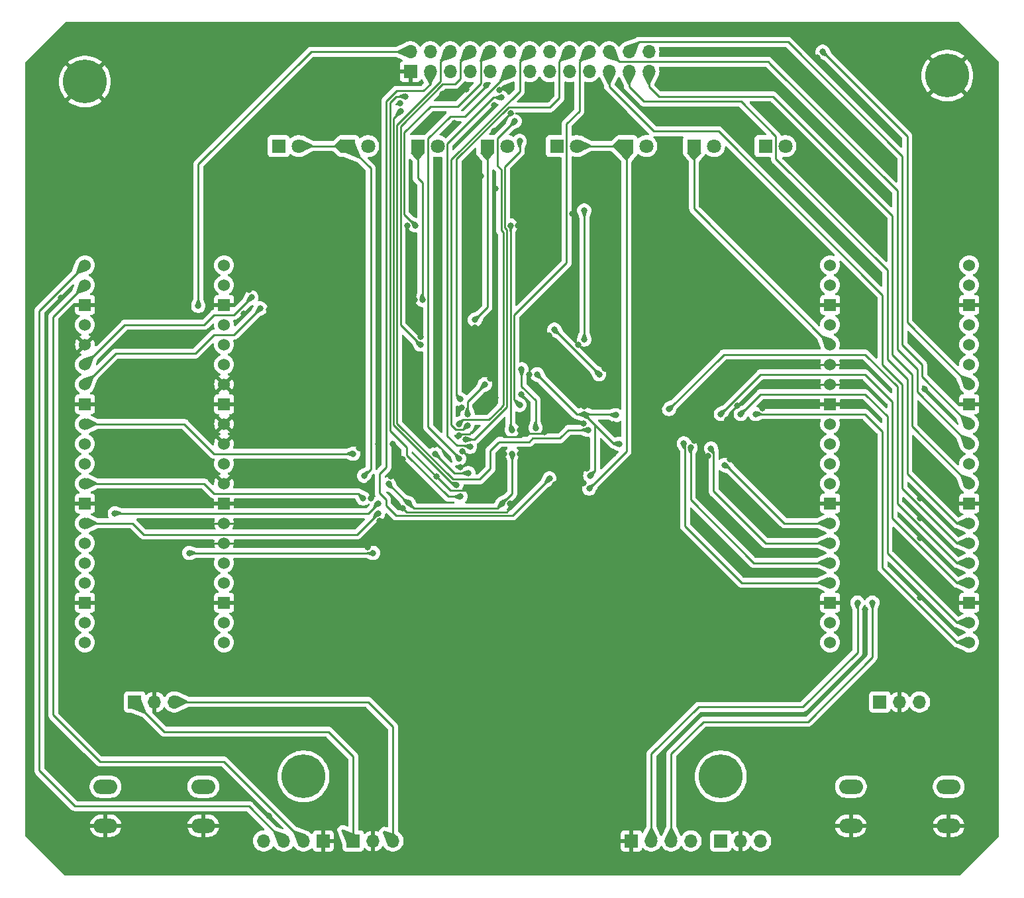
<source format=gbr>
%TF.GenerationSoftware,KiCad,Pcbnew,7.0.8*%
%TF.CreationDate,2023-10-15T22:31:49-07:00*%
%TF.ProjectId,DevkitHotswapPicoHub,4465766b-6974-4486-9f74-737761705069,rev?*%
%TF.SameCoordinates,Original*%
%TF.FileFunction,Copper,L2,Bot*%
%TF.FilePolarity,Positive*%
%FSLAX46Y46*%
G04 Gerber Fmt 4.6, Leading zero omitted, Abs format (unit mm)*
G04 Created by KiCad (PCBNEW 7.0.8) date 2023-10-15 22:31:49*
%MOMM*%
%LPD*%
G01*
G04 APERTURE LIST*
%TA.AperFunction,ComponentPad*%
%ADD10C,5.600000*%
%TD*%
%TA.AperFunction,ComponentPad*%
%ADD11R,1.700000X1.700000*%
%TD*%
%TA.AperFunction,ComponentPad*%
%ADD12O,1.700000X1.700000*%
%TD*%
%TA.AperFunction,ComponentPad*%
%ADD13R,1.800000X1.800000*%
%TD*%
%TA.AperFunction,ComponentPad*%
%ADD14C,1.800000*%
%TD*%
%TA.AperFunction,ComponentPad*%
%ADD15O,3.048000X1.850000*%
%TD*%
%TA.AperFunction,ComponentPad*%
%ADD16C,1.524000*%
%TD*%
%TA.AperFunction,ComponentPad*%
%ADD17R,1.524000X1.524000*%
%TD*%
%TA.AperFunction,ViaPad*%
%ADD18C,0.800000*%
%TD*%
%TA.AperFunction,Conductor*%
%ADD19C,0.250000*%
%TD*%
G04 APERTURE END LIST*
D10*
%TO.P,REF\u002A\u002A,1*%
%TO.N,N/C*%
X101600000Y-109220000D03*
%TD*%
%TO.P,REF\u002A\u002A,1*%
%TO.N,N/C*%
X48260000Y-109220000D03*
%TD*%
%TO.P,REF\u002A\u002A,1*%
%TO.N,GND*%
X20320000Y-20320000D03*
%TD*%
%TO.P,REF\u002A\u002A,1*%
%TO.N,GND*%
X130556000Y-19558000D03*
%TD*%
D11*
%TO.P,J405,1,Pin_1*%
%TO.N,User SWDIO*%
X101600000Y-117475000D03*
D12*
%TO.P,J405,2,Pin_2*%
%TO.N,GND*%
X104140000Y-117475000D03*
%TO.P,J405,3,Pin_3*%
%TO.N,User SWDCLK*%
X106680000Y-117475000D03*
%TD*%
D13*
%TO.P,D411,1,K*%
%TO.N,Net-(D411-K)*%
X80645000Y-28575000D03*
D14*
%TO.P,D411,2,A*%
%TO.N,OS Enable Bus 2*%
X83185000Y-28575000D03*
%TD*%
D13*
%TO.P,D408,1,K*%
%TO.N,OS Enable Bus 1*%
X53975000Y-28575000D03*
D14*
%TO.P,D408,2,A*%
%TO.N,Net-(D408-A)*%
X56515000Y-28575000D03*
%TD*%
D13*
%TO.P,D412,1,K*%
%TO.N,OS Enable Bus 2*%
X89535000Y-28575000D03*
D14*
%TO.P,D412,2,A*%
%TO.N,Net-(D412-A)*%
X92075000Y-28575000D03*
%TD*%
D11*
%TO.P,J404,1,Pin_1*%
%TO.N,GND*%
X90170000Y-117475000D03*
D12*
%TO.P,J404,2,Pin_2*%
%TO.N,User UART RX*%
X92710000Y-117475000D03*
%TO.P,J404,3,Pin_3*%
%TO.N,User UART TX*%
X95250000Y-117475000D03*
%TO.P,J404,4,Pin_4*%
%TO.N,VBUS*%
X97790000Y-117475000D03*
%TD*%
D15*
%TO.P,SW403,1,1*%
%TO.N,GND*%
X35450000Y-115530000D03*
X22950000Y-115530000D03*
%TO.P,SW403,2,2*%
%TO.N,N/C*%
X35450000Y-110530000D03*
%TO.N,~{OS Reset}*%
X22950000Y-110530000D03*
%TD*%
D13*
%TO.P,D413,1,K*%
%TO.N,~{User Request Bus 2}*%
X98185000Y-28575000D03*
D14*
%TO.P,D413,2,A*%
%TO.N,Net-(D413-A)*%
X100725000Y-28575000D03*
%TD*%
D13*
%TO.P,D410,1,K*%
%TO.N,~{User RUN}*%
X71755000Y-28575000D03*
D14*
%TO.P,D410,2,A*%
%TO.N,Net-(D410-A)*%
X74295000Y-28575000D03*
%TD*%
D11*
%TO.P,J303,1,Pin_1*%
%TO.N,User SWDIO*%
X121920000Y-99695000D03*
D12*
%TO.P,J303,2,Pin_2*%
%TO.N,GND*%
X124460000Y-99695000D03*
%TO.P,J303,3,Pin_3*%
%TO.N,User SWDCLK*%
X127000000Y-99695000D03*
%TD*%
D16*
%TO.P,U200,1,GP0*%
%TO.N,OS UART TX*%
X20320000Y-43815000D03*
%TO.P,U200,2,GP1*%
%TO.N,OS UART RX*%
X20320000Y-46355000D03*
D17*
%TO.P,U200,3,GND*%
%TO.N,GND*%
X20320000Y-48895000D03*
D16*
%TO.P,U200,4,GP2*%
%TO.N,~{User RUN}*%
X20320000Y-51435000D03*
%TO.P,U200,5,GP3*%
%TO.N,GND*%
X20320000Y-53975000D03*
%TO.P,U200,6,GP4*%
%TO.N,User UART RX*%
X20320000Y-59055000D03*
%TO.P,U200,7,GP5*%
%TO.N,User UART TX*%
X20320000Y-56515000D03*
D17*
%TO.P,U200,8,GND*%
%TO.N,GND*%
X20320000Y-61595000D03*
D16*
%TO.P,U200,9,GP6*%
%TO.N,OS Motor*%
X20320000Y-64135000D03*
%TO.P,U200,10,GP7*%
%TO.N,OS I2S_DIN*%
X20320000Y-66675000D03*
%TO.P,U200,11,GP8*%
%TO.N,OS LCD DC*%
X20320000Y-69215000D03*
%TO.P,U200,12,GP9*%
%TO.N,OS LCD CS*%
X20320000Y-71755000D03*
D17*
%TO.P,U200,13,GND*%
%TO.N,GND*%
X20320000Y-74295000D03*
D16*
%TO.P,U200,14,GP10*%
%TO.N,OS LCD CLK*%
X20320000Y-76835000D03*
%TO.P,U200,15,GP11*%
%TO.N,OS LCD DIN*%
X20320000Y-79375000D03*
%TO.P,U200,16,GP12*%
%TO.N,OS LCD Reset*%
X20320000Y-81915000D03*
%TO.P,U200,17,GP13*%
%TO.N,OS LCD Backlight*%
X20320000Y-84455000D03*
D17*
%TO.P,U200,18,GND*%
%TO.N,GND*%
X20320000Y-86995000D03*
D16*
%TO.P,U200,19,GP14*%
%TO.N,OS I2S_CLK*%
X20320000Y-89535000D03*
%TO.P,U200,20,GP15*%
%TO.N,OS I2S_LRC*%
X20320000Y-92075000D03*
%TO.P,U200,21,GP16*%
%TO.N,OS SD MISO*%
X38100000Y-92075000D03*
%TO.P,U200,22,GP17*%
%TO.N,OS SD CS*%
X38100000Y-89535000D03*
D17*
%TO.P,U200,23,GND*%
%TO.N,GND*%
X38100000Y-86995000D03*
D16*
%TO.P,U200,24,GP18*%
%TO.N,OS SD CLK*%
X38100000Y-84455000D03*
%TO.P,U200,25,GP19*%
%TO.N,OS SD MOSI*%
X38100000Y-81915000D03*
%TO.P,U200,26,GP20*%
%TO.N,GND*%
X38100000Y-79375000D03*
%TO.P,U200,27,GP21*%
X38100000Y-76835000D03*
D17*
%TO.P,U200,28,GND*%
X38100000Y-74295000D03*
D16*
%TO.P,U200,29,GP22*%
X38100000Y-71755000D03*
%TO.P,U200,30,RUN*%
%TO.N,~{OS Reset}*%
X38100000Y-69215000D03*
%TO.P,U200,31,GP26*%
%TO.N,GND*%
X38100000Y-66675000D03*
%TO.P,U200,32,GP27*%
X38100000Y-64135000D03*
D17*
%TO.P,U200,33,GND*%
X38100000Y-61595000D03*
D16*
%TO.P,U200,34,GP28*%
X38100000Y-59055000D03*
%TO.P,U200,35,ADC_VREF*%
%TO.N,unconnected-(U200-ADC_VREF-Pad35)*%
X38100000Y-56515000D03*
%TO.P,U200,36,3V3*%
%TO.N,+3V3*%
X38100000Y-53975000D03*
%TO.P,U200,37,3V3_EN*%
%TO.N,unconnected-(U200-3V3_EN-Pad37)*%
X38100000Y-51435000D03*
D17*
%TO.P,U200,38,GND*%
%TO.N,GND*%
X38100000Y-48895000D03*
D16*
%TO.P,U200,39,VSYS*%
%TO.N,VSS*%
X38100000Y-46355000D03*
%TO.P,U200,40,VBUS*%
%TO.N,VBUS*%
X38100000Y-43815000D03*
%TD*%
D13*
%TO.P,D414,1,K*%
%TO.N,Net-(D414-K)*%
X107315000Y-28575000D03*
D14*
%TO.P,D414,2,A*%
%TO.N,+3V3*%
X109855000Y-28575000D03*
%TD*%
D11*
%TO.P,J400,1,Pin_1*%
%TO.N,GND*%
X50790000Y-117475000D03*
D12*
%TO.P,J400,2,Pin_2*%
%TO.N,OS UART RX*%
X48250000Y-117475000D03*
%TO.P,J400,3,Pin_3*%
%TO.N,OS UART TX*%
X45710000Y-117475000D03*
%TO.P,J400,4,Pin_4*%
%TO.N,VBUS*%
X43170000Y-117475000D03*
%TD*%
D11*
%TO.P,J502,1,Pin_1*%
%TO.N,GND*%
X61912500Y-19050000D03*
D12*
%TO.P,J502,2,Pin_2*%
%TO.N,+3V3*%
X61912500Y-16510000D03*
%TO.P,J502,3,Pin_3*%
%TO.N,LCD DC*%
X64452500Y-19050000D03*
%TO.P,J502,4,Pin_4*%
%TO.N,unconnected-(J502-Pin_4-Pad4)*%
X64452500Y-16510000D03*
%TO.P,J502,5,Pin_5*%
%TO.N,LCD CS*%
X66992500Y-19050000D03*
%TO.P,J502,6,Pin_6*%
%TO.N,Motor*%
X66992500Y-16510000D03*
%TO.P,J502,7,Pin_7*%
%TO.N,LCD CLK*%
X69532500Y-19050000D03*
%TO.P,J502,8,Pin_8*%
%TO.N,SD MISO*%
X69532500Y-16510000D03*
%TO.P,J502,9,Pin_9*%
%TO.N,LCD DIN*%
X72072500Y-19050000D03*
%TO.P,J502,10,Pin_10*%
%TO.N,SD CS*%
X72072500Y-16510000D03*
%TO.P,J502,11,Pin_11*%
%TO.N,LCD Reset*%
X74612500Y-19050000D03*
%TO.P,J502,12,Pin_12*%
%TO.N,SD CLK*%
X74612500Y-16510000D03*
%TO.P,J502,13,Pin_13*%
%TO.N,LCD Backlight*%
X77152500Y-19050000D03*
%TO.P,J502,14,Pin_14*%
%TO.N,SD MOSI*%
X77152500Y-16510000D03*
%TO.P,J502,15,Pin_15*%
%TO.N,unconnected-(J502-Pin_15-Pad15)*%
X79692500Y-19050000D03*
%TO.P,J502,16,Pin_16*%
%TO.N,I2S_DIN*%
X79692500Y-16510000D03*
%TO.P,J502,17,Pin_17*%
%TO.N,unconnected-(J502-Pin_17-Pad17)*%
X82232500Y-19050000D03*
%TO.P,J502,18,Pin_18*%
%TO.N,I2S_CLK*%
X82232500Y-16510000D03*
%TO.P,J502,19,Pin_19*%
%TO.N,unconnected-(J502-Pin_19-Pad19)*%
X84772500Y-19050000D03*
%TO.P,J502,20,Pin_20*%
%TO.N,I2S_LRC*%
X84772500Y-16510000D03*
%TO.P,J502,21,Pin_21*%
%TO.N,Input Anode 1*%
X87312500Y-19050000D03*
%TO.P,J502,22,Pin_22*%
%TO.N,Input Cathode 1*%
X87312500Y-16510000D03*
%TO.P,J502,23,Pin_23*%
%TO.N,Input Anode 2*%
X89852500Y-19050000D03*
%TO.P,J502,24,Pin_24*%
%TO.N,Input Cathode 2*%
X89852500Y-16510000D03*
%TO.P,J502,25,Pin_25*%
%TO.N,Input Anode 3*%
X92392500Y-19050000D03*
%TO.P,J502,26,Pin_26*%
%TO.N,Input Cathode 3*%
X92392500Y-16510000D03*
%TD*%
D13*
%TO.P,D409,1,K*%
%TO.N,~{User Request Bus 1}*%
X62865000Y-28575000D03*
D14*
%TO.P,D409,2,A*%
%TO.N,Net-(D409-A)*%
X65405000Y-28575000D03*
%TD*%
D13*
%TO.P,D407,1,K*%
%TO.N,Net-(D407-K)*%
X45085000Y-28575000D03*
D14*
%TO.P,D407,2,A*%
%TO.N,OS Enable Bus 1*%
X47625000Y-28575000D03*
%TD*%
D15*
%TO.P,SW406,1,1*%
%TO.N,N/C*%
X118220000Y-110530000D03*
%TO.N,~{User Reset}*%
X130720000Y-110530000D03*
%TO.P,SW406,2,2*%
%TO.N,GND*%
X118220000Y-115530000D03*
X130720000Y-115530000D03*
%TD*%
D16*
%TO.P,U300,1,GP0*%
%TO.N,User UART TX*%
X115570000Y-43815000D03*
%TO.P,U300,2,GP1*%
%TO.N,User UART RX*%
X115570000Y-46355000D03*
D17*
%TO.P,U300,3,GND*%
%TO.N,GND*%
X115570000Y-48895000D03*
D16*
%TO.P,U300,4,GP2*%
%TO.N,~{User Request Bus 1}*%
X115570000Y-51435000D03*
%TO.P,U300,5,GP3*%
%TO.N,~{User Request Bus 2}*%
X115570000Y-53975000D03*
%TO.P,U300,6,GP4*%
%TO.N,GND*%
X115570000Y-59055000D03*
%TO.P,U300,7,GP5*%
X115570000Y-56515000D03*
D17*
%TO.P,U300,8,GND*%
X115570000Y-61595000D03*
D16*
%TO.P,U300,9,GP6*%
%TO.N,User Motor*%
X115570000Y-64135000D03*
%TO.P,U300,10,GP7*%
%TO.N,User I2S_DIN*%
X115570000Y-66675000D03*
%TO.P,U300,11,GP8*%
%TO.N,User LCD DC*%
X115570000Y-69215000D03*
%TO.P,U300,12,GP9*%
%TO.N,User LCD CS*%
X115570000Y-71755000D03*
D17*
%TO.P,U300,13,GND*%
%TO.N,GND*%
X115570000Y-74295000D03*
D16*
%TO.P,U300,14,GP10*%
%TO.N,User LCD CLK*%
X115570000Y-76835000D03*
%TO.P,U300,15,GP11*%
%TO.N,User LCD DIN*%
X115570000Y-79375000D03*
%TO.P,U300,16,GP12*%
%TO.N,User LCD Reset*%
X115570000Y-81915000D03*
%TO.P,U300,17,GP13*%
%TO.N,User LCD Backlight*%
X115570000Y-84455000D03*
D17*
%TO.P,U300,18,GND*%
%TO.N,GND*%
X115570000Y-86995000D03*
D16*
%TO.P,U300,19,GP14*%
%TO.N,User I2S_CLK*%
X115570000Y-89535000D03*
%TO.P,U300,20,GP15*%
%TO.N,User I2S_LRC*%
X115570000Y-92075000D03*
%TO.P,U300,21,GP16*%
%TO.N,User SD MISO*%
X133350000Y-92075000D03*
%TO.P,U300,22,GP17*%
%TO.N,User SD CS*%
X133350000Y-89535000D03*
D17*
%TO.P,U300,23,GND*%
%TO.N,GND*%
X133350000Y-86995000D03*
D16*
%TO.P,U300,24,GP18*%
%TO.N,User SD CLK*%
X133350000Y-84455000D03*
%TO.P,U300,25,GP19*%
%TO.N,User SD MOSI*%
X133350000Y-81915000D03*
%TO.P,U300,26,GP20*%
%TO.N,Input Anode 1*%
X133350000Y-79375000D03*
%TO.P,U300,27,GP21*%
%TO.N,Input Anode 2*%
X133350000Y-76835000D03*
D17*
%TO.P,U300,28,GND*%
%TO.N,GND*%
X133350000Y-74295000D03*
D16*
%TO.P,U300,29,GP22*%
%TO.N,Input Anode 3*%
X133350000Y-71755000D03*
%TO.P,U300,30,RUN*%
%TO.N,~{User Reset}*%
X133350000Y-69215000D03*
%TO.P,U300,31,GP26*%
%TO.N,Input Cathode 1*%
X133350000Y-66675000D03*
%TO.P,U300,32,GP27*%
%TO.N,Input Cathode 2*%
X133350000Y-64135000D03*
D17*
%TO.P,U300,33,GND*%
%TO.N,GND*%
X133350000Y-61595000D03*
D16*
%TO.P,U300,34,GP28*%
%TO.N,Input Cathode 3*%
X133350000Y-59055000D03*
%TO.P,U300,35,ADC_VREF*%
%TO.N,unconnected-(U300-ADC_VREF-Pad35)*%
X133350000Y-56515000D03*
%TO.P,U300,36,3V3*%
%TO.N,+3V3*%
X133350000Y-53975000D03*
%TO.P,U300,37,3V3_EN*%
%TO.N,unconnected-(U300-3V3_EN-Pad37)*%
X133350000Y-51435000D03*
D17*
%TO.P,U300,38,GND*%
%TO.N,GND*%
X133350000Y-48895000D03*
D16*
%TO.P,U300,39,VSYS*%
%TO.N,VSS*%
X133350000Y-46355000D03*
%TO.P,U300,40,VBUS*%
%TO.N,VBUS*%
X133350000Y-43815000D03*
%TD*%
D11*
%TO.P,J202,1,Pin_1*%
%TO.N,OS SWDIO*%
X26670000Y-99695000D03*
D12*
%TO.P,J202,2,Pin_2*%
%TO.N,GND*%
X29210000Y-99695000D03*
%TO.P,J202,3,Pin_3*%
%TO.N,OS SWDCLK*%
X31750000Y-99695000D03*
%TD*%
D11*
%TO.P,J401,1,Pin_1*%
%TO.N,OS SWDIO*%
X54610000Y-117475000D03*
D12*
%TO.P,J401,2,Pin_2*%
%TO.N,GND*%
X57150000Y-117475000D03*
%TO.P,J401,3,Pin_3*%
%TO.N,OS SWDCLK*%
X59690000Y-117475000D03*
%TD*%
D18*
%TO.N,+3V3*%
X84901991Y-70743982D03*
X88156550Y-63010550D03*
X65087500Y-67945000D03*
X34798000Y-49022000D03*
X88582500Y-66675000D03*
X71437500Y-59055000D03*
X69215000Y-62865000D03*
X84137500Y-62894252D03*
X69342000Y-70425000D03*
X78105000Y-57785000D03*
%TO.N,GND*%
X120015000Y-36195000D03*
X75565000Y-13970000D03*
X15875000Y-45720000D03*
X74712239Y-24382739D03*
X48260000Y-76835000D03*
X63195048Y-52962949D03*
X65532000Y-60452000D03*
X72803000Y-60753500D03*
X127635000Y-38100000D03*
X73660000Y-64516000D03*
X94488000Y-71628000D03*
X40640000Y-50038000D03*
X72644000Y-23368000D03*
X78740000Y-69088000D03*
X122555000Y-34290000D03*
X98298000Y-76454000D03*
X102421201Y-63550000D03*
X85725000Y-75565000D03*
X127036049Y-86323951D03*
X77092949Y-57772452D03*
X69342000Y-58420000D03*
X79620745Y-52776755D03*
X27178000Y-90932000D03*
X84063722Y-64055271D03*
X52705000Y-45085000D03*
X68303698Y-69675665D03*
X60930078Y-68635266D03*
X95504000Y-66040000D03*
X112395000Y-19685000D03*
X66019594Y-21904969D03*
X24765000Y-78740000D03*
X19050000Y-94488000D03*
X78232000Y-59436000D03*
X55316755Y-67220500D03*
X127194799Y-63500000D03*
X95885000Y-24130000D03*
X72803000Y-34036246D03*
X86868000Y-59944000D03*
X17272000Y-48006000D03*
X68169750Y-65584500D03*
X62455997Y-48260000D03*
X69088000Y-21336000D03*
X100330000Y-62865000D03*
X40005000Y-43180000D03*
X108458000Y-31750000D03*
X74672051Y-74307548D03*
X68434786Y-62084080D03*
X44450000Y-76835000D03*
X56743000Y-71661551D03*
X101600000Y-90805000D03*
X59690000Y-66675000D03*
X68973422Y-72390000D03*
X75942051Y-67957548D03*
X106934000Y-62140500D03*
X95885000Y-90805000D03*
X127036049Y-76163951D03*
X47244000Y-64516000D03*
X43815000Y-49530000D03*
X84455000Y-69850000D03*
X49022000Y-82550000D03*
X59436000Y-70866000D03*
X46228000Y-82550000D03*
X82594500Y-37220500D03*
X43815000Y-114300000D03*
X72644000Y-26670000D03*
X103699800Y-61789800D03*
X110490000Y-45085000D03*
X61468000Y-60960000D03*
X73930497Y-67945000D03*
X65024000Y-66802000D03*
X87858000Y-67945000D03*
X75962680Y-64949500D03*
X30480000Y-68580000D03*
X103505000Y-19685000D03*
X93980000Y-61595000D03*
X72144255Y-58312255D03*
X60629952Y-23117949D03*
X65278000Y-70866000D03*
X84065745Y-71683245D03*
X76127364Y-60324463D03*
X75701503Y-38735000D03*
X76962000Y-21844000D03*
X52832000Y-34036000D03*
X61548662Y-38771424D03*
X32004000Y-53340000D03*
X102798803Y-68637428D03*
X57785000Y-66675000D03*
X56443245Y-79920500D03*
X84137500Y-61894749D03*
X102616000Y-71628000D03*
X65532000Y-57404000D03*
X99955399Y-68200500D03*
X120015000Y-87884000D03*
X68587812Y-67634919D03*
X69215000Y-34290000D03*
X79756000Y-61722000D03*
X41275000Y-46990000D03*
X65405000Y-45085000D03*
X86749255Y-57078245D03*
X83385844Y-53998801D03*
X131445000Y-43180000D03*
X93980000Y-111760000D03*
X76200000Y-26670000D03*
X70892000Y-32385000D03*
X73280524Y-21406574D03*
X88265000Y-71120000D03*
X51562000Y-82550000D03*
X45212000Y-69088000D03*
X61468000Y-53848000D03*
X57930347Y-76553878D03*
X98218390Y-66237616D03*
X127036049Y-78703951D03*
X127036049Y-73623951D03*
X56879503Y-73660000D03*
X60960000Y-74930000D03*
X76454000Y-71628000D03*
X77470000Y-41185500D03*
X80645000Y-75565000D03*
X86360000Y-23495000D03*
X69850000Y-38010500D03*
X33274000Y-90999800D03*
X62230000Y-34544000D03*
X113910745Y-17234500D03*
X120650000Y-50038000D03*
X79057500Y-65149500D03*
X73660000Y-71628000D03*
X87858000Y-64135000D03*
X71628000Y-20828000D03*
X18415000Y-109855000D03*
X64516000Y-25146000D03*
X110490000Y-37592000D03*
X80399255Y-71826755D03*
X127635000Y-59690000D03*
X67564000Y-25654000D03*
X79502000Y-22606000D03*
X70167500Y-51799503D03*
%TO.N,OS Enable Bus 1*%
X59119930Y-71814211D03*
X74930000Y-67945000D03*
X55992549Y-70762049D03*
X73660000Y-74295000D03*
X61666755Y-74223245D03*
%TO.N,~{User Request Bus 1}*%
X63455500Y-48260000D03*
%TO.N,~{User RUN}*%
X70167500Y-50800000D03*
X80327500Y-52070000D03*
X86042500Y-57785000D03*
%TO.N,OS Enable Bus 2*%
X84772500Y-72390000D03*
%TO.N,User UART RX*%
X119062500Y-86995000D03*
X42739799Y-49335201D03*
%TO.N,User UART TX*%
X120967500Y-86995000D03*
X41592500Y-47942500D03*
%TO.N,LCD DC*%
X79692500Y-71120000D03*
%TO.N,LCD CS*%
X68326000Y-73406000D03*
X61277500Y-22225000D03*
%TO.N,Motor*%
X84608500Y-64893258D03*
%TO.N,LCD CLK*%
X60642500Y-24130000D03*
X67818000Y-71934500D03*
%TO.N,SD MISO*%
X77913750Y-64649500D03*
X63182500Y-53975000D03*
X76127745Y-57150000D03*
%TO.N,LCD DIN*%
X84137500Y-53340000D03*
X84137500Y-36830000D03*
%TO.N,SD CS*%
X74897047Y-64891213D03*
X62547500Y-38735000D03*
X74702000Y-38735000D03*
%TO.N,LCD Reset*%
X68132000Y-68580000D03*
%TO.N,SD CLK*%
X75882500Y-27940000D03*
X69016983Y-66114785D03*
%TO.N,LCD Backlight*%
X69532500Y-67056000D03*
X73551131Y-22368747D03*
%TO.N,SD MOSI*%
X69190320Y-64314500D03*
%TO.N,I2S_DIN*%
X68132000Y-64135000D03*
X75247500Y-25400000D03*
%TO.N,I2S_CLK*%
X68262500Y-60960000D03*
%TO.N,Input Cathode 3*%
X114617500Y-16510000D03*
%TO.N,I2S_LRC*%
X75882500Y-61700500D03*
%TO.N,OS Motor*%
X54610000Y-67945000D03*
%TO.N,OS LCD DC*%
X57150000Y-80645000D03*
X33655000Y-80645000D03*
%TO.N,OS LCD CS*%
X55880000Y-73660000D03*
%TO.N,OS LCD CLK*%
X57785000Y-75565000D03*
%TO.N,OS LCD DIN*%
X57785000Y-74295000D03*
X24130000Y-75565000D03*
%TO.N,User LCD CLK*%
X102118148Y-69369352D03*
%TO.N,User LCD DIN*%
X100342959Y-67279195D03*
%TO.N,User LCD Reset*%
X97729998Y-67109670D03*
%TO.N,User LCD Backlight*%
X96859699Y-66618158D03*
%TO.N,User SD MISO*%
X106045000Y-62865000D03*
%TO.N,User SD CS*%
X104140000Y-62865000D03*
%TO.N,User SD CLK*%
X101600000Y-62865000D03*
%TO.N,User SD MOSI*%
X94979503Y-62230000D03*
%TD*%
D19*
%TO.N,OS SWDIO*%
X54610000Y-106680000D02*
X54610000Y-117475000D01*
X51435000Y-103505000D02*
X54610000Y-106680000D01*
X30480000Y-103505000D02*
X51435000Y-103505000D01*
X26670000Y-99695000D02*
X30480000Y-103505000D01*
%TO.N,OS SWDCLK*%
X59690000Y-102870000D02*
X56515000Y-99695000D01*
X56515000Y-99695000D02*
X31750000Y-99695000D01*
X59690000Y-117475000D02*
X59690000Y-102870000D01*
%TO.N,+3V3*%
X49212500Y-16510000D02*
X61912500Y-16510000D01*
X69215000Y-62865000D02*
X69215000Y-61277500D01*
X69215000Y-61277500D02*
X71437500Y-59055000D01*
X34798000Y-49022000D02*
X34798000Y-30924500D01*
X78105000Y-57785000D02*
X83214252Y-62894252D01*
X87957145Y-63010550D02*
X87840847Y-62894252D01*
X83214252Y-62894252D02*
X84137500Y-62894252D01*
X88156550Y-63010550D02*
X87957145Y-63010550D01*
X85497500Y-64225000D02*
X85407500Y-64135000D01*
X67567500Y-70425000D02*
X65087500Y-67945000D01*
X84166752Y-62894252D02*
X84137500Y-62894252D01*
X84901991Y-70743982D02*
X85497500Y-70148473D01*
X88582500Y-66675000D02*
X87947500Y-66675000D01*
X85407500Y-64135000D02*
X84166752Y-62894252D01*
X85497500Y-70148473D02*
X85497500Y-64225000D01*
X69342000Y-70425000D02*
X67567500Y-70425000D01*
X87840847Y-62894252D02*
X84137500Y-62894252D01*
X34798000Y-30924500D02*
X49212500Y-16510000D01*
X87947500Y-66675000D02*
X85407500Y-64135000D01*
%TO.N,GND*%
X65278000Y-70866000D02*
X67071500Y-72659500D01*
X38100000Y-79375000D02*
X36449000Y-79375000D01*
X60960000Y-74930000D02*
X61410000Y-75380000D01*
X68703922Y-72659500D02*
X68973422Y-72390000D01*
X115570000Y-59055000D02*
X116967000Y-59055000D01*
X76454000Y-65374500D02*
X76387680Y-65374500D01*
X78832500Y-65374500D02*
X76454000Y-65374500D01*
X73660000Y-65532000D02*
X73660000Y-64516000D01*
X79057500Y-65149500D02*
X78832500Y-65374500D01*
X76042500Y-65786000D02*
X73914000Y-65786000D01*
X38100000Y-76835000D02*
X40259000Y-76835000D01*
X76454000Y-65374500D02*
X76042500Y-65786000D01*
X68364465Y-65389785D02*
X69484215Y-65389785D01*
X115570000Y-59055000D02*
X114173000Y-59055000D01*
X68169750Y-65584500D02*
X68364465Y-65389785D01*
X115570000Y-56515000D02*
X113919000Y-56515000D01*
X115570000Y-56515000D02*
X117221000Y-56515000D01*
X69484215Y-65389785D02*
X70104000Y-64770000D01*
X38100000Y-79375000D02*
X39751000Y-79375000D01*
X73914000Y-65786000D02*
X73660000Y-65532000D01*
X38100000Y-76835000D02*
X35941000Y-76835000D01*
X61410000Y-75380000D02*
X74226000Y-75380000D01*
X67071500Y-72659500D02*
X68703922Y-72659500D01*
X76387680Y-65374500D02*
X75962680Y-64949500D01*
X74226000Y-75380000D02*
X74672051Y-74933949D01*
X74672051Y-74933949D02*
X74672051Y-74307548D01*
%TO.N,OS Enable Bus 1*%
X55992549Y-70762049D02*
X56832500Y-69922098D01*
X61666755Y-74223245D02*
X62373510Y-74930000D01*
X62373510Y-74930000D02*
X73025000Y-74930000D01*
X74930000Y-73025000D02*
X73660000Y-74295000D01*
X47625000Y-28575000D02*
X53975000Y-28575000D01*
X56832500Y-69922098D02*
X56832500Y-31432500D01*
X61666755Y-74223245D02*
X61523245Y-74223245D01*
X59119930Y-71819930D02*
X59119930Y-71814211D01*
X56832500Y-31432500D02*
X53975000Y-28575000D01*
X73025000Y-74930000D02*
X73660000Y-74295000D01*
X61523245Y-74223245D02*
X59119930Y-71819930D01*
X74930000Y-67945000D02*
X74930000Y-73025000D01*
%TO.N,~{User Request Bus 1}*%
X62865000Y-32702500D02*
X63455500Y-33293000D01*
X62865000Y-28575000D02*
X62865000Y-32702500D01*
X63455500Y-33293000D02*
X63455500Y-48260000D01*
%TO.N,~{User RUN}*%
X80327500Y-52070000D02*
X86042500Y-57785000D01*
X70167500Y-50800000D02*
X71755000Y-49212500D01*
X71755000Y-49212500D02*
X71755000Y-28575000D01*
%TO.N,OS Enable Bus 2*%
X89535000Y-67627500D02*
X89535000Y-28575000D01*
X84772500Y-72390000D02*
X89535000Y-67627500D01*
X89535000Y-28575000D02*
X83185000Y-28575000D01*
%TO.N,~{User Request Bus 2}*%
X98185000Y-36590000D02*
X115570000Y-53975000D01*
X98185000Y-28575000D02*
X98185000Y-36590000D01*
%TO.N,OS UART RX*%
X48250000Y-117475000D02*
X38090000Y-107315000D01*
X16256000Y-101346000D02*
X16256000Y-50419000D01*
X22225000Y-107315000D02*
X16256000Y-101346000D01*
X16256000Y-50419000D02*
X20320000Y-46355000D01*
X38090000Y-107315000D02*
X22225000Y-107315000D01*
%TO.N,OS UART TX*%
X45710000Y-117475000D02*
X41265000Y-113030000D01*
X19050000Y-113030000D02*
X14478000Y-108458000D01*
X14478000Y-49657000D02*
X20320000Y-43815000D01*
X14478000Y-108458000D02*
X14478000Y-49657000D01*
X41265000Y-113030000D02*
X19050000Y-113030000D01*
%TO.N,User UART RX*%
X98742500Y-100330000D02*
X92710000Y-106362500D01*
X20320000Y-59055000D02*
X24257000Y-55118000D01*
X92710000Y-106362500D02*
X92710000Y-117475000D01*
X119062500Y-86995000D02*
X119062500Y-93345000D01*
X112077500Y-100330000D02*
X98742500Y-100330000D01*
X24257000Y-55118000D02*
X34417000Y-55118000D01*
X39370000Y-52705000D02*
X42739799Y-49335201D01*
X34417000Y-55118000D02*
X36830000Y-52705000D01*
X119062500Y-93345000D02*
X112077500Y-100330000D01*
X36830000Y-52705000D02*
X39370000Y-52705000D01*
%TO.N,User UART TX*%
X112712500Y-102235000D02*
X99377500Y-102235000D01*
X39370000Y-50165000D02*
X41592500Y-47942500D01*
X36830000Y-50165000D02*
X39370000Y-50165000D01*
X25400000Y-51435000D02*
X35560000Y-51435000D01*
X35560000Y-51435000D02*
X36830000Y-50165000D01*
X95250000Y-106362500D02*
X95250000Y-117475000D01*
X99377500Y-102235000D02*
X95250000Y-106362500D01*
X20320000Y-56515000D02*
X25400000Y-51435000D01*
X120967500Y-86995000D02*
X120967500Y-93980000D01*
X120967500Y-93980000D02*
X112712500Y-102235000D01*
%TO.N,LCD DC*%
X74982500Y-75830000D02*
X60082000Y-75830000D01*
X58796347Y-74544347D02*
X58796347Y-73791653D01*
X63590000Y-21500000D02*
X64452500Y-20637500D01*
X60157360Y-21500000D02*
X63590000Y-21500000D01*
X57976451Y-72971756D02*
X57976451Y-70530854D01*
X58842500Y-69664805D02*
X58842500Y-22814860D01*
X79692500Y-71120000D02*
X74982500Y-75830000D01*
X58796347Y-73791653D02*
X57976451Y-72971756D01*
X60082000Y-75830000D02*
X58796347Y-74544347D01*
X64452500Y-20637500D02*
X64452500Y-19050000D01*
X58842500Y-22814860D02*
X60157360Y-21500000D01*
X57976451Y-70530854D02*
X58842500Y-69664805D01*
%TO.N,LCD CS*%
X60068756Y-22225000D02*
X61277500Y-22225000D01*
X61436250Y-67151250D02*
X59292500Y-65007500D01*
X59292500Y-23001256D02*
X60068756Y-22225000D01*
X68326000Y-73406000D02*
X66738500Y-73406000D01*
X59292500Y-65007500D02*
X59292500Y-23001256D01*
X66738500Y-73406000D02*
X61436250Y-68103750D01*
X61436250Y-68103750D02*
X61436250Y-67151250D01*
%TO.N,Motor*%
X77537688Y-65979798D02*
X81022701Y-65979798D01*
X84608500Y-64893258D02*
X82109242Y-64893258D01*
X60192500Y-25850000D02*
X65722500Y-20320000D01*
X81022701Y-65979798D02*
X81192407Y-65810092D01*
X72136000Y-69850000D02*
X70776000Y-71210000D01*
X65722500Y-20320000D02*
X65722500Y-17780000D01*
X65722500Y-17780000D02*
X66992500Y-16510000D01*
X73152000Y-66548000D02*
X73278356Y-66421644D01*
X77095842Y-66421644D02*
X77537688Y-65979798D01*
X67327195Y-71210000D02*
X60192500Y-64075305D01*
X73278356Y-66421644D02*
X77095842Y-66421644D01*
X73152000Y-66548000D02*
X72136000Y-67564000D01*
X70776000Y-71210000D02*
X67327195Y-71210000D01*
X82109242Y-64893258D02*
X81192407Y-65810092D01*
X72136000Y-67564000D02*
X72136000Y-69850000D01*
X60192500Y-64075305D02*
X60192500Y-25850000D01*
%TO.N,LCD CLK*%
X59742500Y-25030000D02*
X60642500Y-24130000D01*
X59742500Y-64261701D02*
X59742500Y-25030000D01*
X67818000Y-71934500D02*
X67415299Y-71934500D01*
X67415299Y-71934500D02*
X59742500Y-64261701D01*
%TO.N,SD MISO*%
X60642500Y-51435000D02*
X60642500Y-26036396D01*
X68262500Y-20002500D02*
X68262500Y-17780000D01*
X66041396Y-20637500D02*
X67627500Y-20637500D01*
X77913750Y-61086250D02*
X76127745Y-59300245D01*
X60642500Y-26036396D02*
X66041396Y-20637500D01*
X67627500Y-20637500D02*
X68262500Y-20002500D01*
X76127745Y-59300245D02*
X76127745Y-57150000D01*
X77913750Y-64649500D02*
X77913750Y-61086250D01*
X68262500Y-17780000D02*
X69532500Y-16510000D01*
X63182500Y-53975000D02*
X60642500Y-51435000D01*
%TO.N,LCD DIN*%
X84137500Y-36830000D02*
X84137500Y-53340000D01*
%TO.N,SD CS*%
X67954305Y-23495000D02*
X64452500Y-23495000D01*
X64452500Y-23495000D02*
X61092500Y-26855000D01*
X70897500Y-17685000D02*
X70897500Y-20551805D01*
X74702000Y-64696166D02*
X74702000Y-38735000D01*
X74897047Y-64891213D02*
X74702000Y-64696166D01*
X72072500Y-16510000D02*
X70897500Y-17685000D01*
X70897500Y-20551805D02*
X67954305Y-23495000D01*
X61092500Y-37280000D02*
X62547500Y-38735000D01*
X61092500Y-26855000D02*
X61092500Y-37280000D01*
%TO.N,LCD Reset*%
X68897500Y-24765000D02*
X74612500Y-19050000D01*
X64180000Y-27577500D02*
X66992500Y-24765000D01*
X68132000Y-68580000D02*
X68132000Y-68449500D01*
X66992500Y-24765000D02*
X68897500Y-24765000D01*
X64180000Y-64497500D02*
X64180000Y-27577500D01*
X68132000Y-68449500D02*
X64180000Y-64497500D01*
%TO.N,SD CLK*%
X75882500Y-27940000D02*
X75882500Y-29300000D01*
X74252000Y-61956896D02*
X70094111Y-66114785D01*
X73977000Y-39035305D02*
X74252000Y-39310305D01*
X74252000Y-39310305D02*
X74252000Y-61956896D01*
X70094111Y-66114785D02*
X69016983Y-66114785D01*
X75882500Y-29300000D02*
X73977000Y-31205500D01*
X73977000Y-31205500D02*
X73977000Y-39035305D01*
%TO.N,LCD Backlight*%
X66630000Y-65677500D02*
X66630000Y-28302500D01*
X72563753Y-22368747D02*
X73551131Y-22368747D01*
X66630000Y-28302500D02*
X72563753Y-22368747D01*
X67862346Y-66909846D02*
X66630000Y-65677500D01*
X69386346Y-66909846D02*
X67862346Y-66909846D01*
X69532500Y-67056000D02*
X69386346Y-66909846D01*
%TO.N,SD MOSI*%
X69190320Y-64314500D02*
X68644820Y-64860000D01*
X67098788Y-30335196D02*
X75882500Y-21551484D01*
X67717500Y-64860000D02*
X67098788Y-64241288D01*
X75882500Y-17780000D02*
X77152500Y-16510000D01*
X68644820Y-64860000D02*
X67717500Y-64860000D01*
X75882500Y-21551484D02*
X75882500Y-17780000D01*
X67098788Y-64241288D02*
X67098788Y-30335196D01*
%TO.N,Input Cathode 1*%
X126682500Y-57150000D02*
X126682500Y-60007500D01*
X126682500Y-60007500D02*
X133350000Y-66675000D01*
X124142500Y-34290000D02*
X124142500Y-54610000D01*
X107918250Y-18065750D02*
X124142500Y-34290000D01*
X88582500Y-17780000D02*
X107632500Y-17780000D01*
X107632500Y-17780000D02*
X107918250Y-18065750D01*
X124142500Y-54610000D02*
X126682500Y-57150000D01*
X87312500Y-16510000D02*
X88582500Y-17780000D01*
%TO.N,I2S_DIN*%
X68132000Y-64135000D02*
X68677500Y-63589500D01*
X71983000Y-63589500D02*
X73527500Y-62045000D01*
X73527500Y-61976000D02*
X73802000Y-61701500D01*
X73070000Y-31115000D02*
X73070000Y-27577500D01*
X73070000Y-27577500D02*
X75247500Y-25400000D01*
X73527500Y-31572500D02*
X73070000Y-31115000D01*
X73527500Y-62045000D02*
X73527500Y-61976000D01*
X73802000Y-61701500D02*
X73802000Y-39644500D01*
X73802000Y-39644500D02*
X73527500Y-39370000D01*
X68677500Y-63589500D02*
X71983000Y-63589500D01*
X73527500Y-39370000D02*
X73527500Y-31572500D01*
%TO.N,Input Cathode 2*%
X127317500Y-56515000D02*
X127317500Y-58102500D01*
X110172500Y-15240000D02*
X124777500Y-29845000D01*
X91122500Y-15240000D02*
X110172500Y-15240000D01*
X124777500Y-29845000D02*
X124777500Y-53975000D01*
X124777500Y-53975000D02*
X127317500Y-56515000D01*
X89852500Y-16510000D02*
X91122500Y-15240000D01*
X127317500Y-58102500D02*
X133350000Y-64135000D01*
%TO.N,I2S_CLK*%
X82232500Y-16510000D02*
X80941128Y-17801372D01*
X79756000Y-23622000D02*
X74448380Y-23622000D01*
X67823788Y-60521288D02*
X68262500Y-60960000D01*
X67823788Y-30246592D02*
X67823788Y-60521288D01*
X80941128Y-17801372D02*
X80941128Y-22436872D01*
X80941128Y-22436872D02*
X79756000Y-23622000D01*
X74448380Y-23622000D02*
X67823788Y-30246592D01*
%TO.N,Input Cathode 3*%
X125412500Y-51117500D02*
X125412500Y-35560000D01*
X125412500Y-35560000D02*
X125412500Y-27305000D01*
X133350000Y-59055000D02*
X125412500Y-51117500D01*
X125412500Y-27305000D02*
X114617500Y-16510000D01*
%TO.N,I2S_LRC*%
X75882500Y-61700500D02*
X75184000Y-61002000D01*
X75184000Y-61002000D02*
X75184000Y-50228500D01*
X81870000Y-43542500D02*
X81870000Y-25762500D01*
X75184000Y-50228500D02*
X81870000Y-43542500D01*
X81870000Y-25762500D02*
X83510360Y-24122140D01*
X83510360Y-24122140D02*
X83510360Y-17772140D01*
X83510360Y-17772140D02*
X84772500Y-16510000D01*
%TO.N,Input Anode 1*%
X122237500Y-47625000D02*
X122237500Y-56515000D01*
X122237500Y-56515000D02*
X124777500Y-59055000D01*
X124777500Y-72390000D02*
X131762500Y-79375000D01*
X87312500Y-20955000D02*
X93027500Y-26670000D01*
X101282500Y-26670000D02*
X122237500Y-47625000D01*
X131762500Y-79375000D02*
X133350000Y-79375000D01*
X87312500Y-19050000D02*
X87312500Y-20955000D01*
X124777500Y-59055000D02*
X124777500Y-72390000D01*
X93027500Y-26670000D02*
X101282500Y-26670000D01*
%TO.N,Input Anode 2*%
X104185000Y-22860000D02*
X91757500Y-22860000D01*
X122872500Y-44450000D02*
X108630000Y-30207500D01*
X125412500Y-70485000D02*
X125412500Y-58420000D01*
X94297500Y-22860000D02*
X93662500Y-22860000D01*
X89852500Y-19050000D02*
X89852500Y-20955000D01*
X122872500Y-55880000D02*
X122872500Y-44450000D01*
X125412500Y-58420000D02*
X122872500Y-55880000D01*
X108630000Y-30207500D02*
X108630000Y-27305000D01*
X89852500Y-20955000D02*
X91757500Y-22860000D01*
X94297500Y-22860000D02*
X91757500Y-22860000D01*
X108630000Y-27305000D02*
X104185000Y-22860000D01*
X131762500Y-76835000D02*
X125412500Y-70485000D01*
X133350000Y-76835000D02*
X131762500Y-76835000D01*
%TO.N,Input Anode 3*%
X123507500Y-37465000D02*
X108267500Y-22225000D01*
X126047500Y-64452500D02*
X126047500Y-57785000D01*
X92392500Y-20955000D02*
X92392500Y-19050000D01*
X133350000Y-71755000D02*
X126047500Y-64452500D01*
X123507500Y-55245000D02*
X123507500Y-37465000D01*
X108267500Y-22225000D02*
X93662500Y-22225000D01*
X93662500Y-22225000D02*
X92392500Y-20955000D01*
X126047500Y-57785000D02*
X123507500Y-55245000D01*
%TO.N,OS Motor*%
X36830000Y-67945000D02*
X33020000Y-64135000D01*
X54610000Y-67945000D02*
X36830000Y-67945000D01*
X33020000Y-64135000D02*
X20320000Y-64135000D01*
%TO.N,OS LCD DC*%
X33655000Y-80645000D02*
X57150000Y-80645000D01*
%TO.N,OS LCD CS*%
X20320000Y-71755000D02*
X35560000Y-71755000D01*
X55245000Y-73025000D02*
X55880000Y-73660000D01*
X36830000Y-73025000D02*
X55245000Y-73025000D01*
X35560000Y-71755000D02*
X36830000Y-73025000D01*
%TO.N,OS LCD CLK*%
X55062000Y-78288000D02*
X57785000Y-75565000D01*
X20320000Y-76835000D02*
X26416000Y-76835000D01*
X27869000Y-78288000D02*
X55062000Y-78288000D01*
X26416000Y-76835000D02*
X27869000Y-78288000D01*
%TO.N,OS LCD DIN*%
X56515000Y-75565000D02*
X57785000Y-74295000D01*
X24130000Y-75565000D02*
X56515000Y-75565000D01*
%TO.N,User LCD CLK*%
X102118148Y-69369352D02*
X102268852Y-69369352D01*
X102268852Y-69369352D02*
X109734500Y-76835000D01*
X109734500Y-76835000D02*
X115570000Y-76835000D01*
%TO.N,User LCD DIN*%
X100680399Y-72740399D02*
X101473000Y-73533000D01*
X107315000Y-79375000D02*
X115570000Y-79375000D01*
X100342959Y-67279195D02*
X100680399Y-67616635D01*
X101473000Y-73533000D02*
X107315000Y-79375000D01*
X100680399Y-67616635D02*
X100680399Y-72740399D01*
X100342959Y-67279195D02*
X100553195Y-67279195D01*
%TO.N,User LCD Reset*%
X105791000Y-81915000D02*
X97729998Y-73853998D01*
X115570000Y-81915000D02*
X105791000Y-81915000D01*
X97729998Y-73853998D02*
X97729998Y-67109670D01*
%TO.N,User LCD Backlight*%
X97005498Y-66763957D02*
X97005498Y-77193498D01*
X104267000Y-84455000D02*
X115570000Y-84455000D01*
X97005498Y-77193498D02*
X104267000Y-84455000D01*
X96859699Y-66618158D02*
X97005498Y-66763957D01*
%TO.N,User SD MISO*%
X133350000Y-92075000D02*
X131762500Y-92075000D01*
X122237500Y-65087500D02*
X120015000Y-62865000D01*
X131762500Y-92075000D02*
X122237500Y-82550000D01*
X120015000Y-62865000D02*
X106045000Y-62865000D01*
X122237500Y-82550000D02*
X122237500Y-65087500D01*
%TO.N,User SD CS*%
X122872500Y-63182500D02*
X120015000Y-60325000D01*
X106680000Y-60325000D02*
X104140000Y-62865000D01*
X120015000Y-60325000D02*
X106680000Y-60325000D01*
X131762500Y-89535000D02*
X122872500Y-80645000D01*
X133350000Y-89535000D02*
X131762500Y-89535000D01*
X122872500Y-80645000D02*
X122872500Y-63182500D01*
%TO.N,User SD CLK*%
X120015000Y-57785000D02*
X106680000Y-57785000D01*
X123507500Y-76200000D02*
X123507500Y-61277500D01*
X123507500Y-61277500D02*
X120015000Y-57785000D01*
X131762500Y-84455000D02*
X123507500Y-76200000D01*
X133350000Y-84455000D02*
X131762500Y-84455000D01*
X106680000Y-57785000D02*
X101600000Y-62865000D01*
%TO.N,User SD MOSI*%
X120015000Y-55245000D02*
X124142500Y-59372500D01*
X101964503Y-55245000D02*
X120015000Y-55245000D01*
X94800762Y-62230000D02*
X94979503Y-62230000D01*
X124142500Y-74295000D02*
X131762500Y-81915000D01*
X94979503Y-62230000D02*
X101964503Y-55245000D01*
X124142500Y-59372500D02*
X124142500Y-74295000D01*
X131762500Y-81915000D02*
X133350000Y-81915000D01*
%TD*%
%TA.AperFunction,Conductor*%
%TO.N,GND*%
G36*
X18866201Y-46267215D02*
G01*
X18922134Y-46309087D01*
X18946551Y-46374551D01*
X18939510Y-46425472D01*
X18715239Y-47047210D01*
X18686277Y-47092816D01*
X15867179Y-49911914D01*
X15854820Y-49921818D01*
X15854993Y-49922027D01*
X15848983Y-49926999D01*
X15801016Y-49978078D01*
X15779872Y-49999222D01*
X15779857Y-49999239D01*
X15775531Y-50004814D01*
X15771747Y-50009244D01*
X15739419Y-50043671D01*
X15739412Y-50043681D01*
X15729579Y-50061567D01*
X15718903Y-50077820D01*
X15706386Y-50093957D01*
X15706385Y-50093959D01*
X15687625Y-50137310D01*
X15685055Y-50142556D01*
X15662303Y-50183941D01*
X15662303Y-50183942D01*
X15657225Y-50203720D01*
X15650925Y-50222122D01*
X15642818Y-50240857D01*
X15635431Y-50287495D01*
X15634246Y-50293216D01*
X15622500Y-50338965D01*
X15622500Y-50359384D01*
X15620973Y-50378783D01*
X15617780Y-50398941D01*
X15617780Y-50398942D01*
X15622225Y-50445966D01*
X15622500Y-50451804D01*
X15622500Y-101262366D01*
X15620761Y-101278113D01*
X15621032Y-101278139D01*
X15620298Y-101285905D01*
X15622500Y-101355957D01*
X15622500Y-101385859D01*
X15623384Y-101392856D01*
X15623842Y-101398679D01*
X15625326Y-101445889D01*
X15625327Y-101445891D01*
X15631022Y-101465495D01*
X15634967Y-101484542D01*
X15637526Y-101504797D01*
X15637527Y-101504800D01*
X15637528Y-101504803D01*
X15654914Y-101548716D01*
X15656806Y-101554244D01*
X15669981Y-101599592D01*
X15680372Y-101617162D01*
X15688932Y-101634635D01*
X15696447Y-101653617D01*
X15724209Y-101691827D01*
X15727416Y-101696710D01*
X15751458Y-101737362D01*
X15751462Y-101737366D01*
X15765889Y-101751793D01*
X15778526Y-101766588D01*
X15790528Y-101783107D01*
X15826931Y-101813222D01*
X15831231Y-101817135D01*
X20247984Y-106233889D01*
X21717912Y-107703817D01*
X21727816Y-107716178D01*
X21728026Y-107716005D01*
X21733001Y-107722019D01*
X21784078Y-107769984D01*
X21805224Y-107791130D01*
X21810813Y-107795466D01*
X21815245Y-107799252D01*
X21846657Y-107828748D01*
X21849680Y-107831587D01*
X21867562Y-107841417D01*
X21883829Y-107852102D01*
X21899960Y-107864615D01*
X21921838Y-107874081D01*
X21943307Y-107883371D01*
X21948533Y-107885931D01*
X21989940Y-107908695D01*
X22009716Y-107913772D01*
X22028124Y-107920075D01*
X22046850Y-107928179D01*
X22046852Y-107928180D01*
X22046853Y-107928180D01*
X22046855Y-107928181D01*
X22087784Y-107934663D01*
X22093503Y-107935569D01*
X22099212Y-107936751D01*
X22144970Y-107948500D01*
X22165384Y-107948500D01*
X22184783Y-107950027D01*
X22204943Y-107953220D01*
X22251966Y-107948775D01*
X22257804Y-107948500D01*
X37776234Y-107948500D01*
X37843273Y-107968185D01*
X37863915Y-107984819D01*
X45633716Y-115754620D01*
X45667201Y-115815943D01*
X45662217Y-115885635D01*
X45620345Y-115941568D01*
X45554881Y-115965985D01*
X45504961Y-115959301D01*
X44892471Y-115744278D01*
X44845864Y-115714959D01*
X41772088Y-112641183D01*
X41762187Y-112628823D01*
X41761977Y-112628998D01*
X41757002Y-112622986D01*
X41757000Y-112622982D01*
X41730658Y-112598245D01*
X41705922Y-112575016D01*
X41684768Y-112553863D01*
X41682792Y-112552331D01*
X41679183Y-112549531D01*
X41674750Y-112545744D01*
X41656386Y-112528500D01*
X41640321Y-112513414D01*
X41640319Y-112513412D01*
X41622431Y-112503578D01*
X41606170Y-112492897D01*
X41590039Y-112480384D01*
X41546693Y-112461627D01*
X41541445Y-112459056D01*
X41514251Y-112444106D01*
X41500060Y-112436305D01*
X41496660Y-112435432D01*
X41480287Y-112431228D01*
X41461881Y-112424926D01*
X41443144Y-112416818D01*
X41443146Y-112416818D01*
X41396496Y-112409430D01*
X41390781Y-112408246D01*
X41370612Y-112403068D01*
X41345032Y-112396500D01*
X41345030Y-112396500D01*
X41324616Y-112396500D01*
X41305217Y-112394973D01*
X41285058Y-112391780D01*
X41285057Y-112391780D01*
X41238034Y-112396225D01*
X41232196Y-112396500D01*
X19363767Y-112396500D01*
X19296728Y-112376815D01*
X19276086Y-112360181D01*
X17564687Y-110648782D01*
X20917500Y-110648782D01*
X20956602Y-110883112D01*
X21033737Y-111107796D01*
X21033740Y-111107805D01*
X21146810Y-111316739D01*
X21146814Y-111316745D01*
X21292718Y-111504203D01*
X21292721Y-111504206D01*
X21292725Y-111504211D01*
X21437346Y-111637344D01*
X21467510Y-111665112D01*
X21590285Y-111745324D01*
X21666391Y-111795046D01*
X21883948Y-111890476D01*
X22114245Y-111948795D01*
X22291709Y-111963500D01*
X22291711Y-111963500D01*
X23608289Y-111963500D01*
X23608291Y-111963500D01*
X23785755Y-111948795D01*
X24016052Y-111890476D01*
X24233609Y-111795046D01*
X24432492Y-111665110D01*
X24607275Y-111504211D01*
X24753191Y-111316737D01*
X24866260Y-111107804D01*
X24943398Y-110883110D01*
X24982500Y-110648783D01*
X24982500Y-110648782D01*
X33417500Y-110648782D01*
X33456602Y-110883112D01*
X33533737Y-111107796D01*
X33533740Y-111107805D01*
X33646810Y-111316739D01*
X33646814Y-111316745D01*
X33792718Y-111504203D01*
X33792721Y-111504206D01*
X33792725Y-111504211D01*
X33937346Y-111637344D01*
X33967510Y-111665112D01*
X34090285Y-111745324D01*
X34166391Y-111795046D01*
X34383948Y-111890476D01*
X34614245Y-111948795D01*
X34791709Y-111963500D01*
X34791711Y-111963500D01*
X36108289Y-111963500D01*
X36108291Y-111963500D01*
X36285755Y-111948795D01*
X36516052Y-111890476D01*
X36733609Y-111795046D01*
X36932492Y-111665110D01*
X37107275Y-111504211D01*
X37253191Y-111316737D01*
X37366260Y-111107804D01*
X37443398Y-110883110D01*
X37482500Y-110648783D01*
X37482500Y-110411217D01*
X37443398Y-110176890D01*
X37366260Y-109952196D01*
X37253191Y-109743263D01*
X37253189Y-109743260D01*
X37253185Y-109743254D01*
X37107281Y-109555796D01*
X37107278Y-109555793D01*
X37107275Y-109555789D01*
X36932492Y-109394890D01*
X36932489Y-109394887D01*
X36733608Y-109264953D01*
X36516052Y-109169524D01*
X36285751Y-109111204D01*
X36143540Y-109099420D01*
X36108291Y-109096500D01*
X34791709Y-109096500D01*
X34759644Y-109099156D01*
X34614248Y-109111204D01*
X34383947Y-109169524D01*
X34166391Y-109264953D01*
X33967510Y-109394887D01*
X33792728Y-109555786D01*
X33792718Y-109555796D01*
X33646814Y-109743254D01*
X33646810Y-109743260D01*
X33533740Y-109952194D01*
X33533737Y-109952203D01*
X33456602Y-110176887D01*
X33417500Y-110411217D01*
X33417500Y-110648782D01*
X24982500Y-110648782D01*
X24982500Y-110411217D01*
X24943398Y-110176890D01*
X24866260Y-109952196D01*
X24753191Y-109743263D01*
X24753189Y-109743260D01*
X24753185Y-109743254D01*
X24607281Y-109555796D01*
X24607278Y-109555793D01*
X24607275Y-109555789D01*
X24432492Y-109394890D01*
X24432489Y-109394887D01*
X24233608Y-109264953D01*
X24016052Y-109169524D01*
X23785751Y-109111204D01*
X23643540Y-109099420D01*
X23608291Y-109096500D01*
X22291709Y-109096500D01*
X22259644Y-109099156D01*
X22114248Y-109111204D01*
X21883947Y-109169524D01*
X21666391Y-109264953D01*
X21467510Y-109394887D01*
X21292728Y-109555786D01*
X21292718Y-109555796D01*
X21146814Y-109743254D01*
X21146810Y-109743260D01*
X21033740Y-109952194D01*
X21033737Y-109952203D01*
X20956602Y-110176887D01*
X20917500Y-110411217D01*
X20917500Y-110648782D01*
X17564687Y-110648782D01*
X15147819Y-108231914D01*
X15114334Y-108170591D01*
X15111500Y-108144233D01*
X15111500Y-49970765D01*
X15131185Y-49903726D01*
X15147814Y-49883089D01*
X18735188Y-46295714D01*
X18796509Y-46262231D01*
X18866201Y-46267215D01*
G37*
%TD.AperFunction*%
%TA.AperFunction,Conductor*%
G36*
X123076203Y-81745053D02*
G01*
X123082681Y-81751085D01*
X131255410Y-89923814D01*
X131265316Y-89936178D01*
X131265526Y-89936005D01*
X131270501Y-89942019D01*
X131321595Y-89990000D01*
X131342724Y-90011129D01*
X131342728Y-90011132D01*
X131342731Y-90011135D01*
X131348305Y-90015458D01*
X131352747Y-90019252D01*
X131387179Y-90051586D01*
X131387183Y-90051589D01*
X131405063Y-90061418D01*
X131421327Y-90072101D01*
X131437460Y-90084614D01*
X131480801Y-90103369D01*
X131486050Y-90105941D01*
X131506127Y-90116978D01*
X131527440Y-90128695D01*
X131547218Y-90133773D01*
X131565619Y-90140073D01*
X131584355Y-90148181D01*
X131628862Y-90155229D01*
X131631003Y-90155569D01*
X131636712Y-90156751D01*
X131682470Y-90168500D01*
X131682483Y-90168500D01*
X131688011Y-90169199D01*
X131725199Y-90179989D01*
X132816650Y-90692768D01*
X132868956Y-90739091D01*
X132887915Y-90806339D01*
X132867507Y-90873162D01*
X132816650Y-90917230D01*
X132000113Y-91300849D01*
X131931066Y-91311539D01*
X131867200Y-91283203D01*
X131859704Y-91276299D01*
X122907319Y-82323914D01*
X122873834Y-82262591D01*
X122871000Y-82236233D01*
X122871000Y-81838766D01*
X122890685Y-81771727D01*
X122943489Y-81725972D01*
X123012647Y-81716028D01*
X123076203Y-81745053D01*
G37*
%TD.AperFunction*%
%TA.AperFunction,Conductor*%
G36*
X123711203Y-77300053D02*
G01*
X123717680Y-77306084D01*
X127506812Y-81095217D01*
X131255412Y-84843817D01*
X131265316Y-84856178D01*
X131265526Y-84856005D01*
X131270501Y-84862019D01*
X131321578Y-84909984D01*
X131342724Y-84931130D01*
X131342728Y-84931133D01*
X131342730Y-84931135D01*
X131348313Y-84935466D01*
X131352745Y-84939252D01*
X131384659Y-84969220D01*
X131387180Y-84971587D01*
X131405062Y-84981417D01*
X131421329Y-84992102D01*
X131437460Y-85004615D01*
X131459338Y-85014081D01*
X131480807Y-85023371D01*
X131486033Y-85025931D01*
X131527440Y-85048695D01*
X131547216Y-85053772D01*
X131565624Y-85060075D01*
X131584350Y-85068179D01*
X131584352Y-85068180D01*
X131584353Y-85068180D01*
X131584355Y-85068181D01*
X131625284Y-85074663D01*
X131631003Y-85075569D01*
X131636712Y-85076751D01*
X131682470Y-85088500D01*
X131682483Y-85088500D01*
X131688011Y-85089199D01*
X131725199Y-85099989D01*
X132572821Y-85498214D01*
X132625125Y-85544535D01*
X132644084Y-85611783D01*
X132623676Y-85678606D01*
X132570380Y-85723788D01*
X132533349Y-85733732D01*
X132480626Y-85739401D01*
X132480620Y-85739403D01*
X132345913Y-85789645D01*
X132345906Y-85789649D01*
X132230812Y-85875809D01*
X132230809Y-85875812D01*
X132144649Y-85990906D01*
X132144645Y-85990913D01*
X132094403Y-86125620D01*
X132094401Y-86125627D01*
X132088000Y-86185155D01*
X132088000Y-86745000D01*
X133062283Y-86745000D01*
X133026629Y-86783731D01*
X132975552Y-86900177D01*
X132965051Y-87026898D01*
X132996266Y-87150162D01*
X133058227Y-87245000D01*
X132088000Y-87245000D01*
X132088000Y-87804844D01*
X132094401Y-87864372D01*
X132094403Y-87864379D01*
X132144645Y-87999086D01*
X132144649Y-87999093D01*
X132230809Y-88114187D01*
X132230812Y-88114190D01*
X132345906Y-88200350D01*
X132345913Y-88200354D01*
X132480620Y-88250596D01*
X132480627Y-88250598D01*
X132533342Y-88256266D01*
X132597893Y-88283004D01*
X132637741Y-88340396D01*
X132640235Y-88410221D01*
X132604583Y-88470310D01*
X132572815Y-88491786D01*
X132000112Y-88760849D01*
X131931065Y-88771539D01*
X131867199Y-88743203D01*
X131859703Y-88736299D01*
X123542319Y-80418914D01*
X123508834Y-80357591D01*
X123506000Y-80331233D01*
X123506000Y-77393766D01*
X123525685Y-77326727D01*
X123578489Y-77280972D01*
X123647647Y-77271028D01*
X123711203Y-77300053D01*
G37*
%TD.AperFunction*%
%TA.AperFunction,Conductor*%
G36*
X97844201Y-74864551D02*
G01*
X97850679Y-74870583D01*
X105283910Y-82303814D01*
X105293816Y-82316178D01*
X105294026Y-82316005D01*
X105299001Y-82322019D01*
X105350094Y-82369999D01*
X105371225Y-82391129D01*
X105371230Y-82391134D01*
X105376802Y-82395456D01*
X105381242Y-82399249D01*
X105415678Y-82431586D01*
X105433567Y-82441420D01*
X105449833Y-82452104D01*
X105465959Y-82464613D01*
X105509298Y-82483367D01*
X105514545Y-82485937D01*
X105555940Y-82508695D01*
X105575718Y-82513773D01*
X105594121Y-82520074D01*
X105612852Y-82528180D01*
X105612853Y-82528180D01*
X105612855Y-82528181D01*
X105640250Y-82532519D01*
X105659497Y-82535568D01*
X105665213Y-82536751D01*
X105710970Y-82548500D01*
X105731390Y-82548500D01*
X105750789Y-82550027D01*
X105770941Y-82553218D01*
X105770942Y-82553219D01*
X105770942Y-82553218D01*
X105770943Y-82553219D01*
X105817959Y-82548775D01*
X105823796Y-82548500D01*
X113893065Y-82548500D01*
X113945793Y-82560269D01*
X114317243Y-82734781D01*
X115036650Y-83072768D01*
X115088956Y-83119091D01*
X115107915Y-83186339D01*
X115087507Y-83253162D01*
X115036650Y-83297230D01*
X113945790Y-83809731D01*
X113893062Y-83821500D01*
X104580766Y-83821500D01*
X104513727Y-83801815D01*
X104493085Y-83785181D01*
X97675317Y-76967412D01*
X97641832Y-76906089D01*
X97638998Y-76879731D01*
X97638998Y-74958264D01*
X97658683Y-74891225D01*
X97711487Y-74845470D01*
X97780645Y-74835526D01*
X97844201Y-74864551D01*
G37*
%TD.AperFunction*%
%TA.AperFunction,Conductor*%
G36*
X124346203Y-75395053D02*
G01*
X124352681Y-75401085D01*
X131255410Y-82303814D01*
X131265316Y-82316178D01*
X131265526Y-82316005D01*
X131270501Y-82322019D01*
X131321594Y-82369999D01*
X131342725Y-82391129D01*
X131342730Y-82391134D01*
X131348302Y-82395456D01*
X131352742Y-82399249D01*
X131387178Y-82431586D01*
X131405067Y-82441420D01*
X131421333Y-82452104D01*
X131437459Y-82464613D01*
X131480798Y-82483367D01*
X131486045Y-82485937D01*
X131527440Y-82508695D01*
X131547218Y-82513773D01*
X131565621Y-82520074D01*
X131584352Y-82528180D01*
X131584353Y-82528180D01*
X131584355Y-82528181D01*
X131611750Y-82532519D01*
X131630997Y-82535568D01*
X131636713Y-82536751D01*
X131682470Y-82548500D01*
X131682483Y-82548500D01*
X131688011Y-82549199D01*
X131725199Y-82559989D01*
X132816650Y-83072768D01*
X132868956Y-83119091D01*
X132887915Y-83186339D01*
X132867507Y-83253162D01*
X132816649Y-83297230D01*
X132000111Y-83680849D01*
X131931064Y-83691539D01*
X131867199Y-83663203D01*
X131859703Y-83656299D01*
X124177319Y-75973914D01*
X124143834Y-75912591D01*
X124141000Y-75886233D01*
X124141000Y-75488766D01*
X124160685Y-75421727D01*
X124213489Y-75375972D01*
X124282647Y-75366028D01*
X124346203Y-75395053D01*
G37*
%TD.AperFunction*%
%TA.AperFunction,Conductor*%
G36*
X124981203Y-73490053D02*
G01*
X124987680Y-73496084D01*
X128136602Y-76645007D01*
X131255412Y-79763817D01*
X131265316Y-79776178D01*
X131265526Y-79776005D01*
X131270501Y-79782019D01*
X131321578Y-79829984D01*
X131342724Y-79851130D01*
X131342728Y-79851133D01*
X131342730Y-79851135D01*
X131348313Y-79855466D01*
X131352745Y-79859252D01*
X131364035Y-79869853D01*
X131387180Y-79891587D01*
X131405062Y-79901417D01*
X131421329Y-79912102D01*
X131437460Y-79924615D01*
X131459338Y-79934081D01*
X131480807Y-79943371D01*
X131486033Y-79945931D01*
X131527440Y-79968695D01*
X131547216Y-79973772D01*
X131565624Y-79980075D01*
X131584350Y-79988179D01*
X131584352Y-79988180D01*
X131584353Y-79988180D01*
X131584355Y-79988181D01*
X131625284Y-79994663D01*
X131631003Y-79995569D01*
X131636712Y-79996751D01*
X131682470Y-80008500D01*
X131682483Y-80008500D01*
X131688011Y-80009199D01*
X131725199Y-80019989D01*
X132816650Y-80532768D01*
X132868956Y-80579091D01*
X132887915Y-80646339D01*
X132867507Y-80713162D01*
X132816650Y-80757230D01*
X132000113Y-81140849D01*
X131931066Y-81151539D01*
X131867200Y-81123203D01*
X131859704Y-81116299D01*
X124812319Y-74068914D01*
X124778834Y-74007591D01*
X124776000Y-73981233D01*
X124776000Y-73583766D01*
X124795685Y-73516727D01*
X124848489Y-73470972D01*
X124917647Y-73461028D01*
X124981203Y-73490053D01*
G37*
%TD.AperFunction*%
%TA.AperFunction,Conductor*%
G36*
X101510781Y-70051041D02*
G01*
X101661396Y-70160470D01*
X101835860Y-70238146D01*
X101865434Y-70244432D01*
X101869310Y-70245387D01*
X102366253Y-70385088D01*
X102420376Y-70416780D01*
X109227410Y-77223814D01*
X109237316Y-77236178D01*
X109237526Y-77236005D01*
X109242501Y-77242019D01*
X109293595Y-77290000D01*
X109314724Y-77311129D01*
X109314728Y-77311132D01*
X109314731Y-77311135D01*
X109320305Y-77315458D01*
X109324745Y-77319251D01*
X109328056Y-77322359D01*
X109359179Y-77351586D01*
X109359183Y-77351589D01*
X109377063Y-77361418D01*
X109393327Y-77372101D01*
X109409460Y-77384614D01*
X109452801Y-77403369D01*
X109458050Y-77405941D01*
X109478127Y-77416978D01*
X109499440Y-77428695D01*
X109519218Y-77433773D01*
X109537619Y-77440073D01*
X109556355Y-77448181D01*
X109600862Y-77455229D01*
X109603003Y-77455569D01*
X109608712Y-77456751D01*
X109654470Y-77468500D01*
X109674884Y-77468500D01*
X109694283Y-77470027D01*
X109714443Y-77473220D01*
X109761466Y-77468775D01*
X109767304Y-77468500D01*
X113893065Y-77468500D01*
X113945793Y-77480269D01*
X114265784Y-77630605D01*
X115036650Y-77992768D01*
X115088956Y-78039091D01*
X115107915Y-78106339D01*
X115087507Y-78173162D01*
X115036650Y-78217230D01*
X113945790Y-78729731D01*
X113893062Y-78741500D01*
X107628766Y-78741500D01*
X107561727Y-78721815D01*
X107541085Y-78705181D01*
X104722137Y-75886233D01*
X101892770Y-73056865D01*
X101892769Y-73056864D01*
X101891524Y-73055619D01*
X101891505Y-73055601D01*
X101350218Y-72514313D01*
X101316733Y-72452990D01*
X101313899Y-72426632D01*
X101313899Y-70151361D01*
X101333584Y-70084322D01*
X101386388Y-70038567D01*
X101455546Y-70028623D01*
X101510781Y-70051041D01*
G37*
%TD.AperFunction*%
%TA.AperFunction,Conductor*%
G36*
X125616203Y-71585053D02*
G01*
X125622680Y-71591084D01*
X128456479Y-74424884D01*
X131255412Y-77223817D01*
X131265316Y-77236178D01*
X131265526Y-77236005D01*
X131270501Y-77242019D01*
X131321578Y-77289984D01*
X131342724Y-77311130D01*
X131342728Y-77311133D01*
X131342730Y-77311135D01*
X131348313Y-77315466D01*
X131352745Y-77319252D01*
X131366364Y-77332040D01*
X131387180Y-77351587D01*
X131405062Y-77361417D01*
X131421329Y-77372102D01*
X131437460Y-77384615D01*
X131458609Y-77393766D01*
X131480807Y-77403371D01*
X131486033Y-77405931D01*
X131527440Y-77428695D01*
X131547216Y-77433772D01*
X131565624Y-77440075D01*
X131584350Y-77448179D01*
X131584352Y-77448180D01*
X131584353Y-77448180D01*
X131584355Y-77448181D01*
X131625284Y-77454663D01*
X131631003Y-77455569D01*
X131636712Y-77456751D01*
X131682470Y-77468500D01*
X131682483Y-77468500D01*
X131688011Y-77469199D01*
X131725199Y-77479989D01*
X132816650Y-77992768D01*
X132868956Y-78039091D01*
X132887915Y-78106339D01*
X132867507Y-78173162D01*
X132816649Y-78217230D01*
X132000111Y-78600849D01*
X131931064Y-78611539D01*
X131867199Y-78583203D01*
X131859703Y-78576299D01*
X128659376Y-75375972D01*
X125447319Y-72163914D01*
X125413834Y-72102591D01*
X125411000Y-72076233D01*
X125411000Y-71678766D01*
X125430685Y-71611727D01*
X125483489Y-71565972D01*
X125552647Y-71556028D01*
X125616203Y-71585053D01*
G37*
%TD.AperFunction*%
%TA.AperFunction,Conductor*%
G36*
X36876740Y-76218185D02*
G01*
X36922495Y-76270989D01*
X36932439Y-76340147D01*
X36922083Y-76374904D01*
X36909580Y-76401715D01*
X36909575Y-76401729D01*
X36852426Y-76615013D01*
X36852424Y-76615023D01*
X36833179Y-76834999D01*
X36833179Y-76835000D01*
X36852424Y-77054976D01*
X36852426Y-77054986D01*
X36909575Y-77268270D01*
X36909580Y-77268284D01*
X37002900Y-77468410D01*
X37002958Y-77468510D01*
X37002969Y-77468559D01*
X37005189Y-77473318D01*
X37004232Y-77473764D01*
X37019424Y-77536411D01*
X36996566Y-77602436D01*
X36941641Y-77645622D01*
X36895565Y-77654500D01*
X28182767Y-77654500D01*
X28115728Y-77634815D01*
X28095086Y-77618181D01*
X26923088Y-76446183D01*
X26913187Y-76433823D01*
X26912977Y-76433998D01*
X26908001Y-76427984D01*
X26908000Y-76427982D01*
X26891931Y-76412892D01*
X26856536Y-76352652D01*
X26859328Y-76282838D01*
X26899422Y-76225616D01*
X26964087Y-76199155D01*
X26976814Y-76198500D01*
X36809701Y-76198500D01*
X36876740Y-76218185D01*
G37*
%TD.AperFunction*%
%TA.AperFunction,Conductor*%
G36*
X56023273Y-76218185D02*
G01*
X56069028Y-76270989D01*
X56078972Y-76340147D01*
X56049947Y-76403703D01*
X56043916Y-76410178D01*
X55407826Y-77046269D01*
X54835914Y-77618181D01*
X54774591Y-77651666D01*
X54748233Y-77654500D01*
X39304435Y-77654500D01*
X39237396Y-77634815D01*
X39191641Y-77582011D01*
X39181697Y-77512853D01*
X39195299Y-77473545D01*
X39194811Y-77473318D01*
X39197010Y-77468601D01*
X39197042Y-77468510D01*
X39197099Y-77468410D01*
X39290419Y-77268284D01*
X39290424Y-77268270D01*
X39347573Y-77054986D01*
X39347575Y-77054976D01*
X39366821Y-76835000D01*
X39366821Y-76834999D01*
X39347575Y-76615023D01*
X39347573Y-76615013D01*
X39290424Y-76401729D01*
X39290419Y-76401715D01*
X39277917Y-76374904D01*
X39267425Y-76305827D01*
X39295945Y-76242043D01*
X39354422Y-76203804D01*
X39390299Y-76198500D01*
X55956234Y-76198500D01*
X56023273Y-76218185D01*
G37*
%TD.AperFunction*%
%TA.AperFunction,Conductor*%
G36*
X35313273Y-72408185D02*
G01*
X35333915Y-72424819D01*
X36322910Y-73413814D01*
X36332816Y-73426178D01*
X36333026Y-73426005D01*
X36338001Y-73432019D01*
X36389094Y-73479999D01*
X36405181Y-73496085D01*
X36410230Y-73501134D01*
X36413773Y-73503882D01*
X36415802Y-73505456D01*
X36420242Y-73509249D01*
X36454678Y-73541586D01*
X36472567Y-73551420D01*
X36488833Y-73562104D01*
X36504959Y-73574613D01*
X36548298Y-73593367D01*
X36553545Y-73595937D01*
X36594940Y-73618695D01*
X36614718Y-73623773D01*
X36633119Y-73630073D01*
X36651855Y-73638181D01*
X36696362Y-73645229D01*
X36698503Y-73645569D01*
X36704212Y-73646751D01*
X36744840Y-73657182D01*
X36804877Y-73692921D01*
X36836061Y-73755445D01*
X36838000Y-73777286D01*
X36838000Y-74045000D01*
X37812283Y-74045000D01*
X37776629Y-74083731D01*
X37725552Y-74200177D01*
X37715051Y-74326898D01*
X37746266Y-74450162D01*
X37808227Y-74545000D01*
X36838000Y-74545000D01*
X36838000Y-74807500D01*
X36818315Y-74874539D01*
X36765511Y-74920294D01*
X36714000Y-74931500D01*
X25059697Y-74931500D01*
X25015852Y-74923489D01*
X24783158Y-74835526D01*
X24492269Y-74725563D01*
X24483873Y-74722390D01*
X24475222Y-74719120D01*
X24464699Y-74715676D01*
X24434957Y-74705941D01*
X24429022Y-74703656D01*
X24412295Y-74696208D01*
X24412288Y-74696206D01*
X24225487Y-74656500D01*
X24034513Y-74656500D01*
X23847714Y-74696205D01*
X23830979Y-74703656D01*
X23704015Y-74760184D01*
X23673246Y-74773883D01*
X23518745Y-74886135D01*
X23390959Y-75028057D01*
X23295473Y-75193443D01*
X23295470Y-75193450D01*
X23236459Y-75375068D01*
X23236458Y-75375072D01*
X23216496Y-75565000D01*
X23236458Y-75754928D01*
X23236459Y-75754931D01*
X23295470Y-75936549D01*
X23295472Y-75936553D01*
X23295473Y-75936556D01*
X23317042Y-75973914D01*
X23341052Y-76015501D01*
X23357524Y-76083401D01*
X23334671Y-76149428D01*
X23279749Y-76192618D01*
X23233664Y-76201500D01*
X21996937Y-76201500D01*
X21944209Y-76189731D01*
X21097182Y-75791786D01*
X21044876Y-75745463D01*
X21025917Y-75678215D01*
X21046325Y-75611392D01*
X21099621Y-75566210D01*
X21136655Y-75556265D01*
X21189380Y-75550596D01*
X21324086Y-75500354D01*
X21324093Y-75500350D01*
X21439187Y-75414190D01*
X21439190Y-75414187D01*
X21525350Y-75299093D01*
X21525354Y-75299086D01*
X21575596Y-75164379D01*
X21575598Y-75164372D01*
X21581999Y-75104844D01*
X21582000Y-75104827D01*
X21582000Y-74545000D01*
X20607717Y-74545000D01*
X20643371Y-74506269D01*
X20694448Y-74389823D01*
X20704949Y-74263102D01*
X20673734Y-74139838D01*
X20611773Y-74045000D01*
X21582000Y-74045000D01*
X21582000Y-73485172D01*
X21581999Y-73485155D01*
X21575598Y-73425627D01*
X21575596Y-73425620D01*
X21525354Y-73290913D01*
X21525350Y-73290906D01*
X21439190Y-73175812D01*
X21439187Y-73175809D01*
X21324093Y-73089649D01*
X21324086Y-73089645D01*
X21189379Y-73039403D01*
X21189373Y-73039401D01*
X21136650Y-73033732D01*
X21072099Y-73006993D01*
X21032253Y-72949599D01*
X21029761Y-72879774D01*
X21065414Y-72819686D01*
X21097175Y-72798215D01*
X21652736Y-72537206D01*
X21944208Y-72400269D01*
X21996935Y-72388500D01*
X35246234Y-72388500D01*
X35313273Y-72408185D01*
G37*
%TD.AperFunction*%
%TA.AperFunction,Conductor*%
G36*
X126251203Y-65552553D02*
G01*
X126257681Y-65558585D01*
X131716278Y-71017182D01*
X131745240Y-71062788D01*
X131889617Y-71463040D01*
X132148435Y-72180555D01*
X132148608Y-72181033D01*
X132150173Y-72186023D01*
X132151558Y-72191192D01*
X132153528Y-72195417D01*
X132155656Y-72200576D01*
X132158813Y-72209326D01*
X132160849Y-72214969D01*
X132163188Y-72221010D01*
X132165198Y-72225346D01*
X132191065Y-72281151D01*
X132194358Y-72286672D01*
X132194198Y-72286767D01*
X132202957Y-72301417D01*
X132242557Y-72386341D01*
X132245512Y-72392677D01*
X132373023Y-72574781D01*
X132530219Y-72731977D01*
X132637972Y-72807427D01*
X132681596Y-72862002D01*
X132688788Y-72931501D01*
X132657266Y-72993855D01*
X132597036Y-73029269D01*
X132566847Y-73033000D01*
X132540155Y-73033000D01*
X132480627Y-73039401D01*
X132480620Y-73039403D01*
X132345913Y-73089645D01*
X132345906Y-73089649D01*
X132230812Y-73175809D01*
X132230809Y-73175812D01*
X132144649Y-73290906D01*
X132144645Y-73290913D01*
X132094403Y-73425620D01*
X132094401Y-73425627D01*
X132088000Y-73485155D01*
X132088000Y-74045000D01*
X133062283Y-74045000D01*
X133026629Y-74083731D01*
X132975552Y-74200177D01*
X132965051Y-74326898D01*
X132996266Y-74450162D01*
X133058227Y-74545000D01*
X132088000Y-74545000D01*
X132088000Y-75104844D01*
X132094401Y-75164372D01*
X132094403Y-75164379D01*
X132144645Y-75299086D01*
X132144649Y-75299093D01*
X132230809Y-75414187D01*
X132230812Y-75414190D01*
X132345906Y-75500350D01*
X132345913Y-75500354D01*
X132480620Y-75550596D01*
X132480627Y-75550598D01*
X132533342Y-75556266D01*
X132597893Y-75583004D01*
X132637741Y-75640396D01*
X132640235Y-75710221D01*
X132604583Y-75770310D01*
X132572815Y-75791786D01*
X132000112Y-76060849D01*
X131931065Y-76071539D01*
X131867199Y-76043203D01*
X131859703Y-76036299D01*
X128979901Y-73156497D01*
X126082319Y-70258914D01*
X126048834Y-70197591D01*
X126046000Y-70171233D01*
X126046000Y-65646266D01*
X126065685Y-65579227D01*
X126118489Y-65533472D01*
X126187647Y-65523528D01*
X126251203Y-65552553D01*
G37*
%TD.AperFunction*%
%TA.AperFunction,Conductor*%
G36*
X59007213Y-72766907D02*
G01*
X59288815Y-72895735D01*
X59324909Y-72920813D01*
X60529347Y-74125251D01*
X60546662Y-74146964D01*
X60857157Y-74641156D01*
X60863214Y-74650570D01*
X60865938Y-74654160D01*
X60870237Y-74660634D01*
X60927711Y-74760184D01*
X60927713Y-74760187D01*
X61055501Y-74902110D01*
X61055503Y-74902112D01*
X61151946Y-74972182D01*
X61194612Y-75027512D01*
X61200591Y-75097125D01*
X61167985Y-75158920D01*
X61107146Y-75193278D01*
X61079061Y-75196500D01*
X60395766Y-75196500D01*
X60328727Y-75176815D01*
X60308085Y-75160181D01*
X59466166Y-74318261D01*
X59432681Y-74256938D01*
X59429847Y-74230580D01*
X59429847Y-73875285D01*
X59431586Y-73859533D01*
X59431315Y-73859508D01*
X59432047Y-73851752D01*
X59432049Y-73851745D01*
X59429847Y-73781681D01*
X59429847Y-73751797D01*
X59428961Y-73744794D01*
X59428504Y-73738975D01*
X59427021Y-73691766D01*
X59427021Y-73691764D01*
X59421321Y-73672145D01*
X59417378Y-73653099D01*
X59416576Y-73646754D01*
X59414821Y-73632856D01*
X59397428Y-73588927D01*
X59395551Y-73583445D01*
X59382366Y-73538060D01*
X59371967Y-73520477D01*
X59363413Y-73503016D01*
X59355899Y-73484036D01*
X59346407Y-73470972D01*
X59328142Y-73445832D01*
X59324933Y-73440947D01*
X59300891Y-73400294D01*
X59300890Y-73400293D01*
X59300889Y-73400291D01*
X59286455Y-73385857D01*
X59273818Y-73371062D01*
X59261819Y-73354546D01*
X59261817Y-73354543D01*
X59225420Y-73324434D01*
X59221098Y-73320500D01*
X58867948Y-72967349D01*
X58834463Y-72906026D01*
X58839447Y-72836334D01*
X58881319Y-72780401D01*
X58946783Y-72755984D01*
X59007213Y-72766907D01*
G37*
%TD.AperFunction*%
%TA.AperFunction,Conductor*%
G36*
X54864258Y-73678185D02*
G01*
X54910013Y-73730989D01*
X54910240Y-73731487D01*
X55037759Y-74014010D01*
X55037760Y-74014011D01*
X55039014Y-74016486D01*
X55042793Y-74025636D01*
X55042830Y-74025620D01*
X55045473Y-74031556D01*
X55054300Y-74046846D01*
X55055901Y-74049802D01*
X55058717Y-74055357D01*
X55059921Y-74057264D01*
X55062769Y-74061515D01*
X55140958Y-74196942D01*
X55256167Y-74324894D01*
X55268747Y-74338866D01*
X55423248Y-74451118D01*
X55597712Y-74528794D01*
X55784513Y-74568500D01*
X55975487Y-74568500D01*
X56162288Y-74528794D01*
X56336752Y-74451118D01*
X56491253Y-74338866D01*
X56503835Y-74324892D01*
X56563317Y-74288243D01*
X56633175Y-74289571D01*
X56691224Y-74328456D01*
X56719036Y-74392552D01*
X56709006Y-74458875D01*
X56704989Y-74467775D01*
X56679649Y-74504444D01*
X56288914Y-74895181D01*
X56227591Y-74928666D01*
X56201233Y-74931500D01*
X39486000Y-74931500D01*
X39418961Y-74911815D01*
X39373206Y-74859011D01*
X39362000Y-74807500D01*
X39362000Y-74545000D01*
X38387717Y-74545000D01*
X38423371Y-74506269D01*
X38474448Y-74389823D01*
X38484949Y-74263102D01*
X38453734Y-74139838D01*
X38391773Y-74045000D01*
X39362000Y-74045000D01*
X39362000Y-73782500D01*
X39381685Y-73715461D01*
X39434489Y-73669706D01*
X39486000Y-73658500D01*
X54797219Y-73658500D01*
X54864258Y-73678185D01*
G37*
%TD.AperFunction*%
%TA.AperFunction,Conductor*%
G36*
X59681203Y-66292553D02*
G01*
X59687681Y-66298585D01*
X60766431Y-67377335D01*
X60799916Y-67438658D01*
X60802750Y-67465016D01*
X60802750Y-68020116D01*
X60801011Y-68035863D01*
X60801282Y-68035889D01*
X60800548Y-68043655D01*
X60800548Y-68043658D01*
X60800548Y-68043659D01*
X60801875Y-68085857D01*
X60802750Y-68113707D01*
X60802750Y-68143609D01*
X60803634Y-68150606D01*
X60804092Y-68156429D01*
X60805576Y-68203639D01*
X60805577Y-68203641D01*
X60811272Y-68223245D01*
X60815217Y-68242292D01*
X60817776Y-68262547D01*
X60817777Y-68262550D01*
X60817778Y-68262553D01*
X60835164Y-68306466D01*
X60837056Y-68311994D01*
X60850231Y-68357342D01*
X60860622Y-68374912D01*
X60869182Y-68392385D01*
X60876697Y-68411367D01*
X60904459Y-68449577D01*
X60907668Y-68454462D01*
X60923920Y-68481944D01*
X60931708Y-68495112D01*
X60931712Y-68495116D01*
X60946139Y-68509543D01*
X60958776Y-68524338D01*
X60970778Y-68540857D01*
X61007181Y-68570972D01*
X61011481Y-68574885D01*
X64930474Y-72493879D01*
X66231412Y-73794817D01*
X66241316Y-73807178D01*
X66241526Y-73807005D01*
X66246501Y-73813019D01*
X66297578Y-73860984D01*
X66318724Y-73882130D01*
X66324313Y-73886466D01*
X66328745Y-73890252D01*
X66354036Y-73914000D01*
X66363180Y-73922587D01*
X66381062Y-73932417D01*
X66397329Y-73943102D01*
X66413460Y-73955615D01*
X66435338Y-73965081D01*
X66456807Y-73974371D01*
X66462033Y-73976931D01*
X66503440Y-73999695D01*
X66523216Y-74004772D01*
X66541624Y-74011075D01*
X66560350Y-74019179D01*
X66560352Y-74019180D01*
X66560353Y-74019180D01*
X66560355Y-74019181D01*
X66601011Y-74025620D01*
X66607003Y-74026569D01*
X66612712Y-74027751D01*
X66658470Y-74039500D01*
X66678884Y-74039500D01*
X66698283Y-74041027D01*
X66718443Y-74044220D01*
X66765466Y-74039775D01*
X66771304Y-74039500D01*
X67396305Y-74039500D01*
X67440149Y-74047510D01*
X67463960Y-74056511D01*
X67519708Y-74098629D01*
X67543835Y-74164201D01*
X67528681Y-74232407D01*
X67479058Y-74281594D01*
X67420113Y-74296500D01*
X62781922Y-74296500D01*
X62714883Y-74276815D01*
X62669128Y-74224011D01*
X62668901Y-74223513D01*
X62508995Y-73869234D01*
X62509000Y-73869243D01*
X62508452Y-73868163D01*
X62507750Y-73866779D01*
X62503967Y-73857617D01*
X62503929Y-73857635D01*
X62501284Y-73851698D01*
X62501282Y-73851689D01*
X62492451Y-73836394D01*
X62490841Y-73833420D01*
X62488037Y-73827887D01*
X62488030Y-73827878D01*
X62486839Y-73825991D01*
X62484002Y-73821760D01*
X62405795Y-73686301D01*
X62278008Y-73544379D01*
X62123507Y-73432127D01*
X61975340Y-73366159D01*
X61949041Y-73354450D01*
X61923890Y-73349104D01*
X61919590Y-73348028D01*
X61422260Y-73204513D01*
X61368959Y-73173055D01*
X60223056Y-72027152D01*
X60197418Y-71989819D01*
X60174469Y-71938168D01*
X59963369Y-71463040D01*
X59963368Y-71463039D01*
X59963361Y-71463022D01*
X59961061Y-71458436D01*
X59956087Y-71446317D01*
X59954459Y-71442661D01*
X59954457Y-71442655D01*
X59945409Y-71426984D01*
X59943697Y-71423805D01*
X59941905Y-71420230D01*
X59941902Y-71420226D01*
X59941900Y-71420222D01*
X59940225Y-71417546D01*
X59938271Y-71414620D01*
X59903271Y-71353998D01*
X59858970Y-71277267D01*
X59731183Y-71135345D01*
X59576682Y-71023093D01*
X59402218Y-70945417D01*
X59402216Y-70945416D01*
X59215417Y-70905711D01*
X59024443Y-70905711D01*
X58837644Y-70945416D01*
X58784386Y-70969128D01*
X58715136Y-70978412D01*
X58651859Y-70948783D01*
X58614646Y-70889648D01*
X58609951Y-70855848D01*
X58609951Y-70844619D01*
X58629636Y-70777580D01*
X58646266Y-70756942D01*
X59231315Y-70171892D01*
X59243680Y-70161988D01*
X59243506Y-70161778D01*
X59249512Y-70156808D01*
X59249518Y-70156805D01*
X59297499Y-70105709D01*
X59318634Y-70084575D01*
X59322963Y-70078992D01*
X59326742Y-70074568D01*
X59359086Y-70040126D01*
X59368923Y-70022229D01*
X59379597Y-70005979D01*
X59392113Y-69989846D01*
X59410872Y-69946494D01*
X59413433Y-69941267D01*
X59436195Y-69899865D01*
X59441274Y-69880079D01*
X59447572Y-69861687D01*
X59455681Y-69842950D01*
X59463069Y-69796302D01*
X59464251Y-69790591D01*
X59476000Y-69744835D01*
X59476000Y-69724420D01*
X59477527Y-69705019D01*
X59480720Y-69684862D01*
X59476275Y-69637838D01*
X59476000Y-69632000D01*
X59476000Y-66386266D01*
X59495685Y-66319227D01*
X59548489Y-66273472D01*
X59617647Y-66263528D01*
X59681203Y-66292553D01*
G37*
%TD.AperFunction*%
%TA.AperFunction,Conductor*%
G36*
X74297254Y-67074829D02*
G01*
X74343009Y-67127633D01*
X74352953Y-67196791D01*
X74323928Y-67260347D01*
X74322365Y-67262116D01*
X74318747Y-67266133D01*
X74318747Y-67266134D01*
X74244386Y-67348720D01*
X74190959Y-67408057D01*
X74095473Y-67573443D01*
X74095470Y-67573450D01*
X74036459Y-67755068D01*
X74036458Y-67755072D01*
X74020403Y-67907831D01*
X74016496Y-67945000D01*
X74036422Y-68134591D01*
X74036458Y-68134928D01*
X74071342Y-68242292D01*
X74077157Y-68260187D01*
X74078716Y-68265900D01*
X74084119Y-68290219D01*
X74084125Y-68290239D01*
X74196123Y-68586511D01*
X74278734Y-68805047D01*
X74288489Y-68830850D01*
X74296500Y-68874697D01*
X74296500Y-72711232D01*
X74276815Y-72778271D01*
X74260181Y-72798913D01*
X73869446Y-73189647D01*
X73832778Y-73214987D01*
X73664563Y-73290913D01*
X73305986Y-73452760D01*
X73305977Y-73452764D01*
X73264597Y-73473742D01*
X73259668Y-73476854D01*
X73259343Y-73476339D01*
X73242381Y-73486458D01*
X73203250Y-73503880D01*
X73048745Y-73616135D01*
X72920959Y-73758057D01*
X72825475Y-73923439D01*
X72822831Y-73929379D01*
X72822697Y-73929319D01*
X72819451Y-73936896D01*
X72819581Y-73936955D01*
X72817762Y-73940984D01*
X72817760Y-73940988D01*
X72749917Y-74091297D01*
X72690240Y-74223513D01*
X72644718Y-74276519D01*
X72577766Y-74296499D01*
X72577219Y-74296500D01*
X69025205Y-74296500D01*
X68958166Y-74276815D01*
X68912411Y-74224011D01*
X68902467Y-74154853D01*
X68931492Y-74091297D01*
X68933055Y-74089528D01*
X68961515Y-74057920D01*
X69065040Y-73942944D01*
X69160527Y-73777556D01*
X69219542Y-73595928D01*
X69239504Y-73406000D01*
X69219542Y-73216072D01*
X69160527Y-73034444D01*
X69065040Y-72869056D01*
X68937253Y-72727134D01*
X68838520Y-72655400D01*
X68782751Y-72614881D01*
X68663125Y-72561620D01*
X68609888Y-72516370D01*
X68589567Y-72449521D01*
X68606174Y-72386341D01*
X68652527Y-72306056D01*
X68711542Y-72124428D01*
X68729398Y-71954538D01*
X68755983Y-71889923D01*
X68813280Y-71849939D01*
X68852719Y-71843500D01*
X70692366Y-71843500D01*
X70708113Y-71845238D01*
X70708139Y-71844968D01*
X70715905Y-71845701D01*
X70715909Y-71845702D01*
X70785958Y-71843500D01*
X70815856Y-71843500D01*
X70815857Y-71843500D01*
X70817222Y-71843327D01*
X70822862Y-71842614D01*
X70828685Y-71842156D01*
X70854708Y-71841338D01*
X70875890Y-71840673D01*
X70885681Y-71837827D01*
X70895481Y-71834980D01*
X70914538Y-71831032D01*
X70934797Y-71828474D01*
X70978721Y-71811082D01*
X70984221Y-71809199D01*
X71029593Y-71796018D01*
X71047165Y-71785625D01*
X71064632Y-71777068D01*
X71083617Y-71769552D01*
X71121826Y-71741790D01*
X71126704Y-71738585D01*
X71167362Y-71714542D01*
X71181802Y-71700100D01*
X71196592Y-71687470D01*
X71213107Y-71675472D01*
X71243222Y-71639067D01*
X71247126Y-71634776D01*
X72524815Y-70357087D01*
X72537180Y-70347183D01*
X72537006Y-70346973D01*
X72543012Y-70342003D01*
X72543018Y-70342000D01*
X72590999Y-70290904D01*
X72612134Y-70269770D01*
X72616463Y-70264187D01*
X72620242Y-70259763D01*
X72652586Y-70225321D01*
X72662423Y-70207424D01*
X72673097Y-70191174D01*
X72685613Y-70175041D01*
X72704372Y-70131689D01*
X72706933Y-70126462D01*
X72729695Y-70085060D01*
X72734774Y-70065274D01*
X72741072Y-70046882D01*
X72749181Y-70028145D01*
X72756568Y-69981501D01*
X72757748Y-69975794D01*
X72769500Y-69930030D01*
X72769500Y-69909609D01*
X72771027Y-69890209D01*
X72774219Y-69870057D01*
X72774219Y-69870053D01*
X72769775Y-69823040D01*
X72769500Y-69817203D01*
X72769500Y-67877766D01*
X72789185Y-67810727D01*
X72805819Y-67790085D01*
X73504442Y-67091463D01*
X73565765Y-67057978D01*
X73592123Y-67055144D01*
X74230215Y-67055144D01*
X74297254Y-67074829D01*
G37*
%TD.AperFunction*%
%TA.AperFunction,Conductor*%
G36*
X62274953Y-67690504D02*
G01*
X62281431Y-67696536D01*
X66671029Y-72086134D01*
X66676283Y-72092111D01*
X66698148Y-72120464D01*
X66702544Y-72131754D01*
X66704123Y-72132098D01*
X66731113Y-72152002D01*
X66869690Y-72286672D01*
X66908286Y-72324180D01*
X66917825Y-72335913D01*
X66918322Y-72335502D01*
X66923296Y-72341514D01*
X66923299Y-72341518D01*
X66950402Y-72366969D01*
X66974393Y-72389499D01*
X66985164Y-72400269D01*
X66995529Y-72410634D01*
X66997057Y-72411819D01*
X67001313Y-72415121D01*
X67006219Y-72419384D01*
X67007170Y-72420278D01*
X67087743Y-72498578D01*
X67135038Y-72544540D01*
X67150509Y-72559574D01*
X67184867Y-72620412D01*
X67180879Y-72690168D01*
X67139812Y-72746694D01*
X67074704Y-72772045D01*
X67064090Y-72772500D01*
X67052266Y-72772500D01*
X66985227Y-72752815D01*
X66964585Y-72736181D01*
X66557015Y-72328611D01*
X66542489Y-72302008D01*
X66527073Y-72296509D01*
X66512274Y-72283869D01*
X62106069Y-67877664D01*
X62072584Y-67816341D01*
X62069750Y-67789983D01*
X62069750Y-67784217D01*
X62089435Y-67717178D01*
X62142239Y-67671423D01*
X62211397Y-67661479D01*
X62274953Y-67690504D01*
G37*
%TD.AperFunction*%
%TA.AperFunction,Conductor*%
G36*
X32773273Y-64788185D02*
G01*
X32793915Y-64804819D01*
X36322910Y-68333814D01*
X36332816Y-68346178D01*
X36333026Y-68346005D01*
X36338001Y-68352019D01*
X36389095Y-68400000D01*
X36410224Y-68421129D01*
X36410228Y-68421132D01*
X36410231Y-68421135D01*
X36415805Y-68425458D01*
X36420247Y-68429252D01*
X36454679Y-68461586D01*
X36454683Y-68461589D01*
X36472563Y-68471418D01*
X36488827Y-68482101D01*
X36504960Y-68494614D01*
X36548301Y-68513369D01*
X36553550Y-68515941D01*
X36573627Y-68526978D01*
X36594940Y-68538695D01*
X36614718Y-68543773D01*
X36633119Y-68550073D01*
X36651855Y-68558181D01*
X36696362Y-68565229D01*
X36698503Y-68565569D01*
X36704212Y-68566751D01*
X36749970Y-68578500D01*
X36770384Y-68578500D01*
X36789783Y-68580027D01*
X36817650Y-68584441D01*
X36817019Y-68588421D01*
X36865303Y-68602599D01*
X36911058Y-68655403D01*
X36921002Y-68724561D01*
X36910646Y-68759318D01*
X36901562Y-68778797D01*
X36844022Y-68993535D01*
X36844021Y-68993542D01*
X36824647Y-69214997D01*
X36824647Y-69215002D01*
X36844021Y-69436457D01*
X36844022Y-69436465D01*
X36901558Y-69651191D01*
X36901559Y-69651193D01*
X36901560Y-69651196D01*
X36911595Y-69672716D01*
X36995511Y-69852676D01*
X37008088Y-69870638D01*
X37123023Y-70034781D01*
X37280219Y-70191977D01*
X37462323Y-70319488D01*
X37586317Y-70377307D01*
X37638756Y-70423479D01*
X37657908Y-70490673D01*
X37637692Y-70557554D01*
X37586317Y-70602071D01*
X37466586Y-70657903D01*
X37401812Y-70703257D01*
X37401811Y-70703258D01*
X38072554Y-71374000D01*
X38068431Y-71374000D01*
X37974579Y-71389661D01*
X37862749Y-71450180D01*
X37776629Y-71543731D01*
X37725552Y-71660177D01*
X37719894Y-71728448D01*
X37048258Y-71056812D01*
X37048257Y-71056812D01*
X37002903Y-71121586D01*
X36909579Y-71321720D01*
X36909575Y-71321729D01*
X36852426Y-71535013D01*
X36852424Y-71535023D01*
X36833179Y-71754999D01*
X36833179Y-71755001D01*
X36839658Y-71829056D01*
X36825891Y-71897556D01*
X36777276Y-71947739D01*
X36709248Y-71963672D01*
X36643404Y-71940297D01*
X36628449Y-71927544D01*
X36067088Y-71366183D01*
X36057187Y-71353823D01*
X36056977Y-71353998D01*
X36052002Y-71347986D01*
X36052000Y-71347982D01*
X36024034Y-71321720D01*
X36000922Y-71300016D01*
X35979768Y-71278863D01*
X35977710Y-71277267D01*
X35974183Y-71274531D01*
X35969750Y-71270744D01*
X35935321Y-71238414D01*
X35935319Y-71238412D01*
X35917431Y-71228578D01*
X35901170Y-71217897D01*
X35885039Y-71205384D01*
X35841693Y-71186627D01*
X35836445Y-71184056D01*
X35809251Y-71169106D01*
X35795060Y-71161305D01*
X35791660Y-71160432D01*
X35775287Y-71156228D01*
X35756881Y-71149926D01*
X35738144Y-71141818D01*
X35738146Y-71141818D01*
X35691496Y-71134430D01*
X35685781Y-71133246D01*
X35664038Y-71127664D01*
X35640032Y-71121500D01*
X35640030Y-71121500D01*
X35619616Y-71121500D01*
X35600217Y-71119973D01*
X35580058Y-71116780D01*
X35580057Y-71116780D01*
X35533034Y-71121225D01*
X35527196Y-71121500D01*
X21996937Y-71121500D01*
X21944209Y-71109731D01*
X21594464Y-70945416D01*
X20848399Y-70594904D01*
X20796095Y-70548583D01*
X20777136Y-70481335D01*
X20797544Y-70414512D01*
X20848725Y-70370293D01*
X20864326Y-70363018D01*
X20957677Y-70319488D01*
X21139781Y-70191977D01*
X21296977Y-70034781D01*
X21424488Y-69852677D01*
X21518440Y-69651196D01*
X21575978Y-69436463D01*
X21591515Y-69258866D01*
X21595353Y-69215002D01*
X21595353Y-69214997D01*
X21586774Y-69116942D01*
X21575978Y-68993537D01*
X21518440Y-68778804D01*
X21424488Y-68577324D01*
X21424486Y-68577321D01*
X21424485Y-68577319D01*
X21296978Y-68395220D01*
X21235572Y-68333814D01*
X21139781Y-68238023D01*
X20957677Y-68110512D01*
X20936195Y-68100495D01*
X20843739Y-68057382D01*
X20791299Y-68011210D01*
X20772147Y-67944017D01*
X20792363Y-67877135D01*
X20843739Y-67832618D01*
X20857065Y-67826404D01*
X20957677Y-67779488D01*
X21139781Y-67651977D01*
X21296977Y-67494781D01*
X21424488Y-67312677D01*
X21518440Y-67111196D01*
X21575978Y-66896463D01*
X21595353Y-66675000D01*
X21593132Y-66649617D01*
X21586953Y-66578990D01*
X21575978Y-66453537D01*
X21518440Y-66238804D01*
X21424488Y-66037324D01*
X21424486Y-66037321D01*
X21424485Y-66037319D01*
X21296978Y-65855220D01*
X21223930Y-65782172D01*
X21139781Y-65698023D01*
X20999677Y-65599921D01*
X20957676Y-65570511D01*
X20848723Y-65519706D01*
X20796284Y-65473534D01*
X20777132Y-65406340D01*
X20797348Y-65339459D01*
X20848398Y-65295094D01*
X21809658Y-64843482D01*
X21944207Y-64780269D01*
X21996935Y-64768500D01*
X32706234Y-64768500D01*
X32773273Y-64788185D01*
G37*
%TD.AperFunction*%
%TA.AperFunction,Conductor*%
G36*
X73987834Y-63219479D02*
G01*
X74043767Y-63261351D01*
X74068184Y-63326815D01*
X74068500Y-63335661D01*
X74068500Y-64077116D01*
X74065541Y-64100649D01*
X74066119Y-64100754D01*
X74065331Y-64105109D01*
X73987173Y-64829977D01*
X73986076Y-64843482D01*
X73985641Y-64851444D01*
X73985639Y-64851473D01*
X73985937Y-64863445D01*
X73985617Y-64871472D01*
X73983543Y-64891211D01*
X73983543Y-64891215D01*
X73987337Y-64927326D01*
X73987657Y-64932234D01*
X73987679Y-64933137D01*
X73988830Y-64941524D01*
X74003505Y-65081142D01*
X74003506Y-65081145D01*
X74062517Y-65262762D01*
X74062520Y-65262769D01*
X74158007Y-65428157D01*
X74239112Y-65518233D01*
X74285792Y-65570077D01*
X74287920Y-65571993D01*
X74288792Y-65573409D01*
X74290142Y-65574908D01*
X74289867Y-65575154D01*
X74324569Y-65631480D01*
X74323240Y-65701337D01*
X74284354Y-65759385D01*
X74220257Y-65787195D01*
X74204949Y-65788144D01*
X73361985Y-65788144D01*
X73346242Y-65786405D01*
X73346217Y-65786677D01*
X73338449Y-65785942D01*
X73268416Y-65788144D01*
X73238498Y-65788144D01*
X73231492Y-65789028D01*
X73225674Y-65789486D01*
X73178467Y-65790970D01*
X73178464Y-65790971D01*
X73158861Y-65796666D01*
X73139815Y-65800610D01*
X73119559Y-65803170D01*
X73119557Y-65803170D01*
X73075648Y-65820554D01*
X73070124Y-65822445D01*
X73024760Y-65835626D01*
X73024759Y-65835627D01*
X73007180Y-65846022D01*
X72989720Y-65854576D01*
X72970740Y-65862091D01*
X72970737Y-65862093D01*
X72932538Y-65889845D01*
X72927656Y-65893053D01*
X72886994Y-65917100D01*
X72872552Y-65931542D01*
X72857764Y-65944171D01*
X72841253Y-65956167D01*
X72841248Y-65956172D01*
X72811151Y-65992552D01*
X72807220Y-65996873D01*
X72766775Y-66037319D01*
X72675865Y-66128230D01*
X72675861Y-66128234D01*
X71747182Y-67056912D01*
X71734820Y-67066816D01*
X71734994Y-67067026D01*
X71728985Y-67071997D01*
X71728982Y-67071999D01*
X71728982Y-67072000D01*
X71705753Y-67096736D01*
X71681015Y-67123079D01*
X71659872Y-67144222D01*
X71659857Y-67144239D01*
X71655531Y-67149814D01*
X71651747Y-67154244D01*
X71619419Y-67188671D01*
X71619412Y-67188681D01*
X71609579Y-67206567D01*
X71598903Y-67222820D01*
X71586386Y-67238957D01*
X71586385Y-67238959D01*
X71567625Y-67282310D01*
X71565055Y-67287556D01*
X71542303Y-67328941D01*
X71542303Y-67328942D01*
X71537225Y-67348720D01*
X71530925Y-67367122D01*
X71522818Y-67385857D01*
X71515431Y-67432495D01*
X71514246Y-67438216D01*
X71502500Y-67483965D01*
X71502500Y-67504384D01*
X71500973Y-67523783D01*
X71497804Y-67543794D01*
X71497780Y-67543943D01*
X71500569Y-67573443D01*
X71502225Y-67590966D01*
X71502500Y-67596804D01*
X71502500Y-69536233D01*
X71482815Y-69603272D01*
X71466181Y-69623914D01*
X70549914Y-70540181D01*
X70488591Y-70573666D01*
X70462233Y-70576500D01*
X70377297Y-70576500D01*
X70310258Y-70556815D01*
X70264503Y-70504011D01*
X70253976Y-70439541D01*
X70254352Y-70435957D01*
X70255504Y-70425000D01*
X70235542Y-70235072D01*
X70176527Y-70053444D01*
X70081040Y-69888056D01*
X69953253Y-69746134D01*
X69798752Y-69633882D01*
X69624288Y-69556206D01*
X69624286Y-69556205D01*
X69437487Y-69516500D01*
X69246513Y-69516500D01*
X69059715Y-69556205D01*
X69059711Y-69556206D01*
X69031044Y-69568969D01*
X69007508Y-69576736D01*
X68996778Y-69579119D01*
X68996764Y-69579124D01*
X68456148Y-69783489D01*
X68412302Y-69791500D01*
X67881266Y-69791500D01*
X67814227Y-69771815D01*
X67793585Y-69755181D01*
X67669349Y-69630945D01*
X67635864Y-69569622D01*
X67640848Y-69499930D01*
X67682720Y-69443997D01*
X67748184Y-69419580D01*
X67807462Y-69429983D01*
X67849712Y-69448794D01*
X67849715Y-69448794D01*
X67849716Y-69448795D01*
X68036513Y-69488500D01*
X68227487Y-69488500D01*
X68414288Y-69448794D01*
X68588752Y-69371118D01*
X68743253Y-69258866D01*
X68871040Y-69116944D01*
X68966527Y-68951556D01*
X69025542Y-68769928D01*
X69045504Y-68580000D01*
X69025542Y-68390072D01*
X68966527Y-68208444D01*
X68871040Y-68043056D01*
X68780132Y-67942092D01*
X68749902Y-67879100D01*
X68758527Y-67809765D01*
X68803269Y-67756100D01*
X68869921Y-67735142D01*
X68937324Y-67753547D01*
X68938493Y-67754277D01*
X69009879Y-67799418D01*
X69013156Y-67801641D01*
X69024337Y-67809765D01*
X69075744Y-67847116D01*
X69075749Y-67847119D01*
X69107644Y-67861319D01*
X69113317Y-67864202D01*
X69118430Y-67867140D01*
X69121278Y-67868777D01*
X69132663Y-67874693D01*
X69132670Y-67874696D01*
X69141535Y-67878274D01*
X69186371Y-67896370D01*
X69250212Y-67924794D01*
X69437013Y-67964500D01*
X69627987Y-67964500D01*
X69814788Y-67924794D01*
X69989252Y-67847118D01*
X70143753Y-67734866D01*
X70271540Y-67592944D01*
X70367027Y-67427556D01*
X70426042Y-67245928D01*
X70446004Y-67056000D01*
X70426042Y-66866072D01*
X70399068Y-66783057D01*
X70397074Y-66713220D01*
X70433154Y-66653387D01*
X70453878Y-66638010D01*
X70485473Y-66619327D01*
X70499913Y-66604885D01*
X70514703Y-66592255D01*
X70531218Y-66580257D01*
X70561333Y-66543852D01*
X70565237Y-66539561D01*
X73856821Y-63247978D01*
X73918142Y-63214495D01*
X73987834Y-63219479D01*
G37*
%TD.AperFunction*%
%TA.AperFunction,Conductor*%
G36*
X86336203Y-65960053D02*
G01*
X86342681Y-65966085D01*
X87374237Y-66997641D01*
X87377528Y-67001202D01*
X87383514Y-67008213D01*
X87386761Y-67010773D01*
X87386767Y-67010778D01*
X87392215Y-67015619D01*
X87416713Y-67040117D01*
X87440410Y-67063814D01*
X87450316Y-67076178D01*
X87450526Y-67076005D01*
X87455501Y-67082019D01*
X87506594Y-67129999D01*
X87517606Y-67141010D01*
X87527730Y-67151134D01*
X87532847Y-67155103D01*
X87533302Y-67155456D01*
X87537742Y-67159249D01*
X87572178Y-67191586D01*
X87590067Y-67201420D01*
X87606331Y-67212103D01*
X87622459Y-67224613D01*
X87655731Y-67239011D01*
X87665798Y-67243367D01*
X87671045Y-67245937D01*
X87712440Y-67268695D01*
X87732218Y-67273773D01*
X87750619Y-67280073D01*
X87769355Y-67288181D01*
X87816001Y-67295568D01*
X87821713Y-67296751D01*
X87838495Y-67301060D01*
X87869797Y-67313858D01*
X87895843Y-67328941D01*
X88095579Y-67444610D01*
X88100952Y-67448104D01*
X88117517Y-67460138D01*
X88125748Y-67466118D01*
X88152907Y-67478209D01*
X88158759Y-67481196D01*
X88167796Y-67486430D01*
X88182527Y-67494332D01*
X88191375Y-67498714D01*
X88191379Y-67498715D01*
X88191382Y-67498717D01*
X88205827Y-67504384D01*
X88253942Y-67523260D01*
X88256474Y-67524320D01*
X88300212Y-67543794D01*
X88425334Y-67570389D01*
X88486815Y-67603581D01*
X88520591Y-67664744D01*
X88515939Y-67734459D01*
X88487233Y-67779360D01*
X86342681Y-69923913D01*
X86281358Y-69957398D01*
X86211666Y-69952414D01*
X86155733Y-69910542D01*
X86131316Y-69845078D01*
X86131000Y-69836232D01*
X86131000Y-66053766D01*
X86150685Y-65986727D01*
X86203489Y-65940972D01*
X86272647Y-65931028D01*
X86336203Y-65960053D01*
G37*
%TD.AperFunction*%
%TA.AperFunction,Conductor*%
G36*
X126886203Y-61107553D02*
G01*
X126892680Y-61113584D01*
X129306846Y-63527751D01*
X131716278Y-65937183D01*
X131745240Y-65982789D01*
X131906846Y-66430804D01*
X132147918Y-67099122D01*
X132148608Y-67101033D01*
X132150173Y-67106023D01*
X132151558Y-67111192D01*
X132153528Y-67115417D01*
X132155656Y-67120576D01*
X132158202Y-67127633D01*
X132160849Y-67134969D01*
X132163188Y-67141010D01*
X132176558Y-67169853D01*
X132191065Y-67201151D01*
X132194358Y-67206672D01*
X132194198Y-67206767D01*
X132202957Y-67221417D01*
X132241227Y-67303489D01*
X132245512Y-67312677D01*
X132373023Y-67494781D01*
X132530219Y-67651977D01*
X132712323Y-67779488D01*
X132808566Y-67824367D01*
X132826261Y-67832618D01*
X132878700Y-67878790D01*
X132897852Y-67945984D01*
X132877636Y-68012865D01*
X132826261Y-68057382D01*
X132712323Y-68110512D01*
X132712319Y-68110514D01*
X132530217Y-68238023D01*
X132373023Y-68395217D01*
X132245514Y-68577319D01*
X132245512Y-68577323D01*
X132151561Y-68778800D01*
X132094022Y-68993535D01*
X132094021Y-68993542D01*
X132074647Y-69214997D01*
X132074647Y-69215003D01*
X132080307Y-69279707D01*
X132066540Y-69348207D01*
X132017924Y-69398389D01*
X131949895Y-69414322D01*
X131884052Y-69390946D01*
X131869098Y-69378194D01*
X129417092Y-66926188D01*
X126717319Y-64226414D01*
X126683834Y-64165091D01*
X126681000Y-64138733D01*
X126681000Y-61201266D01*
X126700685Y-61134227D01*
X126753489Y-61088472D01*
X126822647Y-61078528D01*
X126886203Y-61107553D01*
G37*
%TD.AperFunction*%
%TA.AperFunction,Conductor*%
G36*
X61031203Y-52720053D02*
G01*
X61037681Y-52726085D01*
X62077149Y-53765553D01*
X62102489Y-53802221D01*
X62340259Y-54329010D01*
X62340260Y-54329011D01*
X62341514Y-54331486D01*
X62345293Y-54340636D01*
X62345330Y-54340620D01*
X62347973Y-54346556D01*
X62356800Y-54361846D01*
X62358401Y-54364802D01*
X62361217Y-54370357D01*
X62362421Y-54372264D01*
X62365269Y-54376515D01*
X62443458Y-54511942D01*
X62559237Y-54640527D01*
X62571247Y-54653866D01*
X62725748Y-54766118D01*
X62900212Y-54843794D01*
X63087013Y-54883500D01*
X63277986Y-54883500D01*
X63277987Y-54883500D01*
X63396720Y-54858262D01*
X63466385Y-54863578D01*
X63522119Y-54905714D01*
X63546225Y-54971294D01*
X63546500Y-54979552D01*
X63546500Y-64413866D01*
X63544761Y-64429613D01*
X63545032Y-64429639D01*
X63544298Y-64437405D01*
X63544298Y-64437408D01*
X63544298Y-64437409D01*
X63545471Y-64474713D01*
X63546500Y-64507457D01*
X63546500Y-64537359D01*
X63547384Y-64544356D01*
X63547842Y-64550179D01*
X63549326Y-64597389D01*
X63549327Y-64597391D01*
X63555022Y-64616995D01*
X63558967Y-64636042D01*
X63561526Y-64656297D01*
X63561527Y-64656300D01*
X63561528Y-64656303D01*
X63578914Y-64700216D01*
X63580806Y-64705744D01*
X63593981Y-64751092D01*
X63604372Y-64768662D01*
X63612932Y-64786135D01*
X63620447Y-64805117D01*
X63648209Y-64843327D01*
X63651416Y-64848210D01*
X63675458Y-64888862D01*
X63675462Y-64888866D01*
X63689889Y-64903293D01*
X63702526Y-64918088D01*
X63714528Y-64934607D01*
X63750931Y-64964722D01*
X63755231Y-64968635D01*
X66251611Y-67465016D01*
X67076827Y-68290232D01*
X67107844Y-68342043D01*
X67226932Y-68736116D01*
X67268980Y-68875255D01*
X67272884Y-68887124D01*
X67275360Y-68894076D01*
X67278378Y-68900837D01*
X67287729Y-68970078D01*
X67258161Y-69033383D01*
X67199062Y-69070653D01*
X67129195Y-69070055D01*
X67077466Y-69039062D01*
X66192847Y-68154443D01*
X66167507Y-68117774D01*
X65929740Y-67590989D01*
X65929745Y-67590998D01*
X65929197Y-67589918D01*
X65928495Y-67588534D01*
X65924712Y-67579372D01*
X65924674Y-67579390D01*
X65922029Y-67573450D01*
X65922027Y-67573444D01*
X65913196Y-67558149D01*
X65911586Y-67555175D01*
X65908782Y-67549642D01*
X65908775Y-67549633D01*
X65907584Y-67547746D01*
X65904747Y-67543515D01*
X65826540Y-67408056D01*
X65707816Y-67276199D01*
X65698754Y-67266135D01*
X65693223Y-67262116D01*
X65544252Y-67153882D01*
X65369788Y-67076206D01*
X65369786Y-67076205D01*
X65182987Y-67036500D01*
X64992013Y-67036500D01*
X64805214Y-67076205D01*
X64753737Y-67099124D01*
X64636932Y-67151129D01*
X64630746Y-67153883D01*
X64476244Y-67266136D01*
X64476239Y-67266140D01*
X64470330Y-67272703D01*
X64410840Y-67309347D01*
X64340983Y-67308012D01*
X64290505Y-67277405D01*
X60862319Y-63849219D01*
X60828834Y-63787896D01*
X60826000Y-63761538D01*
X60826000Y-52813766D01*
X60845685Y-52746727D01*
X60898489Y-52700972D01*
X60967647Y-52691028D01*
X61031203Y-52720053D01*
G37*
%TD.AperFunction*%
%TA.AperFunction,Conductor*%
G36*
X36750113Y-53783303D02*
G01*
X36806046Y-53825175D01*
X36830463Y-53890639D01*
X36830307Y-53910290D01*
X36824647Y-53974995D01*
X36824647Y-53975002D01*
X36844021Y-54196457D01*
X36844022Y-54196465D01*
X36901558Y-54411191D01*
X36901559Y-54411192D01*
X36901560Y-54411196D01*
X36947562Y-54509847D01*
X36995511Y-54612676D01*
X37005208Y-54626524D01*
X37123023Y-54794781D01*
X37280219Y-54951977D01*
X37451763Y-55072094D01*
X37462323Y-55079488D01*
X37576261Y-55132618D01*
X37628700Y-55178790D01*
X37647852Y-55245984D01*
X37627636Y-55312865D01*
X37576261Y-55357382D01*
X37462323Y-55410512D01*
X37462319Y-55410514D01*
X37280217Y-55538023D01*
X37123023Y-55695217D01*
X36995514Y-55877319D01*
X36995512Y-55877323D01*
X36901561Y-56078800D01*
X36844022Y-56293535D01*
X36844021Y-56293542D01*
X36824647Y-56514997D01*
X36824647Y-56515002D01*
X36844021Y-56736457D01*
X36844022Y-56736465D01*
X36901558Y-56951191D01*
X36901559Y-56951193D01*
X36901560Y-56951196D01*
X36928912Y-57009853D01*
X36995511Y-57152676D01*
X37005208Y-57166524D01*
X37123023Y-57334781D01*
X37280219Y-57491977D01*
X37462323Y-57619488D01*
X37586317Y-57677307D01*
X37638756Y-57723479D01*
X37657908Y-57790673D01*
X37637692Y-57857554D01*
X37586317Y-57902071D01*
X37466586Y-57957903D01*
X37401812Y-58003257D01*
X37401811Y-58003258D01*
X38072554Y-58674000D01*
X38068431Y-58674000D01*
X37974579Y-58689661D01*
X37862749Y-58750180D01*
X37776629Y-58843731D01*
X37725552Y-58960177D01*
X37719894Y-59028447D01*
X37048258Y-58356811D01*
X37048257Y-58356812D01*
X37002903Y-58421586D01*
X36909579Y-58621720D01*
X36909575Y-58621729D01*
X36852426Y-58835013D01*
X36852424Y-58835023D01*
X36833179Y-59054999D01*
X36833179Y-59055000D01*
X36852424Y-59274976D01*
X36852426Y-59274986D01*
X36909575Y-59488270D01*
X36909580Y-59488284D01*
X37002899Y-59688407D01*
X37002900Y-59688409D01*
X37048258Y-59753187D01*
X37715096Y-59086349D01*
X37715051Y-59086898D01*
X37746266Y-59210162D01*
X37815813Y-59316612D01*
X37916157Y-59394713D01*
X38036422Y-59436000D01*
X38072553Y-59436000D01*
X37401811Y-60106741D01*
X37402789Y-60107426D01*
X37446414Y-60162003D01*
X37453606Y-60231501D01*
X37422083Y-60293856D01*
X37361853Y-60329269D01*
X37331665Y-60333000D01*
X37290155Y-60333000D01*
X37230627Y-60339401D01*
X37230620Y-60339403D01*
X37095913Y-60389645D01*
X37095906Y-60389649D01*
X36980812Y-60475809D01*
X36980809Y-60475812D01*
X36894649Y-60590906D01*
X36894645Y-60590913D01*
X36844403Y-60725620D01*
X36844401Y-60725627D01*
X36838000Y-60785155D01*
X36838000Y-61345000D01*
X37812283Y-61345000D01*
X37776629Y-61383731D01*
X37725552Y-61500177D01*
X37715051Y-61626898D01*
X37746266Y-61750162D01*
X37808227Y-61845000D01*
X36838000Y-61845000D01*
X36838000Y-62404844D01*
X36844401Y-62464372D01*
X36844403Y-62464379D01*
X36894645Y-62599086D01*
X36894649Y-62599093D01*
X36980809Y-62714187D01*
X36980812Y-62714190D01*
X37095906Y-62800350D01*
X37095913Y-62800354D01*
X37230620Y-62850596D01*
X37230627Y-62850598D01*
X37290155Y-62856999D01*
X37290172Y-62857000D01*
X37331664Y-62857000D01*
X37398703Y-62876685D01*
X37444458Y-62929489D01*
X37454402Y-62998647D01*
X37425377Y-63062203D01*
X37402787Y-63082575D01*
X37401812Y-63083257D01*
X37401811Y-63083258D01*
X38072554Y-63754000D01*
X38068431Y-63754000D01*
X37974579Y-63769661D01*
X37862749Y-63830180D01*
X37776629Y-63923731D01*
X37725552Y-64040177D01*
X37719894Y-64108447D01*
X37048258Y-63436811D01*
X37048257Y-63436812D01*
X37002903Y-63501586D01*
X36909579Y-63701720D01*
X36909575Y-63701729D01*
X36852426Y-63915013D01*
X36852424Y-63915023D01*
X36833179Y-64134999D01*
X36833179Y-64135000D01*
X36852424Y-64354976D01*
X36852426Y-64354986D01*
X36909575Y-64568270D01*
X36909580Y-64568284D01*
X37002899Y-64768407D01*
X37002900Y-64768409D01*
X37048258Y-64833187D01*
X37715096Y-64166349D01*
X37715051Y-64166898D01*
X37746266Y-64290162D01*
X37815813Y-64396612D01*
X37916157Y-64474713D01*
X38036422Y-64516000D01*
X38072553Y-64516000D01*
X37401811Y-65186741D01*
X37466582Y-65232094D01*
X37466588Y-65232098D01*
X37596373Y-65292618D01*
X37648812Y-65338790D01*
X37667964Y-65405984D01*
X37647748Y-65472865D01*
X37596373Y-65517382D01*
X37466586Y-65577903D01*
X37401812Y-65623257D01*
X37401811Y-65623258D01*
X38072554Y-66294000D01*
X38068431Y-66294000D01*
X37974579Y-66309661D01*
X37862749Y-66370180D01*
X37776629Y-66463731D01*
X37725552Y-66580177D01*
X37719894Y-66648448D01*
X37048258Y-65976812D01*
X37048257Y-65976812D01*
X37002903Y-66041586D01*
X36909579Y-66241720D01*
X36909575Y-66241729D01*
X36852426Y-66455013D01*
X36852424Y-66455023D01*
X36833179Y-66674999D01*
X36833179Y-66675001D01*
X36839658Y-66749057D01*
X36825891Y-66817557D01*
X36777276Y-66867740D01*
X36709247Y-66883673D01*
X36643404Y-66860298D01*
X36628449Y-66847545D01*
X35304432Y-65523528D01*
X33527088Y-63746183D01*
X33517187Y-63733823D01*
X33516977Y-63733998D01*
X33512002Y-63727986D01*
X33512000Y-63727982D01*
X33484034Y-63701720D01*
X33460922Y-63680016D01*
X33439768Y-63658863D01*
X33436229Y-63656118D01*
X33434183Y-63654531D01*
X33429750Y-63650744D01*
X33395321Y-63618414D01*
X33395319Y-63618412D01*
X33377431Y-63608578D01*
X33361170Y-63597897D01*
X33345039Y-63585384D01*
X33301693Y-63566627D01*
X33296445Y-63564056D01*
X33269251Y-63549106D01*
X33255060Y-63541305D01*
X33245888Y-63538950D01*
X33235287Y-63536228D01*
X33216881Y-63529926D01*
X33198144Y-63521818D01*
X33198146Y-63521818D01*
X33151496Y-63514430D01*
X33145781Y-63513246D01*
X33119547Y-63506511D01*
X33100032Y-63501500D01*
X33100030Y-63501500D01*
X33079616Y-63501500D01*
X33060217Y-63499973D01*
X33040058Y-63496780D01*
X33040057Y-63496780D01*
X32993034Y-63501225D01*
X32987196Y-63501500D01*
X21996937Y-63501500D01*
X21944209Y-63489731D01*
X21097182Y-63091786D01*
X21044876Y-63045463D01*
X21025917Y-62978215D01*
X21046325Y-62911392D01*
X21099621Y-62866210D01*
X21136655Y-62856265D01*
X21189380Y-62850596D01*
X21324086Y-62800354D01*
X21324093Y-62800350D01*
X21439187Y-62714190D01*
X21439190Y-62714187D01*
X21525350Y-62599093D01*
X21525354Y-62599086D01*
X21575596Y-62464379D01*
X21575598Y-62464372D01*
X21581999Y-62404844D01*
X21582000Y-62404827D01*
X21582000Y-61845000D01*
X20607717Y-61845000D01*
X20643371Y-61806269D01*
X20694448Y-61689823D01*
X20704949Y-61563102D01*
X20673734Y-61439838D01*
X20611773Y-61345000D01*
X21582000Y-61345000D01*
X21582000Y-60785172D01*
X21581999Y-60785155D01*
X21575598Y-60725627D01*
X21575596Y-60725620D01*
X21525354Y-60590913D01*
X21525350Y-60590906D01*
X21439190Y-60475812D01*
X21439187Y-60475809D01*
X21324093Y-60389649D01*
X21324086Y-60389645D01*
X21189379Y-60339403D01*
X21189372Y-60339401D01*
X21129844Y-60333000D01*
X21103153Y-60333000D01*
X21036114Y-60313315D01*
X20990359Y-60260511D01*
X20980415Y-60191353D01*
X21009440Y-60127797D01*
X21032024Y-60107429D01*
X21139781Y-60031977D01*
X21296977Y-59874781D01*
X21424488Y-59692677D01*
X21500813Y-59528994D01*
X21502230Y-59526154D01*
X21511185Y-59509326D01*
X21514342Y-59500572D01*
X21516458Y-59495444D01*
X21518440Y-59491196D01*
X21519829Y-59486009D01*
X21521390Y-59481028D01*
X21924758Y-58362787D01*
X21953717Y-58317186D01*
X24483086Y-55787819D01*
X24544409Y-55754334D01*
X24570767Y-55751500D01*
X34333366Y-55751500D01*
X34349113Y-55753238D01*
X34349139Y-55752968D01*
X34356905Y-55753701D01*
X34356909Y-55753702D01*
X34426958Y-55751500D01*
X34456856Y-55751500D01*
X34456857Y-55751500D01*
X34458222Y-55751327D01*
X34463862Y-55750614D01*
X34469685Y-55750156D01*
X34495708Y-55749338D01*
X34516890Y-55748673D01*
X34526681Y-55745827D01*
X34536481Y-55742980D01*
X34555538Y-55739032D01*
X34575797Y-55736474D01*
X34619721Y-55719082D01*
X34625221Y-55717199D01*
X34670593Y-55704018D01*
X34688165Y-55693625D01*
X34705632Y-55685068D01*
X34724617Y-55677552D01*
X34762826Y-55649790D01*
X34767704Y-55646585D01*
X34808362Y-55622542D01*
X34822802Y-55608100D01*
X34837592Y-55595470D01*
X34854107Y-55583472D01*
X34884222Y-55547067D01*
X34888126Y-55542776D01*
X36619100Y-53811802D01*
X36680421Y-53778319D01*
X36750113Y-53783303D01*
G37*
%TD.AperFunction*%
%TA.AperFunction,Conductor*%
G36*
X67677283Y-65495027D02*
G01*
X67697443Y-65498220D01*
X67744466Y-65493775D01*
X67750304Y-65493500D01*
X68111863Y-65493500D01*
X68178902Y-65513185D01*
X68224657Y-65565989D01*
X68234601Y-65635147D01*
X68219250Y-65679500D01*
X68182456Y-65743228D01*
X68182453Y-65743235D01*
X68124735Y-65920873D01*
X68123441Y-65924857D01*
X68117311Y-65983185D01*
X68090726Y-66047800D01*
X68033429Y-66087784D01*
X67963609Y-66090444D01*
X67906309Y-66057904D01*
X67553586Y-65705181D01*
X67520101Y-65643858D01*
X67525085Y-65574166D01*
X67566957Y-65518233D01*
X67632421Y-65493816D01*
X67641267Y-65493500D01*
X67657884Y-65493500D01*
X67677283Y-65495027D01*
G37*
%TD.AperFunction*%
%TA.AperFunction,Conductor*%
G36*
X87262023Y-63544417D02*
G01*
X87487598Y-63674906D01*
X87669940Y-63780386D01*
X87675332Y-63783892D01*
X87680839Y-63787893D01*
X87699796Y-63801667D01*
X87699797Y-63801667D01*
X87699798Y-63801668D01*
X87726914Y-63813740D01*
X87732703Y-63816693D01*
X87741519Y-63821793D01*
X87742073Y-63822114D01*
X87756829Y-63830020D01*
X87765697Y-63834404D01*
X87765699Y-63834405D01*
X87790116Y-63843975D01*
X87828206Y-63858906D01*
X87830768Y-63859978D01*
X87874262Y-63879344D01*
X88061063Y-63919050D01*
X88252037Y-63919050D01*
X88438838Y-63879344D01*
X88613302Y-63801668D01*
X88704615Y-63735324D01*
X88770420Y-63711845D01*
X88838474Y-63727670D01*
X88887169Y-63777776D01*
X88901500Y-63835643D01*
X88901500Y-65660882D01*
X88881815Y-65727921D01*
X88829011Y-65773676D01*
X88759853Y-65783620D01*
X88751719Y-65782172D01*
X88677987Y-65766500D01*
X88487013Y-65766500D01*
X88300215Y-65806205D01*
X88300206Y-65806207D01*
X88288090Y-65811602D01*
X88265752Y-65818370D01*
X88265900Y-65818973D01*
X88261601Y-65820026D01*
X88127165Y-65863368D01*
X88057319Y-65865204D01*
X88001436Y-65833031D01*
X85987606Y-63819201D01*
X85974969Y-63804406D01*
X85972979Y-63801667D01*
X85962972Y-63787893D01*
X85958140Y-63783896D01*
X85926584Y-63757790D01*
X85922262Y-63753857D01*
X85907838Y-63739433D01*
X85874353Y-63678110D01*
X85879337Y-63608418D01*
X85921209Y-63552485D01*
X85986673Y-63528068D01*
X85995519Y-63527752D01*
X87199933Y-63527752D01*
X87262023Y-63544417D01*
G37*
%TD.AperFunction*%
%TA.AperFunction,Conductor*%
G36*
X76022703Y-60091553D02*
G01*
X76029181Y-60097585D01*
X77243931Y-61312335D01*
X77277416Y-61373658D01*
X77280250Y-61400016D01*
X77280250Y-63719801D01*
X77272239Y-63763647D01*
X77193897Y-63970891D01*
X77067872Y-64304272D01*
X77065307Y-64312109D01*
X77053460Y-64348307D01*
X77053459Y-64348309D01*
X77053026Y-64351666D01*
X77047980Y-64374096D01*
X77020208Y-64459570D01*
X77008476Y-64571196D01*
X77000246Y-64649500D01*
X77020208Y-64839428D01*
X77020209Y-64839431D01*
X77079220Y-65021049D01*
X77079223Y-65021056D01*
X77174710Y-65186444D01*
X77215303Y-65231527D01*
X77231716Y-65249756D01*
X77261946Y-65312748D01*
X77253320Y-65382083D01*
X77212451Y-65433046D01*
X77191866Y-65448002D01*
X77186983Y-65451210D01*
X77146323Y-65475257D01*
X77131888Y-65489692D01*
X77117100Y-65502323D01*
X77100582Y-65514324D01*
X77100577Y-65514330D01*
X77070469Y-65550723D01*
X77066537Y-65555044D01*
X76869756Y-65751825D01*
X76808433Y-65785310D01*
X76782075Y-65788144D01*
X75589145Y-65788144D01*
X75522106Y-65768459D01*
X75476351Y-65715655D01*
X75466407Y-65646497D01*
X75495432Y-65582941D01*
X75506174Y-65571993D01*
X75508293Y-65570083D01*
X75508300Y-65570079D01*
X75636087Y-65428157D01*
X75731574Y-65262769D01*
X75790589Y-65081141D01*
X75810551Y-64891213D01*
X75790589Y-64701285D01*
X75731574Y-64519657D01*
X75637354Y-64356463D01*
X75636089Y-64354272D01*
X75636085Y-64354267D01*
X75598127Y-64312109D01*
X75582240Y-64289997D01*
X75580616Y-64287113D01*
X75509917Y-64195223D01*
X75361222Y-64001958D01*
X75335943Y-63936821D01*
X75335500Y-63926344D01*
X75335500Y-62642379D01*
X75355185Y-62575340D01*
X75407989Y-62529585D01*
X75477147Y-62519641D01*
X75509931Y-62529098D01*
X75600212Y-62569294D01*
X75787013Y-62609000D01*
X75977987Y-62609000D01*
X76164788Y-62569294D01*
X76339252Y-62491618D01*
X76493753Y-62379366D01*
X76621540Y-62237444D01*
X76717027Y-62072056D01*
X76776042Y-61890428D01*
X76796004Y-61700500D01*
X76776042Y-61510572D01*
X76717027Y-61328944D01*
X76621540Y-61163556D01*
X76493753Y-61021634D01*
X76391993Y-60947701D01*
X76339251Y-60909381D01*
X76273031Y-60879898D01*
X76256894Y-60871232D01*
X76236510Y-60858259D01*
X76236509Y-60858258D01*
X75890487Y-60702079D01*
X75837482Y-60656557D01*
X75817501Y-60589606D01*
X75817500Y-60589058D01*
X75817500Y-60185266D01*
X75837185Y-60118227D01*
X75889989Y-60072472D01*
X75959147Y-60062528D01*
X76022703Y-60091553D01*
G37*
%TD.AperFunction*%
%TA.AperFunction,Conductor*%
G36*
X70857668Y-64242685D02*
G01*
X70903423Y-64295489D01*
X70913367Y-64364647D01*
X70884342Y-64428203D01*
X70878310Y-64434681D01*
X69913654Y-65399335D01*
X69852331Y-65432820D01*
X69782639Y-65427836D01*
X69782127Y-65427643D01*
X69601911Y-65359518D01*
X69546163Y-65317400D01*
X69522035Y-65251829D01*
X69537188Y-65183622D01*
X69574490Y-65144846D01*
X69573236Y-65143167D01*
X69577627Y-65139887D01*
X69581373Y-65137690D01*
X69581691Y-65137361D01*
X69583378Y-65136343D01*
X69583455Y-65136470D01*
X69601397Y-65125953D01*
X69647072Y-65105618D01*
X69801573Y-64993366D01*
X69929360Y-64851444D01*
X70024847Y-64686056D01*
X70083862Y-64504428D01*
X70101770Y-64334036D01*
X70128355Y-64269424D01*
X70185652Y-64229439D01*
X70225091Y-64223000D01*
X70790629Y-64223000D01*
X70857668Y-64242685D01*
G37*
%TD.AperFunction*%
%TA.AperFunction,Conductor*%
G36*
X87559579Y-29228185D02*
G01*
X87573450Y-29238535D01*
X88263884Y-29833075D01*
X88276922Y-29846113D01*
X88871461Y-30536545D01*
X88871463Y-30536547D01*
X88900292Y-30600192D01*
X88901500Y-30617460D01*
X88901500Y-62185456D01*
X88881815Y-62252495D01*
X88829011Y-62298250D01*
X88759853Y-62308194D01*
X88704615Y-62285774D01*
X88613306Y-62219434D01*
X88613302Y-62219432D01*
X88438838Y-62141756D01*
X88438836Y-62141755D01*
X88252037Y-62102050D01*
X88061063Y-62102050D01*
X87874262Y-62141755D01*
X87868078Y-62143765D01*
X87867865Y-62143110D01*
X87854544Y-62147377D01*
X87315476Y-62258211D01*
X87290506Y-62260752D01*
X85067197Y-62260752D01*
X85023352Y-62252741D01*
X84790973Y-62164897D01*
X84499769Y-62054815D01*
X84491373Y-62051642D01*
X84482722Y-62048372D01*
X84472199Y-62044928D01*
X84442457Y-62035193D01*
X84436522Y-62032908D01*
X84419795Y-62025460D01*
X84419788Y-62025458D01*
X84232987Y-61985752D01*
X84042013Y-61985752D01*
X83855215Y-62025457D01*
X83855211Y-62025458D01*
X83826544Y-62038221D01*
X83803008Y-62045988D01*
X83792278Y-62048371D01*
X83792264Y-62048376D01*
X83484021Y-62164897D01*
X83414352Y-62170189D01*
X83352882Y-62136975D01*
X83352494Y-62136589D01*
X79210347Y-57994442D01*
X79185007Y-57957774D01*
X79181729Y-57950512D01*
X78947240Y-57430989D01*
X78947245Y-57430998D01*
X78946697Y-57429918D01*
X78945995Y-57428534D01*
X78942212Y-57419372D01*
X78942174Y-57419390D01*
X78939529Y-57413450D01*
X78939527Y-57413444D01*
X78930696Y-57398149D01*
X78929086Y-57395175D01*
X78926282Y-57389642D01*
X78926275Y-57389633D01*
X78925084Y-57387746D01*
X78922247Y-57383515D01*
X78844040Y-57248056D01*
X78728981Y-57120270D01*
X78716254Y-57106135D01*
X78678922Y-57079011D01*
X78561752Y-56993882D01*
X78387288Y-56916206D01*
X78387286Y-56916205D01*
X78200487Y-56876500D01*
X78009513Y-56876500D01*
X77822714Y-56916205D01*
X77822712Y-56916206D01*
X77714471Y-56964398D01*
X77648246Y-56993883D01*
X77493745Y-57106135D01*
X77365959Y-57248057D01*
X77270473Y-57413443D01*
X77270470Y-57413450D01*
X77211459Y-57595068D01*
X77211458Y-57595072D01*
X77191496Y-57785000D01*
X77211458Y-57974928D01*
X77211459Y-57974931D01*
X77270470Y-58156549D01*
X77270473Y-58156556D01*
X77365960Y-58321944D01*
X77452899Y-58418500D01*
X77492105Y-58462043D01*
X77493747Y-58463866D01*
X77579029Y-58525827D01*
X77648251Y-58576120D01*
X77714464Y-58605599D01*
X77730610Y-58614270D01*
X77750984Y-58627237D01*
X77750983Y-58627237D01*
X77750987Y-58627238D01*
X77750989Y-58627240D01*
X78277777Y-58865009D01*
X78314444Y-58890348D01*
X82707162Y-63283066D01*
X82717068Y-63295430D01*
X82717278Y-63295257D01*
X82722253Y-63301271D01*
X82773346Y-63349251D01*
X82794477Y-63370381D01*
X82794482Y-63370386D01*
X82800054Y-63374708D01*
X82804494Y-63378501D01*
X82838930Y-63410838D01*
X82856819Y-63420672D01*
X82873085Y-63431356D01*
X82889211Y-63443865D01*
X82932550Y-63462619D01*
X82937797Y-63465189D01*
X82979192Y-63487947D01*
X82998970Y-63493025D01*
X83017373Y-63499326D01*
X83036104Y-63507432D01*
X83036105Y-63507432D01*
X83036107Y-63507433D01*
X83063502Y-63511771D01*
X83082749Y-63514820D01*
X83088465Y-63516003D01*
X83134222Y-63527752D01*
X83154642Y-63527752D01*
X83174041Y-63529279D01*
X83194195Y-63532471D01*
X83204563Y-63531490D01*
X83260082Y-63538949D01*
X83690665Y-63701720D01*
X83795021Y-63741169D01*
X83798030Y-63742420D01*
X83798035Y-63742423D01*
X84133916Y-63882086D01*
X84188257Y-63925999D01*
X84210232Y-63992323D01*
X84192860Y-64059999D01*
X84154384Y-64100220D01*
X84119358Y-64123228D01*
X84067467Y-64142527D01*
X84038952Y-64146281D01*
X84027260Y-64147821D01*
X84027256Y-64147821D01*
X84027254Y-64147822D01*
X83998086Y-64153393D01*
X83998085Y-64153393D01*
X83966782Y-64161270D01*
X83949775Y-64166605D01*
X83938628Y-64170102D01*
X83938630Y-64170101D01*
X83872174Y-64195223D01*
X83722647Y-64251747D01*
X83678802Y-64259758D01*
X82192874Y-64259758D01*
X82177122Y-64258018D01*
X82177097Y-64258290D01*
X82169335Y-64257556D01*
X82169334Y-64257556D01*
X82099271Y-64259758D01*
X82069386Y-64259758D01*
X82069383Y-64259758D01*
X82069371Y-64259759D01*
X82062379Y-64260642D01*
X82056562Y-64261099D01*
X82009353Y-64262583D01*
X82009351Y-64262584D01*
X81989738Y-64268281D01*
X81970701Y-64272223D01*
X81950450Y-64274782D01*
X81950444Y-64274784D01*
X81906541Y-64292165D01*
X81901017Y-64294056D01*
X81855648Y-64307239D01*
X81855643Y-64307241D01*
X81838069Y-64317634D01*
X81820604Y-64326190D01*
X81801629Y-64333703D01*
X81801627Y-64333704D01*
X81763418Y-64361464D01*
X81758536Y-64364670D01*
X81717877Y-64388716D01*
X81703442Y-64403152D01*
X81688654Y-64415783D01*
X81672136Y-64427784D01*
X81672130Y-64427790D01*
X81642022Y-64464183D01*
X81638091Y-64468503D01*
X81217729Y-64888866D01*
X80796615Y-65309979D01*
X80735292Y-65343464D01*
X80708934Y-65346298D01*
X78775273Y-65346298D01*
X78708234Y-65326613D01*
X78662479Y-65273809D01*
X78652535Y-65204651D01*
X78667886Y-65160298D01*
X78699455Y-65105618D01*
X78748277Y-65021056D01*
X78807292Y-64839428D01*
X78827254Y-64649500D01*
X78807292Y-64459572D01*
X78766587Y-64334298D01*
X78765029Y-64328587D01*
X78759627Y-64304271D01*
X78754294Y-64290162D01*
X78555261Y-63763648D01*
X78547250Y-63719802D01*
X78547250Y-61169876D01*
X78548988Y-61154131D01*
X78548717Y-61154106D01*
X78549451Y-61146343D01*
X78548421Y-61113585D01*
X78547250Y-61076309D01*
X78547250Y-61046394D01*
X78546365Y-61039390D01*
X78545906Y-61033561D01*
X78544423Y-60986359D01*
X78538729Y-60966764D01*
X78534782Y-60947707D01*
X78532224Y-60927453D01*
X78514838Y-60883541D01*
X78512946Y-60878014D01*
X78507206Y-60858258D01*
X78499768Y-60832656D01*
X78489375Y-60815083D01*
X78480813Y-60797605D01*
X78473302Y-60778633D01*
X78473300Y-60778630D01*
X78473299Y-60778628D01*
X78445544Y-60740427D01*
X78442336Y-60735543D01*
X78434383Y-60722097D01*
X78418292Y-60694887D01*
X78403858Y-60680453D01*
X78391219Y-60665656D01*
X78379222Y-60649143D01*
X78342834Y-60619040D01*
X78338512Y-60615107D01*
X76797564Y-59074159D01*
X76764079Y-59012836D01*
X76761245Y-58986478D01*
X76761245Y-58079696D01*
X76769256Y-58035850D01*
X76973624Y-57495223D01*
X76973624Y-57495224D01*
X76981022Y-57472616D01*
X76988033Y-57451197D01*
X76988464Y-57447859D01*
X76993514Y-57425401D01*
X76997399Y-57413444D01*
X77021287Y-57339928D01*
X77041249Y-57150000D01*
X77021287Y-56960072D01*
X76962272Y-56778444D01*
X76866785Y-56613056D01*
X76738998Y-56471134D01*
X76584497Y-56358882D01*
X76410033Y-56281206D01*
X76410031Y-56281205D01*
X76223232Y-56241500D01*
X76032258Y-56241500D01*
X75967281Y-56255311D01*
X75897613Y-56249995D01*
X75841880Y-56207858D01*
X75817775Y-56142278D01*
X75817500Y-56134021D01*
X75817500Y-52070000D01*
X79413996Y-52070000D01*
X79433958Y-52259928D01*
X79433959Y-52259931D01*
X79492970Y-52441549D01*
X79492973Y-52441556D01*
X79588460Y-52606944D01*
X79716247Y-52748866D01*
X79805574Y-52813766D01*
X79870751Y-52861120D01*
X79936964Y-52890599D01*
X79953110Y-52899270D01*
X79973484Y-52912237D01*
X79973483Y-52912237D01*
X79973487Y-52912238D01*
X79973489Y-52912240D01*
X80500277Y-53150009D01*
X80536944Y-53175348D01*
X84937149Y-57575553D01*
X84962489Y-57612221D01*
X85200259Y-58139010D01*
X85200260Y-58139011D01*
X85201514Y-58141486D01*
X85205293Y-58150636D01*
X85205330Y-58150620D01*
X85207973Y-58156556D01*
X85216800Y-58171846D01*
X85218401Y-58174802D01*
X85221217Y-58180357D01*
X85222421Y-58182264D01*
X85225269Y-58186515D01*
X85303458Y-58321942D01*
X85429606Y-58462043D01*
X85431247Y-58463866D01*
X85585748Y-58576118D01*
X85760212Y-58653794D01*
X85947013Y-58693500D01*
X86137987Y-58693500D01*
X86324788Y-58653794D01*
X86499252Y-58576118D01*
X86653753Y-58463866D01*
X86781540Y-58321944D01*
X86877027Y-58156556D01*
X86936042Y-57974928D01*
X86956004Y-57785000D01*
X86936042Y-57595072D01*
X86877027Y-57413444D01*
X86781540Y-57248056D01*
X86666481Y-57120270D01*
X86653754Y-57106135D01*
X86616421Y-57079011D01*
X86521234Y-57009853D01*
X86499251Y-56993881D01*
X86433031Y-56964398D01*
X86416894Y-56955732D01*
X86396510Y-56942759D01*
X86396509Y-56942758D01*
X85869721Y-56704989D01*
X85833053Y-56679649D01*
X82493405Y-53340000D01*
X83223996Y-53340000D01*
X83243958Y-53529928D01*
X83243959Y-53529931D01*
X83302970Y-53711549D01*
X83302973Y-53711556D01*
X83398460Y-53876944D01*
X83526247Y-54018866D01*
X83680748Y-54131118D01*
X83855212Y-54208794D01*
X84042013Y-54248500D01*
X84232987Y-54248500D01*
X84419788Y-54208794D01*
X84594252Y-54131118D01*
X84748753Y-54018866D01*
X84876540Y-53876944D01*
X84972027Y-53711556D01*
X85031042Y-53529928D01*
X85051004Y-53340000D01*
X85031042Y-53150072D01*
X84990337Y-53024798D01*
X84988779Y-53019087D01*
X84987885Y-53015062D01*
X84983377Y-52994771D01*
X84957395Y-52926039D01*
X84779011Y-52454148D01*
X84771000Y-52410302D01*
X84771000Y-37759696D01*
X84779011Y-37715850D01*
X84983379Y-37175223D01*
X84983379Y-37175224D01*
X84993209Y-37145187D01*
X84997788Y-37131197D01*
X84998219Y-37127859D01*
X85003269Y-37105401D01*
X85031042Y-37019928D01*
X85051004Y-36830000D01*
X85031042Y-36640072D01*
X84972027Y-36458444D01*
X84876540Y-36293056D01*
X84748753Y-36151134D01*
X84594252Y-36038882D01*
X84419788Y-35961206D01*
X84419786Y-35961205D01*
X84232987Y-35921500D01*
X84042013Y-35921500D01*
X83855214Y-35961205D01*
X83680746Y-36038883D01*
X83526245Y-36151135D01*
X83398459Y-36293057D01*
X83302973Y-36458443D01*
X83302970Y-36458450D01*
X83243959Y-36640068D01*
X83243958Y-36640072D01*
X83223996Y-36830000D01*
X83243958Y-37019928D01*
X83275300Y-37116391D01*
X83284657Y-37145187D01*
X83286216Y-37150900D01*
X83291619Y-37175219D01*
X83291625Y-37175239D01*
X83424664Y-37527172D01*
X83469459Y-37645671D01*
X83495989Y-37715850D01*
X83504000Y-37759697D01*
X83504000Y-52410301D01*
X83495989Y-52454147D01*
X83376133Y-52771210D01*
X83291622Y-52994772D01*
X83284703Y-53015913D01*
X83277210Y-53038807D01*
X83277209Y-53038809D01*
X83276776Y-53042166D01*
X83271730Y-53064596D01*
X83243958Y-53150070D01*
X83227674Y-53305010D01*
X83223996Y-53340000D01*
X82493405Y-53340000D01*
X81432847Y-52279442D01*
X81407507Y-52242774D01*
X81400625Y-52227527D01*
X81169740Y-51715989D01*
X81169745Y-51715998D01*
X81169197Y-51714918D01*
X81168495Y-51713534D01*
X81164712Y-51704372D01*
X81164674Y-51704390D01*
X81162029Y-51698450D01*
X81162027Y-51698444D01*
X81153196Y-51683149D01*
X81151586Y-51680175D01*
X81148782Y-51674642D01*
X81148775Y-51674633D01*
X81147584Y-51672746D01*
X81144747Y-51668515D01*
X81066540Y-51533056D01*
X80938753Y-51391134D01*
X80784252Y-51278882D01*
X80609788Y-51201206D01*
X80609786Y-51201205D01*
X80422987Y-51161500D01*
X80232013Y-51161500D01*
X80045214Y-51201205D01*
X79870746Y-51278883D01*
X79716245Y-51391135D01*
X79588459Y-51533057D01*
X79492973Y-51698443D01*
X79492970Y-51698450D01*
X79436841Y-51871198D01*
X79433958Y-51880072D01*
X79413996Y-52070000D01*
X75817500Y-52070000D01*
X75817500Y-50542266D01*
X75837185Y-50475227D01*
X75853819Y-50454585D01*
X79044770Y-47263634D01*
X82258817Y-44049586D01*
X82271178Y-44039685D01*
X82271004Y-44039475D01*
X82277013Y-44034502D01*
X82277018Y-44034500D01*
X82324983Y-43983421D01*
X82346135Y-43962270D01*
X82350461Y-43956692D01*
X82354250Y-43952255D01*
X82386586Y-43917821D01*
X82396419Y-43899932D01*
X82407102Y-43883669D01*
X82419614Y-43867541D01*
X82438371Y-43824191D01*
X82440941Y-43818947D01*
X82463693Y-43777564D01*
X82463693Y-43777563D01*
X82463695Y-43777560D01*
X82468774Y-43757773D01*
X82475070Y-43739385D01*
X82483181Y-43720645D01*
X82490569Y-43673997D01*
X82491751Y-43668286D01*
X82503500Y-43622530D01*
X82503500Y-43602115D01*
X82505027Y-43582714D01*
X82508220Y-43562557D01*
X82503775Y-43515533D01*
X82503500Y-43509695D01*
X82503500Y-30003901D01*
X82523185Y-29936862D01*
X82575989Y-29891107D01*
X82645147Y-29881163D01*
X82667757Y-29886618D01*
X82838049Y-29945080D01*
X83068288Y-29983500D01*
X83068289Y-29983500D01*
X83301711Y-29983500D01*
X83301712Y-29983500D01*
X83531951Y-29945080D01*
X83752727Y-29869287D01*
X83759780Y-29865469D01*
X83764787Y-29863039D01*
X83764791Y-29863038D01*
X85087693Y-29220945D01*
X85141838Y-29208500D01*
X87492540Y-29208500D01*
X87559579Y-29228185D01*
G37*
%TD.AperFunction*%
%TA.AperFunction,Conductor*%
G36*
X64977763Y-29917518D02*
G01*
X65058045Y-29945079D01*
X65058047Y-29945079D01*
X65058049Y-29945080D01*
X65288288Y-29983500D01*
X65288289Y-29983500D01*
X65521711Y-29983500D01*
X65521712Y-29983500D01*
X65751951Y-29945080D01*
X65751954Y-29945079D01*
X65832237Y-29917518D01*
X65902035Y-29914368D01*
X65962457Y-29949454D01*
X65994317Y-30011636D01*
X65996500Y-30034799D01*
X65996500Y-65118733D01*
X65976815Y-65185772D01*
X65924011Y-65231527D01*
X65854853Y-65241471D01*
X65791297Y-65212446D01*
X65784819Y-65206414D01*
X64849819Y-64271414D01*
X64816334Y-64210091D01*
X64813500Y-64183733D01*
X64813500Y-30034799D01*
X64833185Y-29967760D01*
X64885989Y-29922005D01*
X64955147Y-29912061D01*
X64977763Y-29917518D01*
G37*
%TD.AperFunction*%
%TA.AperFunction,Conductor*%
G36*
X127521203Y-59202553D02*
G01*
X127527681Y-59208585D01*
X131716278Y-63397182D01*
X131745240Y-63442788D01*
X131969509Y-64064524D01*
X131973740Y-64134266D01*
X131939594Y-64195223D01*
X131877913Y-64228043D01*
X131808279Y-64222305D01*
X131765185Y-64194280D01*
X127352319Y-59781414D01*
X127318834Y-59720091D01*
X127316000Y-59693733D01*
X127316000Y-59296266D01*
X127335685Y-59229227D01*
X127388489Y-59183472D01*
X127457647Y-59173528D01*
X127521203Y-59202553D01*
G37*
%TD.AperFunction*%
%TA.AperFunction,Conductor*%
G36*
X119768273Y-60978185D02*
G01*
X119788915Y-60994819D01*
X122202681Y-63408585D01*
X122236166Y-63469908D01*
X122239000Y-63496266D01*
X122239000Y-63893733D01*
X122219315Y-63960772D01*
X122166511Y-64006527D01*
X122097353Y-64016471D01*
X122033797Y-63987446D01*
X122027319Y-63981414D01*
X120522088Y-62476183D01*
X120512184Y-62463819D01*
X120511974Y-62463994D01*
X120507001Y-62457983D01*
X120507000Y-62457982D01*
X120455920Y-62410016D01*
X120445346Y-62399441D01*
X120434773Y-62388867D01*
X120434770Y-62388865D01*
X120429188Y-62384534D01*
X120424751Y-62380744D01*
X120390322Y-62348414D01*
X120390319Y-62348412D01*
X120372431Y-62338578D01*
X120356170Y-62327897D01*
X120340039Y-62315384D01*
X120296693Y-62296627D01*
X120291445Y-62294056D01*
X120264251Y-62279106D01*
X120250060Y-62271305D01*
X120246660Y-62270432D01*
X120230287Y-62266228D01*
X120211881Y-62259926D01*
X120193144Y-62251818D01*
X120193146Y-62251818D01*
X120146496Y-62244430D01*
X120140781Y-62243246D01*
X120118173Y-62237442D01*
X120095032Y-62231500D01*
X120095030Y-62231500D01*
X120074616Y-62231500D01*
X120055217Y-62229973D01*
X120035058Y-62226780D01*
X120035057Y-62226780D01*
X119988034Y-62231225D01*
X119982196Y-62231500D01*
X116956000Y-62231500D01*
X116888961Y-62211815D01*
X116843206Y-62159011D01*
X116832000Y-62107500D01*
X116832000Y-61845000D01*
X115857717Y-61845000D01*
X115893371Y-61806269D01*
X115944448Y-61689823D01*
X115954949Y-61563102D01*
X115923734Y-61439838D01*
X115861773Y-61345000D01*
X116832000Y-61345000D01*
X116832000Y-61082500D01*
X116851685Y-61015461D01*
X116904489Y-60969706D01*
X116956000Y-60958500D01*
X119701234Y-60958500D01*
X119768273Y-60978185D01*
G37*
%TD.AperFunction*%
%TA.AperFunction,Conductor*%
G36*
X67906722Y-61796074D02*
G01*
X67980212Y-61828794D01*
X68167013Y-61868500D01*
X68357986Y-61868500D01*
X68357987Y-61868500D01*
X68415763Y-61856219D01*
X68485430Y-61861535D01*
X68541163Y-61903671D01*
X68565269Y-61969251D01*
X68557533Y-62021355D01*
X68418607Y-62388867D01*
X68369122Y-62519772D01*
X68361164Y-62544087D01*
X68354710Y-62563807D01*
X68354709Y-62563809D01*
X68354276Y-62567166D01*
X68349230Y-62589596D01*
X68321458Y-62675070D01*
X68301496Y-62865000D01*
X68313086Y-62975275D01*
X68300516Y-63044005D01*
X68252784Y-63095028D01*
X68237186Y-63102810D01*
X67903709Y-63240833D01*
X67834238Y-63248283D01*
X67771767Y-63216991D01*
X67736131Y-63156892D01*
X67732288Y-63126259D01*
X67732288Y-61909354D01*
X67751973Y-61842315D01*
X67804777Y-61796560D01*
X67873935Y-61786616D01*
X67906722Y-61796074D01*
G37*
%TD.AperFunction*%
%TA.AperFunction,Conductor*%
G36*
X70265834Y-28802964D02*
G01*
X70321767Y-28844836D01*
X70346184Y-28910300D01*
X70346500Y-28919146D01*
X70346500Y-29484003D01*
X70346123Y-29490828D01*
X70346053Y-29491460D01*
X70346343Y-29500326D01*
X70346098Y-29500333D01*
X70346500Y-29504893D01*
X70346500Y-29523654D01*
X70353010Y-29584197D01*
X70353012Y-29584207D01*
X70369240Y-29627714D01*
X70371264Y-29634208D01*
X70371554Y-29635358D01*
X70371560Y-29635378D01*
X70371561Y-29635380D01*
X70373477Y-29641197D01*
X70374367Y-29643897D01*
X70395341Y-29697694D01*
X70400633Y-29711880D01*
X70404111Y-29721204D01*
X70436424Y-29764370D01*
X70449445Y-29781763D01*
X70452073Y-29785561D01*
X70472961Y-29818286D01*
X70472966Y-29818292D01*
X70472968Y-29818295D01*
X71091461Y-30536545D01*
X71091463Y-30536547D01*
X71120292Y-30600192D01*
X71121500Y-30617460D01*
X71121500Y-48898732D01*
X71101815Y-48965771D01*
X71085181Y-48986413D01*
X70376947Y-49694646D01*
X70340279Y-49719986D01*
X70133944Y-49813118D01*
X69813486Y-49957760D01*
X69813477Y-49957764D01*
X69772097Y-49978742D01*
X69767168Y-49981854D01*
X69766843Y-49981339D01*
X69749881Y-49991458D01*
X69710750Y-50008880D01*
X69556245Y-50121135D01*
X69428459Y-50263057D01*
X69332973Y-50428443D01*
X69332970Y-50428450D01*
X69273959Y-50610068D01*
X69273958Y-50610072D01*
X69253996Y-50800000D01*
X69273958Y-50989928D01*
X69273959Y-50989931D01*
X69332970Y-51171549D01*
X69332973Y-51171556D01*
X69428460Y-51336944D01*
X69556247Y-51478866D01*
X69710748Y-51591118D01*
X69885212Y-51668794D01*
X70072013Y-51708500D01*
X70262987Y-51708500D01*
X70449788Y-51668794D01*
X70624252Y-51591118D01*
X70778753Y-51478866D01*
X70906540Y-51336944D01*
X71002027Y-51171556D01*
X71002028Y-51171551D01*
X71004672Y-51165615D01*
X71004808Y-51165675D01*
X71008050Y-51158110D01*
X71007917Y-51158050D01*
X71150547Y-50842045D01*
X71247508Y-50627223D01*
X71272844Y-50590559D01*
X72143817Y-49719586D01*
X72156178Y-49709685D01*
X72156004Y-49709475D01*
X72162013Y-49704502D01*
X72162018Y-49704500D01*
X72209984Y-49653420D01*
X72231135Y-49632270D01*
X72235461Y-49626692D01*
X72239250Y-49622255D01*
X72271586Y-49587821D01*
X72281419Y-49569932D01*
X72292102Y-49553669D01*
X72304614Y-49537541D01*
X72323371Y-49494191D01*
X72325941Y-49488947D01*
X72331490Y-49478855D01*
X72348695Y-49447560D01*
X72353774Y-49427773D01*
X72360070Y-49409385D01*
X72368181Y-49390645D01*
X72375569Y-49343997D01*
X72376751Y-49338286D01*
X72388500Y-49292530D01*
X72388500Y-49272115D01*
X72390027Y-49252714D01*
X72393220Y-49232557D01*
X72388775Y-49185533D01*
X72388500Y-49179695D01*
X72388500Y-31635248D01*
X72408185Y-31568209D01*
X72460989Y-31522454D01*
X72530147Y-31512510D01*
X72593703Y-31541535D01*
X72602900Y-31550372D01*
X72604533Y-31552112D01*
X72621493Y-31566141D01*
X72640931Y-31582222D01*
X72645231Y-31586135D01*
X72754000Y-31694904D01*
X72857681Y-31798585D01*
X72891166Y-31859908D01*
X72894000Y-31886266D01*
X72894000Y-39286366D01*
X72892261Y-39302113D01*
X72892532Y-39302139D01*
X72891798Y-39309905D01*
X72894000Y-39379957D01*
X72894000Y-39409859D01*
X72894884Y-39416856D01*
X72895342Y-39422679D01*
X72896826Y-39469889D01*
X72896827Y-39469891D01*
X72902522Y-39489495D01*
X72906467Y-39508542D01*
X72909026Y-39528797D01*
X72909027Y-39528800D01*
X72909028Y-39528803D01*
X72926414Y-39572716D01*
X72928306Y-39578244D01*
X72941481Y-39623592D01*
X72951872Y-39641162D01*
X72960432Y-39658635D01*
X72967947Y-39677617D01*
X72995709Y-39715827D01*
X72998916Y-39720710D01*
X73022958Y-39761362D01*
X73022962Y-39761366D01*
X73037389Y-39775793D01*
X73050026Y-39790588D01*
X73062028Y-39807107D01*
X73098431Y-39837222D01*
X73102731Y-39841135D01*
X73132181Y-39870585D01*
X73165666Y-39931908D01*
X73168500Y-39958266D01*
X73168500Y-61385925D01*
X73148815Y-61452964D01*
X73123552Y-61481459D01*
X73120486Y-61483995D01*
X73072515Y-61535079D01*
X73051372Y-61556222D01*
X73051357Y-61556239D01*
X73047031Y-61561814D01*
X73043247Y-61566244D01*
X73010919Y-61600671D01*
X73010912Y-61600681D01*
X73001079Y-61618567D01*
X72990403Y-61634820D01*
X72977886Y-61650957D01*
X72959125Y-61694310D01*
X72956555Y-61699556D01*
X72940046Y-61729585D01*
X72919065Y-61757529D01*
X71756914Y-62919681D01*
X71695591Y-62953166D01*
X71669233Y-62956000D01*
X70249719Y-62956000D01*
X70182680Y-62936315D01*
X70136925Y-62883511D01*
X70126398Y-62844962D01*
X70125846Y-62839719D01*
X70108542Y-62675072D01*
X70067837Y-62549798D01*
X70066279Y-62544087D01*
X70063057Y-62529585D01*
X70060877Y-62519771D01*
X70050925Y-62493444D01*
X69856511Y-61979148D01*
X69848500Y-61935302D01*
X69848500Y-61591265D01*
X69868185Y-61524226D01*
X69884814Y-61503589D01*
X71228058Y-60160344D01*
X71264722Y-60135008D01*
X71526331Y-60016930D01*
X71791511Y-59897240D01*
X71791510Y-59897240D01*
X71832857Y-59876282D01*
X71832862Y-59876277D01*
X71837790Y-59873168D01*
X71838116Y-59873684D01*
X71855083Y-59863556D01*
X71894252Y-59846118D01*
X72048753Y-59733866D01*
X72176540Y-59591944D01*
X72272027Y-59426556D01*
X72331042Y-59244928D01*
X72351004Y-59055000D01*
X72331042Y-58865072D01*
X72272027Y-58683444D01*
X72176540Y-58518056D01*
X72048753Y-58376134D01*
X71894252Y-58263882D01*
X71719788Y-58186206D01*
X71719786Y-58186205D01*
X71532987Y-58146500D01*
X71342013Y-58146500D01*
X71155214Y-58186205D01*
X71155212Y-58186206D01*
X71045127Y-58235219D01*
X70980746Y-58263883D01*
X70826245Y-58376135D01*
X70698459Y-58518057D01*
X70602975Y-58683439D01*
X70600331Y-58689379D01*
X70600197Y-58689319D01*
X70596951Y-58696896D01*
X70597081Y-58696955D01*
X70595262Y-58700984D01*
X70595260Y-58700988D01*
X70478273Y-58960177D01*
X70357489Y-59227777D01*
X70332149Y-59264445D01*
X69175429Y-60421165D01*
X69114106Y-60454650D01*
X69044414Y-60449666D01*
X68995598Y-60416456D01*
X68873754Y-60281135D01*
X68835635Y-60253440D01*
X68719252Y-60168882D01*
X68703802Y-60162003D01*
X68676304Y-60149760D01*
X68653448Y-60136502D01*
X68647687Y-60132280D01*
X68582575Y-60097585D01*
X68522974Y-60065826D01*
X68473069Y-60016930D01*
X68457288Y-59956394D01*
X68457288Y-30560358D01*
X68476973Y-30493319D01*
X68493607Y-30472677D01*
X70134819Y-28831465D01*
X70196142Y-28797980D01*
X70265834Y-28802964D01*
G37*
%TD.AperFunction*%
%TA.AperFunction,Conductor*%
G36*
X114251039Y-60978185D02*
G01*
X114296794Y-61030989D01*
X114308000Y-61082500D01*
X114308000Y-61345000D01*
X115282283Y-61345000D01*
X115246629Y-61383731D01*
X115195552Y-61500177D01*
X115185051Y-61626898D01*
X115216266Y-61750162D01*
X115278227Y-61845000D01*
X114308000Y-61845000D01*
X114308000Y-62107500D01*
X114288315Y-62174539D01*
X114235511Y-62220294D01*
X114184000Y-62231500D01*
X106953102Y-62231500D01*
X106929829Y-62229296D01*
X106927193Y-62228793D01*
X106925953Y-62228556D01*
X106901779Y-62221322D01*
X106878643Y-62211739D01*
X106872220Y-62208635D01*
X106864127Y-62204132D01*
X106864125Y-62204131D01*
X106796038Y-62172527D01*
X106390242Y-62019127D01*
X106390227Y-62019122D01*
X106349960Y-62005942D01*
X106344031Y-62003660D01*
X106327295Y-61996208D01*
X106327290Y-61996206D01*
X106202163Y-61969609D01*
X106140681Y-61936416D01*
X106106905Y-61875253D01*
X106111559Y-61805538D01*
X106140261Y-61760641D01*
X106906085Y-60994819D01*
X106967408Y-60961334D01*
X106993766Y-60958500D01*
X114184000Y-60958500D01*
X114251039Y-60978185D01*
G37*
%TD.AperFunction*%
%TA.AperFunction,Conductor*%
G36*
X119768273Y-58438185D02*
G01*
X119788915Y-58454819D01*
X122837681Y-61503585D01*
X122871166Y-61564908D01*
X122874000Y-61591266D01*
X122874000Y-61988733D01*
X122854315Y-62055772D01*
X122801511Y-62101527D01*
X122732353Y-62111471D01*
X122668797Y-62082446D01*
X122662319Y-62076414D01*
X120522088Y-59936183D01*
X120512187Y-59923823D01*
X120511977Y-59923998D01*
X120507002Y-59917986D01*
X120507000Y-59917982D01*
X120461000Y-59874785D01*
X120455922Y-59870016D01*
X120434768Y-59848863D01*
X120431229Y-59846118D01*
X120429183Y-59844531D01*
X120424750Y-59840744D01*
X120418524Y-59834898D01*
X120390321Y-59808414D01*
X120390319Y-59808412D01*
X120372431Y-59798578D01*
X120356170Y-59787897D01*
X120340039Y-59775384D01*
X120296693Y-59756627D01*
X120291445Y-59754056D01*
X120254718Y-59733866D01*
X120250060Y-59731305D01*
X120246660Y-59730432D01*
X120230287Y-59726228D01*
X120211881Y-59719926D01*
X120193144Y-59711818D01*
X120193146Y-59711818D01*
X120146496Y-59704430D01*
X120140781Y-59703246D01*
X120120612Y-59698068D01*
X120095032Y-59691500D01*
X120095030Y-59691500D01*
X120074616Y-59691500D01*
X120055217Y-59689973D01*
X120035058Y-59686780D01*
X120035057Y-59686780D01*
X119988034Y-59691225D01*
X119982196Y-59691500D01*
X116860299Y-59691500D01*
X116793260Y-59671815D01*
X116747505Y-59619011D01*
X116737561Y-59549853D01*
X116747917Y-59515096D01*
X116760419Y-59488284D01*
X116760424Y-59488270D01*
X116817573Y-59274986D01*
X116817575Y-59274976D01*
X116836821Y-59055000D01*
X116836821Y-59054999D01*
X116817575Y-58835023D01*
X116817573Y-58835013D01*
X116760424Y-58621729D01*
X116760419Y-58621715D01*
X116747917Y-58594904D01*
X116737425Y-58525827D01*
X116765945Y-58462043D01*
X116824422Y-58423804D01*
X116860299Y-58418500D01*
X119701234Y-58418500D01*
X119768273Y-58438185D01*
G37*
%TD.AperFunction*%
%TA.AperFunction,Conductor*%
G36*
X125616203Y-52217553D02*
G01*
X125622681Y-52223585D01*
X131716278Y-58317182D01*
X131745240Y-58362788D01*
X131837589Y-58618804D01*
X132104884Y-59359820D01*
X132148608Y-59481033D01*
X132150173Y-59486023D01*
X132151558Y-59491192D01*
X132153528Y-59495417D01*
X132155656Y-59500576D01*
X132158813Y-59509326D01*
X132160849Y-59514969D01*
X132163188Y-59521010D01*
X132176558Y-59549853D01*
X132191065Y-59581151D01*
X132194358Y-59586672D01*
X132194198Y-59586767D01*
X132202957Y-59601417D01*
X132242522Y-59686266D01*
X132245512Y-59692677D01*
X132373023Y-59874781D01*
X132530219Y-60031977D01*
X132637972Y-60107427D01*
X132681596Y-60162002D01*
X132688788Y-60231501D01*
X132657266Y-60293855D01*
X132597036Y-60329269D01*
X132566847Y-60333000D01*
X132540155Y-60333000D01*
X132480627Y-60339401D01*
X132480620Y-60339403D01*
X132345913Y-60389645D01*
X132345906Y-60389649D01*
X132230812Y-60475809D01*
X132230809Y-60475812D01*
X132144649Y-60590906D01*
X132144645Y-60590913D01*
X132094403Y-60725620D01*
X132094401Y-60725627D01*
X132088000Y-60785155D01*
X132088000Y-61345000D01*
X133062283Y-61345000D01*
X133026629Y-61383731D01*
X132975552Y-61500177D01*
X132965051Y-61626898D01*
X132996266Y-61750162D01*
X133058227Y-61845000D01*
X132070013Y-61845000D01*
X132048306Y-61856852D01*
X131978614Y-61851865D01*
X131934271Y-61823366D01*
X127987319Y-57876414D01*
X127953834Y-57815091D01*
X127951000Y-57788733D01*
X127951000Y-56598626D01*
X127952738Y-56582881D01*
X127952467Y-56582856D01*
X127953201Y-56575093D01*
X127951000Y-56505059D01*
X127951000Y-56475150D01*
X127951000Y-56475144D01*
X127950115Y-56468140D01*
X127949656Y-56462311D01*
X127948173Y-56415109D01*
X127942479Y-56395514D01*
X127938532Y-56376457D01*
X127935974Y-56356203D01*
X127918588Y-56312291D01*
X127916696Y-56306764D01*
X127909270Y-56281205D01*
X127903518Y-56261406D01*
X127893125Y-56243833D01*
X127884563Y-56226355D01*
X127878159Y-56210180D01*
X127877052Y-56207383D01*
X127877050Y-56207380D01*
X127877049Y-56207378D01*
X127849294Y-56169177D01*
X127846086Y-56164293D01*
X127833066Y-56142278D01*
X127822042Y-56123637D01*
X127807608Y-56109203D01*
X127794969Y-56094406D01*
X127782971Y-56077892D01*
X127746584Y-56047790D01*
X127742262Y-56043857D01*
X125447319Y-53748914D01*
X125413834Y-53687591D01*
X125411000Y-53661233D01*
X125411000Y-52311266D01*
X125430685Y-52244227D01*
X125483489Y-52198472D01*
X125552647Y-52188528D01*
X125616203Y-52217553D01*
G37*
%TD.AperFunction*%
%TA.AperFunction,Conductor*%
G36*
X119768273Y-55898185D02*
G01*
X119788915Y-55914819D01*
X123472681Y-59598585D01*
X123506166Y-59659908D01*
X123509000Y-59686266D01*
X123509000Y-60083733D01*
X123489315Y-60150772D01*
X123436511Y-60196527D01*
X123367353Y-60206471D01*
X123303797Y-60177446D01*
X123297319Y-60171414D01*
X120522088Y-57396183D01*
X120512187Y-57383823D01*
X120511977Y-57383998D01*
X120507002Y-57377986D01*
X120507000Y-57377982D01*
X120480658Y-57353245D01*
X120455922Y-57330016D01*
X120434768Y-57308863D01*
X120432792Y-57307331D01*
X120429183Y-57304531D01*
X120424750Y-57300744D01*
X120390321Y-57268414D01*
X120390319Y-57268412D01*
X120372431Y-57258578D01*
X120356170Y-57247897D01*
X120340039Y-57235384D01*
X120296693Y-57216627D01*
X120291445Y-57214056D01*
X120264019Y-57198979D01*
X120250060Y-57191305D01*
X120246660Y-57190432D01*
X120230287Y-57186228D01*
X120211881Y-57179926D01*
X120193144Y-57171818D01*
X120193146Y-57171818D01*
X120146496Y-57164430D01*
X120140781Y-57163246D01*
X120120612Y-57158068D01*
X120095032Y-57151500D01*
X120095030Y-57151500D01*
X120074616Y-57151500D01*
X120055217Y-57149973D01*
X120035058Y-57146780D01*
X120035057Y-57146780D01*
X119988034Y-57151225D01*
X119982196Y-57151500D01*
X116860299Y-57151500D01*
X116793260Y-57131815D01*
X116747505Y-57079011D01*
X116737561Y-57009853D01*
X116747917Y-56975096D01*
X116760419Y-56948284D01*
X116760424Y-56948270D01*
X116817573Y-56734986D01*
X116817575Y-56734976D01*
X116836821Y-56515000D01*
X116836821Y-56514999D01*
X116817575Y-56295023D01*
X116817573Y-56295013D01*
X116760424Y-56081729D01*
X116760419Y-56081715D01*
X116747917Y-56054904D01*
X116737425Y-55985827D01*
X116765945Y-55922043D01*
X116824422Y-55883804D01*
X116860299Y-55878500D01*
X119701234Y-55878500D01*
X119768273Y-55898185D01*
G37*
%TD.AperFunction*%
%TA.AperFunction,Conductor*%
G36*
X36750113Y-51243303D02*
G01*
X36806046Y-51285175D01*
X36830463Y-51350639D01*
X36830307Y-51370290D01*
X36824647Y-51434995D01*
X36824647Y-51435002D01*
X36844021Y-51656457D01*
X36844022Y-51656465D01*
X36901558Y-51871191D01*
X36901559Y-51871195D01*
X36901560Y-51871196D01*
X36901561Y-51871198D01*
X36912705Y-51895097D01*
X36923196Y-51964174D01*
X36894675Y-52027958D01*
X36836198Y-52066197D01*
X36800322Y-52071500D01*
X36790142Y-52071500D01*
X36783136Y-52072384D01*
X36777318Y-52072842D01*
X36730111Y-52074326D01*
X36730108Y-52074327D01*
X36710505Y-52080022D01*
X36691459Y-52083966D01*
X36671203Y-52086526D01*
X36671201Y-52086526D01*
X36671199Y-52086527D01*
X36627282Y-52103914D01*
X36621756Y-52105806D01*
X36576406Y-52118982D01*
X36558833Y-52129374D01*
X36541370Y-52137929D01*
X36522385Y-52145446D01*
X36522383Y-52145447D01*
X36484179Y-52173204D01*
X36479296Y-52176412D01*
X36438637Y-52200458D01*
X36424196Y-52214898D01*
X36409408Y-52227527D01*
X36392897Y-52239523D01*
X36392892Y-52239528D01*
X36362790Y-52275914D01*
X36358858Y-52280236D01*
X34190914Y-54448181D01*
X34129591Y-54481666D01*
X34103233Y-54484500D01*
X24340631Y-54484500D01*
X24324879Y-54482760D01*
X24324854Y-54483032D01*
X24317092Y-54482298D01*
X24317091Y-54482298D01*
X24247028Y-54484500D01*
X24217144Y-54484500D01*
X24217141Y-54484500D01*
X24217129Y-54484501D01*
X24210137Y-54485384D01*
X24204320Y-54485841D01*
X24157114Y-54487325D01*
X24157107Y-54487326D01*
X24137500Y-54493022D01*
X24118461Y-54496965D01*
X24098211Y-54499524D01*
X24098201Y-54499526D01*
X24054291Y-54516911D01*
X24048765Y-54518803D01*
X24003412Y-54531979D01*
X24003407Y-54531981D01*
X23985833Y-54542374D01*
X23968372Y-54550928D01*
X23949386Y-54558446D01*
X23949384Y-54558447D01*
X23911172Y-54586208D01*
X23906290Y-54589415D01*
X23865637Y-54613457D01*
X23851201Y-54627894D01*
X23836415Y-54640523D01*
X23819893Y-54652528D01*
X23819891Y-54652529D01*
X23819891Y-54652530D01*
X23819888Y-54652532D01*
X23789780Y-54688925D01*
X23785849Y-54693246D01*
X21904811Y-56574282D01*
X21843488Y-56607767D01*
X21773796Y-56602783D01*
X21717863Y-56560911D01*
X21693446Y-56495447D01*
X21700486Y-56444528D01*
X21924758Y-55822787D01*
X21953717Y-55777186D01*
X25626086Y-52104819D01*
X25687409Y-52071334D01*
X25713767Y-52068500D01*
X35476366Y-52068500D01*
X35492113Y-52070238D01*
X35492139Y-52069968D01*
X35499905Y-52070701D01*
X35499909Y-52070702D01*
X35569958Y-52068500D01*
X35599856Y-52068500D01*
X35599857Y-52068500D01*
X35601222Y-52068327D01*
X35606862Y-52067614D01*
X35612685Y-52067156D01*
X35643211Y-52066197D01*
X35659890Y-52065673D01*
X35669681Y-52062827D01*
X35679481Y-52059980D01*
X35698538Y-52056032D01*
X35718797Y-52053474D01*
X35762721Y-52036082D01*
X35768221Y-52034199D01*
X35813593Y-52021018D01*
X35831165Y-52010625D01*
X35848632Y-52002068D01*
X35867617Y-51994552D01*
X35905826Y-51966790D01*
X35910704Y-51963585D01*
X35951362Y-51939542D01*
X35965802Y-51925100D01*
X35980592Y-51912470D01*
X35997107Y-51900472D01*
X36027222Y-51864067D01*
X36031126Y-51859776D01*
X36619100Y-51271802D01*
X36680421Y-51238319D01*
X36750113Y-51243303D01*
G37*
%TD.AperFunction*%
%TA.AperFunction,Conductor*%
G36*
X116942494Y-43235542D02*
G01*
X116975994Y-43259398D01*
X121567681Y-47851085D01*
X121601166Y-47912408D01*
X121604000Y-47938766D01*
X121604000Y-55638733D01*
X121584315Y-55705772D01*
X121531511Y-55751527D01*
X121462353Y-55761471D01*
X121398797Y-55732446D01*
X121392319Y-55726414D01*
X120522088Y-54856183D01*
X120512187Y-54843823D01*
X120511977Y-54843998D01*
X120507002Y-54837986D01*
X120507000Y-54837982D01*
X120461000Y-54794785D01*
X120455922Y-54790016D01*
X120434768Y-54768863D01*
X120431229Y-54766118D01*
X120429183Y-54764531D01*
X120424750Y-54760744D01*
X120390321Y-54728414D01*
X120390319Y-54728412D01*
X120372431Y-54718578D01*
X120356170Y-54707897D01*
X120340039Y-54695384D01*
X120296693Y-54676627D01*
X120291445Y-54674056D01*
X120254718Y-54653866D01*
X120250060Y-54651305D01*
X120246660Y-54650432D01*
X120230287Y-54646228D01*
X120211881Y-54639926D01*
X120193144Y-54631818D01*
X120193146Y-54631818D01*
X120146496Y-54624430D01*
X120140781Y-54623246D01*
X120120612Y-54618068D01*
X120095032Y-54611500D01*
X120095030Y-54611500D01*
X120074616Y-54611500D01*
X120055217Y-54609973D01*
X120035058Y-54606780D01*
X120035057Y-54606780D01*
X119988034Y-54611225D01*
X119982196Y-54611500D01*
X116869678Y-54611500D01*
X116802639Y-54591815D01*
X116756884Y-54539011D01*
X116746940Y-54469853D01*
X116757295Y-54435097D01*
X116758939Y-54431569D01*
X116768440Y-54411196D01*
X116825978Y-54196463D01*
X116841515Y-54018866D01*
X116845353Y-53975002D01*
X116845353Y-53974997D01*
X116831778Y-53819838D01*
X116825978Y-53753537D01*
X116768440Y-53538804D01*
X116674488Y-53337324D01*
X116674486Y-53337321D01*
X116674485Y-53337319D01*
X116546978Y-53155220D01*
X116471707Y-53079949D01*
X116389781Y-52998023D01*
X116207677Y-52870512D01*
X116187531Y-52861118D01*
X116093739Y-52817382D01*
X116041299Y-52771210D01*
X116022147Y-52704017D01*
X116042363Y-52637135D01*
X116093739Y-52592618D01*
X116207677Y-52539488D01*
X116389781Y-52411977D01*
X116546977Y-52254781D01*
X116674488Y-52072677D01*
X116768440Y-51871196D01*
X116825978Y-51656463D01*
X116841515Y-51478866D01*
X116845353Y-51435002D01*
X116845353Y-51434997D01*
X116831695Y-51278882D01*
X116825978Y-51213537D01*
X116768440Y-50998804D01*
X116674488Y-50797324D01*
X116674486Y-50797321D01*
X116674485Y-50797319D01*
X116546978Y-50615220D01*
X116474024Y-50542266D01*
X116389781Y-50458023D01*
X116282027Y-50382572D01*
X116238404Y-50327998D01*
X116231212Y-50258499D01*
X116262734Y-50196145D01*
X116322964Y-50160731D01*
X116353153Y-50157000D01*
X116379828Y-50157000D01*
X116379844Y-50156999D01*
X116439372Y-50150598D01*
X116439379Y-50150596D01*
X116574086Y-50100354D01*
X116574093Y-50100350D01*
X116689187Y-50014190D01*
X116689190Y-50014187D01*
X116775350Y-49899093D01*
X116775354Y-49899086D01*
X116825596Y-49764379D01*
X116825598Y-49764372D01*
X116831999Y-49704844D01*
X116832000Y-49704827D01*
X116832000Y-49145000D01*
X115857717Y-49145000D01*
X115893371Y-49106269D01*
X115944448Y-48989823D01*
X115954949Y-48863102D01*
X115923734Y-48739838D01*
X115861773Y-48645000D01*
X116832000Y-48645000D01*
X116832000Y-48085172D01*
X116831999Y-48085155D01*
X116825598Y-48025627D01*
X116825596Y-48025620D01*
X116775354Y-47890913D01*
X116775350Y-47890906D01*
X116689190Y-47775812D01*
X116689187Y-47775809D01*
X116574093Y-47689649D01*
X116574086Y-47689645D01*
X116439379Y-47639403D01*
X116439372Y-47639401D01*
X116379844Y-47633000D01*
X116353153Y-47633000D01*
X116286114Y-47613315D01*
X116240359Y-47560511D01*
X116230415Y-47491353D01*
X116259440Y-47427797D01*
X116282024Y-47407429D01*
X116389781Y-47331977D01*
X116546977Y-47174781D01*
X116674488Y-46992677D01*
X116768440Y-46791196D01*
X116825978Y-46576463D01*
X116845353Y-46355000D01*
X116840166Y-46295716D01*
X116825978Y-46133542D01*
X116825978Y-46133537D01*
X116768440Y-45918804D01*
X116674488Y-45717324D01*
X116674486Y-45717321D01*
X116674485Y-45717319D01*
X116546978Y-45535220D01*
X116546975Y-45535217D01*
X116389781Y-45378023D01*
X116207677Y-45250512D01*
X116093738Y-45197381D01*
X116041299Y-45151210D01*
X116022147Y-45084017D01*
X116042363Y-45017135D01*
X116093739Y-44972618D01*
X116097992Y-44970635D01*
X116207677Y-44919488D01*
X116389781Y-44791977D01*
X116546977Y-44634781D01*
X116674488Y-44452677D01*
X116768440Y-44251196D01*
X116825978Y-44036463D01*
X116844548Y-43824199D01*
X116845353Y-43815002D01*
X116845353Y-43814997D01*
X116833017Y-43673997D01*
X116825978Y-43593537D01*
X116768538Y-43379170D01*
X116770201Y-43309323D01*
X116809363Y-43251460D01*
X116873591Y-43223956D01*
X116942494Y-43235542D01*
G37*
%TD.AperFunction*%
%TA.AperFunction,Conductor*%
G36*
X61481203Y-38579705D02*
G01*
X61501659Y-38603905D01*
X61502303Y-38603457D01*
X61504488Y-38606593D01*
X61508014Y-38611043D01*
X61508024Y-38611055D01*
X61571365Y-38673418D01*
X61600625Y-38702226D01*
X61599335Y-38703536D01*
X61632984Y-38756269D01*
X61636834Y-38774630D01*
X61638952Y-38790717D01*
X61639481Y-38798334D01*
X61640220Y-38892908D01*
X61640220Y-38892913D01*
X61641154Y-38899240D01*
X61681119Y-39035526D01*
X61705259Y-39089010D01*
X61705260Y-39089013D01*
X61706513Y-39091485D01*
X61710293Y-39100637D01*
X61710330Y-39100621D01*
X61712974Y-39106560D01*
X61721812Y-39121868D01*
X61723419Y-39124833D01*
X61726240Y-39130398D01*
X61727430Y-39132283D01*
X61730298Y-39136564D01*
X61808460Y-39271944D01*
X61936247Y-39413866D01*
X62090748Y-39526118D01*
X62265212Y-39603794D01*
X62452013Y-39643500D01*
X62642985Y-39643500D01*
X62642987Y-39643500D01*
X62672220Y-39637286D01*
X62741884Y-39642601D01*
X62797619Y-39684737D01*
X62821725Y-39750317D01*
X62822000Y-39758576D01*
X62822000Y-47330301D01*
X62813989Y-47374147D01*
X62732964Y-47588488D01*
X62670939Y-47752568D01*
X62609623Y-47914770D01*
X62595210Y-47958807D01*
X62595209Y-47958809D01*
X62594776Y-47962166D01*
X62589730Y-47984596D01*
X62561958Y-48070070D01*
X62557240Y-48114957D01*
X62541996Y-48260000D01*
X62561958Y-48449928D01*
X62561959Y-48449931D01*
X62620970Y-48631549D01*
X62620973Y-48631556D01*
X62716460Y-48796944D01*
X62844247Y-48938866D01*
X62998748Y-49051118D01*
X63173212Y-49128794D01*
X63360013Y-49168500D01*
X63422500Y-49168500D01*
X63489539Y-49188185D01*
X63535294Y-49240989D01*
X63546500Y-49292500D01*
X63546500Y-52957211D01*
X63526815Y-53024250D01*
X63474011Y-53070005D01*
X63404853Y-53079949D01*
X63387605Y-53076200D01*
X63318716Y-53055997D01*
X63318714Y-53055996D01*
X63318712Y-53055996D01*
X63318708Y-53055995D01*
X63318706Y-53055995D01*
X63312373Y-53055060D01*
X63226676Y-53054389D01*
X63219061Y-53053860D01*
X63197361Y-53051003D01*
X63133465Y-53022735D01*
X63125188Y-53015062D01*
X63068229Y-52957211D01*
X63037541Y-52926042D01*
X63037534Y-52926037D01*
X63037529Y-52926032D01*
X63033078Y-52922505D01*
X63033075Y-52922503D01*
X63033072Y-52922501D01*
X63027423Y-52919061D01*
X63004243Y-52900838D01*
X61312319Y-51208914D01*
X61278834Y-51147591D01*
X61276000Y-51121233D01*
X61276000Y-38673418D01*
X61295685Y-38606379D01*
X61348489Y-38560624D01*
X61417647Y-38550680D01*
X61481203Y-38579705D01*
G37*
%TD.AperFunction*%
%TA.AperFunction,Conductor*%
G36*
X102339221Y-28622625D02*
G01*
X116125600Y-42409004D01*
X116159085Y-42470327D01*
X116154101Y-42540019D01*
X116112229Y-42595952D01*
X116046765Y-42620369D01*
X116005826Y-42616460D01*
X115791468Y-42559023D01*
X115791464Y-42559022D01*
X115791463Y-42559022D01*
X115791462Y-42559021D01*
X115791457Y-42559021D01*
X115570002Y-42539647D01*
X115569998Y-42539647D01*
X115348542Y-42559021D01*
X115348535Y-42559022D01*
X115133800Y-42616561D01*
X114932323Y-42710512D01*
X114932319Y-42710514D01*
X114750217Y-42838023D01*
X114593023Y-42995217D01*
X114465514Y-43177319D01*
X114465512Y-43177323D01*
X114371561Y-43378800D01*
X114314022Y-43593535D01*
X114314021Y-43593542D01*
X114294647Y-43814997D01*
X114294647Y-43815002D01*
X114314021Y-44036457D01*
X114314022Y-44036465D01*
X114371558Y-44251191D01*
X114371559Y-44251193D01*
X114371560Y-44251196D01*
X114418536Y-44351936D01*
X114465511Y-44452676D01*
X114465512Y-44452677D01*
X114593023Y-44634781D01*
X114750219Y-44791977D01*
X114932323Y-44919488D01*
X115035154Y-44967439D01*
X115046261Y-44972618D01*
X115098700Y-45018790D01*
X115117852Y-45085984D01*
X115097636Y-45152865D01*
X115046261Y-45197382D01*
X114932323Y-45250512D01*
X114932319Y-45250514D01*
X114750217Y-45378023D01*
X114593023Y-45535217D01*
X114465514Y-45717319D01*
X114465512Y-45717323D01*
X114371561Y-45918800D01*
X114314022Y-46133535D01*
X114314021Y-46133542D01*
X114294647Y-46354997D01*
X114294647Y-46355002D01*
X114314021Y-46576457D01*
X114314022Y-46576465D01*
X114371558Y-46791191D01*
X114371559Y-46791193D01*
X114371560Y-46791196D01*
X114418536Y-46891936D01*
X114465511Y-46992676D01*
X114465512Y-46992677D01*
X114593023Y-47174781D01*
X114750219Y-47331977D01*
X114857972Y-47407427D01*
X114901596Y-47462002D01*
X114908788Y-47531501D01*
X114877266Y-47593855D01*
X114817036Y-47629269D01*
X114786847Y-47633000D01*
X114760155Y-47633000D01*
X114700627Y-47639401D01*
X114700620Y-47639403D01*
X114565913Y-47689645D01*
X114565906Y-47689649D01*
X114450812Y-47775809D01*
X114450809Y-47775812D01*
X114364649Y-47890906D01*
X114364645Y-47890913D01*
X114314403Y-48025620D01*
X114314401Y-48025627D01*
X114308000Y-48085155D01*
X114308000Y-48645000D01*
X115282283Y-48645000D01*
X115246629Y-48683731D01*
X115195552Y-48800177D01*
X115185051Y-48926898D01*
X115216266Y-49050162D01*
X115278227Y-49145000D01*
X114308000Y-49145000D01*
X114308000Y-49704844D01*
X114314401Y-49764372D01*
X114314403Y-49764379D01*
X114364645Y-49899086D01*
X114364649Y-49899093D01*
X114450809Y-50014187D01*
X114450812Y-50014190D01*
X114565906Y-50100350D01*
X114565913Y-50100354D01*
X114700620Y-50150596D01*
X114700627Y-50150598D01*
X114760155Y-50156999D01*
X114760172Y-50157000D01*
X114786847Y-50157000D01*
X114853886Y-50176685D01*
X114899641Y-50229489D01*
X114909585Y-50298647D01*
X114880560Y-50362203D01*
X114857970Y-50382575D01*
X114750217Y-50458023D01*
X114593023Y-50615217D01*
X114465514Y-50797319D01*
X114465512Y-50797323D01*
X114371561Y-50998800D01*
X114314022Y-51213535D01*
X114314021Y-51213542D01*
X114294647Y-51434997D01*
X114294647Y-51435003D01*
X114300307Y-51499707D01*
X114286540Y-51568207D01*
X114237924Y-51618389D01*
X114169895Y-51634322D01*
X114104052Y-51610946D01*
X114089098Y-51598194D01*
X106540495Y-44049591D01*
X98854819Y-36363914D01*
X98821334Y-36302591D01*
X98818500Y-36276233D01*
X98818500Y-30617458D01*
X98838185Y-30550419D01*
X98848537Y-30536545D01*
X98872260Y-30508996D01*
X99467031Y-29818294D01*
X99489401Y-29790410D01*
X99499297Y-29772228D01*
X99508939Y-29757204D01*
X99521130Y-29740920D01*
X99535889Y-29721204D01*
X99552013Y-29677970D01*
X99558370Y-29664030D01*
X99559273Y-29662045D01*
X99559277Y-29662038D01*
X99561267Y-29656679D01*
X99603053Y-29600688D01*
X99668481Y-29576173D01*
X99736776Y-29590924D01*
X99763568Y-29611826D01*
X99764010Y-29611347D01*
X99767774Y-29614811D01*
X99767780Y-29614818D01*
X99951983Y-29758190D01*
X99951985Y-29758191D01*
X99951988Y-29758193D01*
X100024448Y-29797406D01*
X100157273Y-29869287D01*
X100228027Y-29893577D01*
X100378045Y-29945079D01*
X100378047Y-29945079D01*
X100378049Y-29945080D01*
X100608288Y-29983500D01*
X100608289Y-29983500D01*
X100841711Y-29983500D01*
X100841712Y-29983500D01*
X101071951Y-29945080D01*
X101292727Y-29869287D01*
X101498017Y-29758190D01*
X101682220Y-29614818D01*
X101840314Y-29443083D01*
X101967984Y-29247669D01*
X102061749Y-29033907D01*
X102119051Y-28807626D01*
X102127964Y-28700066D01*
X102153117Y-28634881D01*
X102209519Y-28593643D01*
X102279262Y-28589445D01*
X102339221Y-28622625D01*
G37*
%TD.AperFunction*%
%TA.AperFunction,Conductor*%
G36*
X41830037Y-48916841D02*
G01*
X41867551Y-48975785D01*
X41867243Y-49045654D01*
X41861442Y-49061207D01*
X41659788Y-49507977D01*
X41634448Y-49544645D01*
X39580901Y-51598192D01*
X39519578Y-51631677D01*
X39449886Y-51626693D01*
X39393953Y-51584821D01*
X39369536Y-51519357D01*
X39369692Y-51499703D01*
X39375353Y-51435000D01*
X39375353Y-51434997D01*
X39361695Y-51278882D01*
X39355978Y-51213537D01*
X39298440Y-50998804D01*
X39287295Y-50974905D01*
X39276803Y-50905829D01*
X39305322Y-50842045D01*
X39363798Y-50803804D01*
X39399677Y-50798500D01*
X39409857Y-50798500D01*
X39411222Y-50798327D01*
X39416862Y-50797614D01*
X39422685Y-50797156D01*
X39448708Y-50796338D01*
X39469890Y-50795673D01*
X39479681Y-50792827D01*
X39489481Y-50789980D01*
X39508538Y-50786032D01*
X39528797Y-50783474D01*
X39572721Y-50766082D01*
X39578221Y-50764199D01*
X39623593Y-50751018D01*
X39641165Y-50740625D01*
X39658632Y-50732068D01*
X39677617Y-50724552D01*
X39715826Y-50696790D01*
X39720704Y-50693585D01*
X39761362Y-50669542D01*
X39775802Y-50655100D01*
X39790592Y-50642470D01*
X39807107Y-50630472D01*
X39837222Y-50594067D01*
X39841126Y-50589776D01*
X41383058Y-49047844D01*
X41419722Y-49022508D01*
X41697409Y-48897173D01*
X41766610Y-48887535D01*
X41830037Y-48916841D01*
G37*
%TD.AperFunction*%
%TA.AperFunction,Conductor*%
G36*
X81738889Y-20316867D02*
G01*
X81897865Y-20371444D01*
X82119931Y-20408500D01*
X82345069Y-20408500D01*
X82567135Y-20371444D01*
X82683366Y-20331542D01*
X82712597Y-20321507D01*
X82782396Y-20318357D01*
X82842817Y-20353443D01*
X82874678Y-20415626D01*
X82876860Y-20438788D01*
X82876860Y-23808372D01*
X82857175Y-23875411D01*
X82840541Y-23896053D01*
X81481179Y-25255414D01*
X81468820Y-25265318D01*
X81468993Y-25265527D01*
X81462983Y-25270499D01*
X81415016Y-25321578D01*
X81393872Y-25342722D01*
X81393857Y-25342739D01*
X81389531Y-25348314D01*
X81385747Y-25352744D01*
X81353419Y-25387171D01*
X81353412Y-25387181D01*
X81343579Y-25405067D01*
X81332903Y-25421320D01*
X81320386Y-25437457D01*
X81320385Y-25437459D01*
X81301625Y-25480810D01*
X81299055Y-25486056D01*
X81276303Y-25527441D01*
X81276303Y-25527442D01*
X81271225Y-25547220D01*
X81264925Y-25565622D01*
X81256818Y-25584357D01*
X81249431Y-25630995D01*
X81248246Y-25636716D01*
X81236500Y-25682465D01*
X81236500Y-25702884D01*
X81234973Y-25722283D01*
X81231780Y-25742441D01*
X81231780Y-25742442D01*
X81236225Y-25789466D01*
X81236500Y-25795304D01*
X81236500Y-27042500D01*
X81216815Y-27109539D01*
X81164011Y-27155294D01*
X81112500Y-27166500D01*
X79696345Y-27166500D01*
X79635797Y-27173011D01*
X79635795Y-27173011D01*
X79498795Y-27224111D01*
X79381739Y-27311739D01*
X79294111Y-27428795D01*
X79243011Y-27565795D01*
X79243011Y-27565797D01*
X79236500Y-27626345D01*
X79236500Y-29523654D01*
X79243011Y-29584202D01*
X79243011Y-29584204D01*
X79276997Y-29675321D01*
X79294111Y-29721204D01*
X79381739Y-29838261D01*
X79498796Y-29925889D01*
X79635799Y-29976989D01*
X79663050Y-29979918D01*
X79696345Y-29983499D01*
X79696362Y-29983500D01*
X81112500Y-29983500D01*
X81179539Y-30003185D01*
X81225294Y-30055989D01*
X81236500Y-30107500D01*
X81236500Y-43228733D01*
X81216815Y-43295772D01*
X81200181Y-43316414D01*
X75547181Y-48969414D01*
X75485858Y-49002899D01*
X75416166Y-48997915D01*
X75360233Y-48956043D01*
X75335816Y-48890579D01*
X75335500Y-48881733D01*
X75335500Y-39664696D01*
X75343511Y-39620850D01*
X75547879Y-39080223D01*
X75547879Y-39080224D01*
X75555277Y-39057616D01*
X75562288Y-39036197D01*
X75562719Y-39032859D01*
X75567769Y-39010401D01*
X75595542Y-38924928D01*
X75615504Y-38735000D01*
X75595542Y-38545072D01*
X75536527Y-38363444D01*
X75441040Y-38198056D01*
X75313253Y-38056134D01*
X75158752Y-37943882D01*
X74984288Y-37866206D01*
X74984286Y-37866205D01*
X74797487Y-37826500D01*
X74734500Y-37826500D01*
X74667461Y-37806815D01*
X74621706Y-37754011D01*
X74610500Y-37702500D01*
X74610500Y-31519266D01*
X74630185Y-31452227D01*
X74646819Y-31431585D01*
X75458207Y-30620197D01*
X76271317Y-29807086D01*
X76283678Y-29797185D01*
X76283504Y-29796975D01*
X76289513Y-29792002D01*
X76289518Y-29792000D01*
X76337484Y-29740920D01*
X76358635Y-29719770D01*
X76362961Y-29714192D01*
X76366750Y-29709755D01*
X76399086Y-29675321D01*
X76408919Y-29657432D01*
X76419602Y-29641169D01*
X76432114Y-29625041D01*
X76450871Y-29581691D01*
X76453441Y-29576447D01*
X76476193Y-29535064D01*
X76476193Y-29535063D01*
X76476195Y-29535060D01*
X76481274Y-29515273D01*
X76487570Y-29496885D01*
X76495681Y-29478145D01*
X76503069Y-29431497D01*
X76504251Y-29425786D01*
X76516000Y-29380030D01*
X76516000Y-29359615D01*
X76517527Y-29340214D01*
X76520720Y-29320057D01*
X76516275Y-29273033D01*
X76516000Y-29267195D01*
X76516000Y-28869696D01*
X76524011Y-28825850D01*
X76728379Y-28285223D01*
X76728379Y-28285224D01*
X76735777Y-28262616D01*
X76742788Y-28241197D01*
X76743219Y-28237859D01*
X76748269Y-28215401D01*
X76776042Y-28129928D01*
X76796004Y-27940000D01*
X76776042Y-27750072D01*
X76717027Y-27568444D01*
X76621540Y-27403056D01*
X76493753Y-27261134D01*
X76339252Y-27148882D01*
X76164788Y-27071206D01*
X76164786Y-27071205D01*
X75977987Y-27031500D01*
X75787013Y-27031500D01*
X75600214Y-27071205D01*
X75536505Y-27099570D01*
X75431768Y-27146202D01*
X75425746Y-27148883D01*
X75271247Y-27261133D01*
X75190868Y-27350404D01*
X75131381Y-27387052D01*
X75061524Y-27385721D01*
X75039701Y-27376486D01*
X74862733Y-27280716D01*
X74862730Y-27280715D01*
X74862727Y-27280713D01*
X74862721Y-27280711D01*
X74862719Y-27280710D01*
X74641955Y-27204920D01*
X74619491Y-27201172D01*
X74556606Y-27170721D01*
X74520167Y-27111106D01*
X74521743Y-27041254D01*
X74552219Y-26991183D01*
X75038060Y-26505342D01*
X75074721Y-26480007D01*
X75601510Y-26242240D01*
X75601508Y-26242240D01*
X75601519Y-26242236D01*
X75601518Y-26242236D01*
X75642857Y-26221282D01*
X75642862Y-26221277D01*
X75647790Y-26218168D01*
X75648116Y-26218684D01*
X75665083Y-26208556D01*
X75704252Y-26191118D01*
X75858753Y-26078866D01*
X75986540Y-25936944D01*
X76082027Y-25771556D01*
X76141042Y-25589928D01*
X76161004Y-25400000D01*
X76141042Y-25210072D01*
X76082027Y-25028444D01*
X75986540Y-24863056D01*
X75858753Y-24721134D01*
X75704252Y-24608882D01*
X75529788Y-24531206D01*
X75529786Y-24531205D01*
X75386693Y-24500790D01*
X75325211Y-24467598D01*
X75291435Y-24406435D01*
X75296087Y-24336720D01*
X75337692Y-24280588D01*
X75403039Y-24255859D01*
X75412474Y-24255500D01*
X79672366Y-24255500D01*
X79688113Y-24257238D01*
X79688139Y-24256968D01*
X79695905Y-24257701D01*
X79695909Y-24257702D01*
X79765958Y-24255500D01*
X79795856Y-24255500D01*
X79795857Y-24255500D01*
X79797222Y-24255327D01*
X79802862Y-24254614D01*
X79808685Y-24254156D01*
X79834708Y-24253338D01*
X79855890Y-24252673D01*
X79872264Y-24247915D01*
X79875481Y-24246980D01*
X79894538Y-24243032D01*
X79914797Y-24240474D01*
X79958721Y-24223082D01*
X79964221Y-24221199D01*
X80009593Y-24208018D01*
X80027165Y-24197625D01*
X80044632Y-24189068D01*
X80063617Y-24181552D01*
X80101826Y-24153790D01*
X80106704Y-24150585D01*
X80147362Y-24126542D01*
X80161802Y-24112100D01*
X80176592Y-24099470D01*
X80193107Y-24087472D01*
X80223222Y-24051067D01*
X80227126Y-24046776D01*
X81329944Y-22943959D01*
X81342306Y-22934057D01*
X81342132Y-22933847D01*
X81348141Y-22928874D01*
X81348146Y-22928872D01*
X81396112Y-22877792D01*
X81417263Y-22856642D01*
X81421589Y-22851064D01*
X81425378Y-22846627D01*
X81457714Y-22812193D01*
X81467547Y-22794304D01*
X81478230Y-22778041D01*
X81490742Y-22761913D01*
X81509499Y-22718563D01*
X81512069Y-22713319D01*
X81534821Y-22671936D01*
X81534821Y-22671935D01*
X81534823Y-22671932D01*
X81539902Y-22652145D01*
X81546198Y-22633757D01*
X81554309Y-22615017D01*
X81561697Y-22568369D01*
X81562879Y-22562658D01*
X81574628Y-22516902D01*
X81574628Y-22496487D01*
X81576155Y-22477086D01*
X81579348Y-22456929D01*
X81574903Y-22409905D01*
X81574628Y-22404067D01*
X81574628Y-20434149D01*
X81594313Y-20367110D01*
X81647117Y-20321355D01*
X81716275Y-20311411D01*
X81738889Y-20316867D01*
G37*
%TD.AperFunction*%
%TA.AperFunction,Conductor*%
G36*
X88651547Y-19735564D02*
G01*
X88694274Y-19784874D01*
X89204711Y-20847587D01*
X89216875Y-20897376D01*
X89219000Y-20964957D01*
X89219000Y-20994859D01*
X89219884Y-21001856D01*
X89220342Y-21007679D01*
X89221826Y-21054889D01*
X89221827Y-21054891D01*
X89227522Y-21074495D01*
X89231467Y-21093542D01*
X89234026Y-21113797D01*
X89234027Y-21113800D01*
X89234028Y-21113803D01*
X89251414Y-21157716D01*
X89253306Y-21163244D01*
X89266481Y-21208592D01*
X89276872Y-21226162D01*
X89285432Y-21243635D01*
X89292947Y-21262617D01*
X89320709Y-21300827D01*
X89323916Y-21305710D01*
X89347958Y-21346362D01*
X89347962Y-21346366D01*
X89362389Y-21360793D01*
X89375026Y-21375588D01*
X89387028Y-21392107D01*
X89423431Y-21422222D01*
X89427731Y-21426135D01*
X90795905Y-22794310D01*
X91250412Y-23248817D01*
X91260319Y-23261183D01*
X91260529Y-23261010D01*
X91265496Y-23267015D01*
X91316579Y-23314984D01*
X91337724Y-23336130D01*
X91343313Y-23340466D01*
X91347745Y-23344252D01*
X91379659Y-23374220D01*
X91382180Y-23376587D01*
X91400062Y-23386417D01*
X91416329Y-23397102D01*
X91432460Y-23409615D01*
X91454338Y-23419081D01*
X91475807Y-23428371D01*
X91481033Y-23430931D01*
X91522440Y-23453695D01*
X91542216Y-23458772D01*
X91560624Y-23465075D01*
X91579350Y-23473179D01*
X91579352Y-23473180D01*
X91579353Y-23473180D01*
X91579355Y-23473181D01*
X91620284Y-23479663D01*
X91626003Y-23480569D01*
X91631712Y-23481751D01*
X91677470Y-23493500D01*
X91697884Y-23493500D01*
X91717283Y-23495027D01*
X91737443Y-23498220D01*
X91784466Y-23493775D01*
X91790304Y-23493500D01*
X93582470Y-23493500D01*
X94337356Y-23493500D01*
X103871234Y-23493500D01*
X103938273Y-23513185D01*
X103958915Y-23529819D01*
X107383915Y-26954819D01*
X107417400Y-27016142D01*
X107412416Y-27085834D01*
X107370544Y-27141767D01*
X107305080Y-27166184D01*
X107296234Y-27166500D01*
X106366345Y-27166500D01*
X106305797Y-27173011D01*
X106305795Y-27173011D01*
X106168795Y-27224111D01*
X106051739Y-27311739D01*
X105964111Y-27428795D01*
X105913011Y-27565795D01*
X105913011Y-27565797D01*
X105906500Y-27626345D01*
X105906500Y-29523654D01*
X105913011Y-29584202D01*
X105913011Y-29584204D01*
X105946997Y-29675321D01*
X105964111Y-29721204D01*
X106051739Y-29838261D01*
X106168796Y-29925889D01*
X106305799Y-29976989D01*
X106333050Y-29979918D01*
X106366345Y-29983499D01*
X106366362Y-29983500D01*
X107872500Y-29983500D01*
X107939539Y-30003185D01*
X107985294Y-30055989D01*
X107996500Y-30107500D01*
X107996500Y-30123866D01*
X107994761Y-30139613D01*
X107995032Y-30139639D01*
X107994298Y-30147405D01*
X107996500Y-30217457D01*
X107996500Y-30247359D01*
X107997384Y-30254356D01*
X107997842Y-30260179D01*
X107999326Y-30307389D01*
X107999327Y-30307391D01*
X108005022Y-30326995D01*
X108008967Y-30346042D01*
X108011526Y-30366297D01*
X108011527Y-30366300D01*
X108011528Y-30366303D01*
X108028914Y-30410216D01*
X108030806Y-30415744D01*
X108043981Y-30461092D01*
X108054372Y-30478662D01*
X108062932Y-30496135D01*
X108070447Y-30515117D01*
X108098209Y-30553327D01*
X108101418Y-30558212D01*
X108116266Y-30583320D01*
X108125458Y-30598862D01*
X108125462Y-30598866D01*
X108139889Y-30613293D01*
X108152526Y-30628088D01*
X108164528Y-30644607D01*
X108200931Y-30674722D01*
X108205231Y-30678635D01*
X115217681Y-37691085D01*
X122202681Y-44676085D01*
X122236166Y-44737408D01*
X122239000Y-44763766D01*
X122239000Y-46431233D01*
X122219315Y-46498272D01*
X122166511Y-46544027D01*
X122097353Y-46553971D01*
X122033797Y-46524946D01*
X122027319Y-46518914D01*
X101789588Y-26281183D01*
X101779687Y-26268823D01*
X101779477Y-26268998D01*
X101774502Y-26262986D01*
X101774500Y-26262982D01*
X101730092Y-26221280D01*
X101723422Y-26215016D01*
X101702268Y-26193863D01*
X101698729Y-26191118D01*
X101696683Y-26189531D01*
X101692250Y-26185744D01*
X101657821Y-26153414D01*
X101657819Y-26153412D01*
X101639931Y-26143578D01*
X101623670Y-26132897D01*
X101607539Y-26120384D01*
X101564193Y-26101627D01*
X101558945Y-26099056D01*
X101522218Y-26078866D01*
X101517560Y-26076305D01*
X101514160Y-26075432D01*
X101497787Y-26071228D01*
X101479381Y-26064926D01*
X101460644Y-26056818D01*
X101460646Y-26056818D01*
X101413996Y-26049430D01*
X101408281Y-26048246D01*
X101388112Y-26043068D01*
X101362532Y-26036500D01*
X101362530Y-26036500D01*
X101342116Y-26036500D01*
X101322717Y-26034973D01*
X101302558Y-26031780D01*
X101302557Y-26031780D01*
X101255534Y-26036225D01*
X101249696Y-26036500D01*
X93341266Y-26036500D01*
X93274227Y-26016815D01*
X93253585Y-26000181D01*
X88068087Y-20814682D01*
X88034602Y-20753359D01*
X88039586Y-20683667D01*
X88043985Y-20673331D01*
X88470725Y-19784872D01*
X88517493Y-19732966D01*
X88584902Y-19714584D01*
X88651547Y-19735564D01*
G37*
%TD.AperFunction*%
%TA.AperFunction,Conductor*%
G36*
X108020773Y-22878185D02*
G01*
X108041415Y-22894819D01*
X122837681Y-37691085D01*
X122871166Y-37752408D01*
X122874000Y-37778766D01*
X122874000Y-43256233D01*
X122854315Y-43323272D01*
X122801511Y-43369027D01*
X122732353Y-43378971D01*
X122668797Y-43349946D01*
X122662319Y-43343914D01*
X109488199Y-30169794D01*
X109454714Y-30108471D01*
X109459698Y-30038779D01*
X109501570Y-29982846D01*
X109567034Y-29958429D01*
X109596283Y-29959803D01*
X109738288Y-29983500D01*
X109738289Y-29983500D01*
X109971711Y-29983500D01*
X109971712Y-29983500D01*
X110201951Y-29945080D01*
X110422727Y-29869287D01*
X110628017Y-29758190D01*
X110812220Y-29614818D01*
X110970314Y-29443083D01*
X111097984Y-29247669D01*
X111191749Y-29033907D01*
X111249051Y-28807626D01*
X111264908Y-28616266D01*
X111268327Y-28575005D01*
X111268327Y-28574994D01*
X111249051Y-28342377D01*
X111249051Y-28342374D01*
X111191749Y-28116093D01*
X111097984Y-27902331D01*
X110970313Y-27706915D01*
X110812223Y-27535185D01*
X110812222Y-27535184D01*
X110812220Y-27535182D01*
X110628017Y-27391810D01*
X110628015Y-27391809D01*
X110628014Y-27391808D01*
X110628011Y-27391806D01*
X110422733Y-27280716D01*
X110422730Y-27280715D01*
X110422727Y-27280713D01*
X110422721Y-27280711D01*
X110422719Y-27280710D01*
X110201954Y-27204920D01*
X109997007Y-27170721D01*
X109971712Y-27166500D01*
X109738288Y-27166500D01*
X109712993Y-27170721D01*
X109508049Y-27204919D01*
X109410334Y-27238465D01*
X109340535Y-27241614D01*
X109280114Y-27206527D01*
X109249968Y-27152022D01*
X109248474Y-27146210D01*
X109248474Y-27146203D01*
X109231084Y-27102284D01*
X109229193Y-27096757D01*
X109216018Y-27051408D01*
X109216018Y-27051407D01*
X109205624Y-27033832D01*
X109197064Y-27016356D01*
X109189554Y-26997388D01*
X109189554Y-26997387D01*
X109189553Y-26997385D01*
X109189552Y-26997383D01*
X109161789Y-26959171D01*
X109158585Y-26954293D01*
X109134542Y-26913637D01*
X109120106Y-26899201D01*
X109107469Y-26884406D01*
X109095471Y-26867892D01*
X109059084Y-26837790D01*
X109054762Y-26833857D01*
X105291086Y-23070181D01*
X105257601Y-23008858D01*
X105262585Y-22939166D01*
X105304457Y-22883233D01*
X105369921Y-22858816D01*
X105378767Y-22858500D01*
X107953734Y-22858500D01*
X108020773Y-22878185D01*
G37*
%TD.AperFunction*%
%TA.AperFunction,Conductor*%
G36*
X61931203Y-30224714D02*
G01*
X61943958Y-30237509D01*
X62201461Y-30536545D01*
X62201463Y-30536547D01*
X62230292Y-30600192D01*
X62231500Y-30617460D01*
X62231500Y-32618866D01*
X62229761Y-32634613D01*
X62230032Y-32634639D01*
X62229298Y-32642405D01*
X62231500Y-32712457D01*
X62231500Y-32742359D01*
X62232384Y-32749356D01*
X62232842Y-32755179D01*
X62234326Y-32802389D01*
X62234327Y-32802391D01*
X62240022Y-32821995D01*
X62243967Y-32841042D01*
X62246526Y-32861297D01*
X62246527Y-32861300D01*
X62246528Y-32861303D01*
X62263914Y-32905216D01*
X62265806Y-32910744D01*
X62278981Y-32956092D01*
X62289372Y-32973662D01*
X62297932Y-32991135D01*
X62305447Y-33010117D01*
X62333209Y-33048327D01*
X62336416Y-33053210D01*
X62360458Y-33093862D01*
X62360462Y-33093866D01*
X62374889Y-33108293D01*
X62387526Y-33123088D01*
X62399528Y-33139607D01*
X62435931Y-33169722D01*
X62440231Y-33173635D01*
X62662191Y-33395595D01*
X62785681Y-33519085D01*
X62819166Y-33580408D01*
X62822000Y-33606766D01*
X62822000Y-37664857D01*
X62802315Y-37731896D01*
X62749511Y-37777651D01*
X62680353Y-37787595D01*
X62646988Y-37777878D01*
X62374724Y-37654991D01*
X62338055Y-37629651D01*
X61762319Y-37053914D01*
X61728834Y-36992591D01*
X61726000Y-36966233D01*
X61726000Y-30318427D01*
X61745685Y-30251388D01*
X61798489Y-30205633D01*
X61867647Y-30195689D01*
X61931203Y-30224714D01*
G37*
%TD.AperFunction*%
%TA.AperFunction,Conductor*%
G36*
X107385773Y-18433185D02*
G01*
X107406415Y-18449819D01*
X123472681Y-34516085D01*
X123506166Y-34577408D01*
X123509000Y-34603766D01*
X123509000Y-36271233D01*
X123489315Y-36338272D01*
X123436511Y-36384027D01*
X123367353Y-36393971D01*
X123303797Y-36364946D01*
X123297319Y-36358914D01*
X108774588Y-21836183D01*
X108764687Y-21823823D01*
X108764477Y-21823998D01*
X108759502Y-21817986D01*
X108759500Y-21817982D01*
X108726022Y-21786544D01*
X108708422Y-21770016D01*
X108687268Y-21748863D01*
X108685292Y-21747331D01*
X108681683Y-21744531D01*
X108677250Y-21740744D01*
X108642821Y-21708414D01*
X108642819Y-21708412D01*
X108624931Y-21698578D01*
X108608670Y-21687897D01*
X108592539Y-21675384D01*
X108549193Y-21656627D01*
X108543945Y-21654056D01*
X108516751Y-21639106D01*
X108502560Y-21631305D01*
X108499160Y-21630432D01*
X108482787Y-21626228D01*
X108464381Y-21619926D01*
X108445644Y-21611818D01*
X108445646Y-21611818D01*
X108398996Y-21604430D01*
X108393281Y-21603246D01*
X108373112Y-21598068D01*
X108347532Y-21591500D01*
X108347530Y-21591500D01*
X108327116Y-21591500D01*
X108307717Y-21589973D01*
X108287558Y-21586780D01*
X108287557Y-21586780D01*
X108240534Y-21591225D01*
X108234696Y-21591500D01*
X93976267Y-21591500D01*
X93909228Y-21571815D01*
X93888586Y-21555181D01*
X93148087Y-20814682D01*
X93114602Y-20753359D01*
X93119586Y-20683667D01*
X93123985Y-20673331D01*
X93638360Y-19602420D01*
X93641480Y-19595443D01*
X93651971Y-19567014D01*
X93666235Y-19528366D01*
X93667616Y-19524941D01*
X93681796Y-19492616D01*
X93737064Y-19274368D01*
X93755656Y-19050000D01*
X93753300Y-19021570D01*
X93737065Y-18825640D01*
X93737063Y-18825628D01*
X93683632Y-18614635D01*
X93681796Y-18607384D01*
X93672990Y-18587308D01*
X93664089Y-18518008D01*
X93694067Y-18454896D01*
X93753407Y-18418011D01*
X93786547Y-18413500D01*
X107318734Y-18413500D01*
X107385773Y-18433185D01*
G37*
%TD.AperFunction*%
%TA.AperFunction,Conductor*%
G36*
X109925773Y-15893185D02*
G01*
X109946415Y-15909819D01*
X124107681Y-30071085D01*
X124141166Y-30132408D01*
X124144000Y-30158766D01*
X124144000Y-33096232D01*
X124124315Y-33163271D01*
X124071511Y-33209026D01*
X124002353Y-33218970D01*
X123938797Y-33189945D01*
X123932319Y-33183913D01*
X108336486Y-17588080D01*
X108336457Y-17588053D01*
X108139587Y-17391182D01*
X108129680Y-17378816D01*
X108129471Y-17378990D01*
X108124503Y-17372984D01*
X108073421Y-17325016D01*
X108052268Y-17303863D01*
X108050292Y-17302331D01*
X108046683Y-17299531D01*
X108042250Y-17295744D01*
X108007821Y-17263414D01*
X108007819Y-17263412D01*
X107989931Y-17253578D01*
X107973670Y-17242897D01*
X107957539Y-17230384D01*
X107914193Y-17211627D01*
X107908945Y-17209056D01*
X107872218Y-17188866D01*
X107867560Y-17186305D01*
X107856694Y-17183515D01*
X107847787Y-17181228D01*
X107829381Y-17174926D01*
X107810644Y-17166818D01*
X107810646Y-17166818D01*
X107763996Y-17159430D01*
X107758281Y-17158246D01*
X107738112Y-17153068D01*
X107712532Y-17146500D01*
X107712530Y-17146500D01*
X107692116Y-17146500D01*
X107672717Y-17144973D01*
X107652558Y-17141780D01*
X107652557Y-17141780D01*
X107605534Y-17146225D01*
X107599696Y-17146500D01*
X93786547Y-17146500D01*
X93719508Y-17126815D01*
X93673753Y-17074011D01*
X93663809Y-17004853D01*
X93672990Y-16972692D01*
X93673657Y-16971170D01*
X93681796Y-16952616D01*
X93737064Y-16734368D01*
X93738301Y-16719442D01*
X93755656Y-16510005D01*
X93755656Y-16509994D01*
X93737065Y-16285640D01*
X93737063Y-16285628D01*
X93704234Y-16155989D01*
X93681796Y-16067384D01*
X93672990Y-16047308D01*
X93664089Y-15978008D01*
X93694067Y-15914896D01*
X93753407Y-15878011D01*
X93786547Y-15873500D01*
X109858734Y-15873500D01*
X109925773Y-15893185D01*
G37*
%TD.AperFunction*%
%TA.AperFunction,Conductor*%
G36*
X72850603Y-23080314D02*
G01*
X72851114Y-23080506D01*
X73111598Y-23178975D01*
X73167346Y-23221093D01*
X73191474Y-23286664D01*
X73176321Y-23354871D01*
X73155433Y-23382645D01*
X67475181Y-29062898D01*
X67413858Y-29096383D01*
X67344166Y-29091399D01*
X67288233Y-29049527D01*
X67263816Y-28984063D01*
X67263500Y-28975217D01*
X67263500Y-28616266D01*
X67283185Y-28549227D01*
X67299819Y-28528585D01*
X69891462Y-25936942D01*
X72719590Y-23108813D01*
X72780911Y-23075330D01*
X72850603Y-23080314D01*
G37*
%TD.AperFunction*%
%TA.AperFunction,Conductor*%
G36*
X86118328Y-19732814D02*
G01*
X86148199Y-19772227D01*
X86664711Y-20847587D01*
X86676875Y-20897376D01*
X86679000Y-20964957D01*
X86679000Y-20994859D01*
X86679884Y-21001856D01*
X86680342Y-21007679D01*
X86681826Y-21054889D01*
X86681827Y-21054891D01*
X86687522Y-21074495D01*
X86691467Y-21093542D01*
X86694026Y-21113797D01*
X86694027Y-21113800D01*
X86694028Y-21113803D01*
X86711414Y-21157716D01*
X86713306Y-21163244D01*
X86726481Y-21208592D01*
X86736872Y-21226162D01*
X86745432Y-21243635D01*
X86752947Y-21262617D01*
X86780709Y-21300827D01*
X86783916Y-21305710D01*
X86807958Y-21346362D01*
X86807962Y-21346366D01*
X86822389Y-21360793D01*
X86835026Y-21375588D01*
X86847028Y-21392107D01*
X86883431Y-21422222D01*
X86887731Y-21426135D01*
X89667044Y-24205448D01*
X92441801Y-26980205D01*
X92475286Y-27041528D01*
X92470302Y-27111220D01*
X92428430Y-27167153D01*
X92362966Y-27191570D01*
X92333711Y-27190195D01*
X92191712Y-27166500D01*
X91958288Y-27166500D01*
X91932993Y-27170721D01*
X91728045Y-27204920D01*
X91507280Y-27280710D01*
X91507266Y-27280716D01*
X91301988Y-27391806D01*
X91301985Y-27391808D01*
X91117781Y-27535181D01*
X91114010Y-27538653D01*
X91113290Y-27537871D01*
X91057899Y-27571147D01*
X90988061Y-27569034D01*
X90930452Y-27529500D01*
X90910397Y-27494503D01*
X90900751Y-27468642D01*
X90885889Y-27428796D01*
X90798261Y-27311739D01*
X90681204Y-27224111D01*
X90654975Y-27214328D01*
X90544203Y-27173011D01*
X90483654Y-27166500D01*
X90483638Y-27166500D01*
X88626040Y-27166500D01*
X88619211Y-27166123D01*
X88618566Y-27166051D01*
X88609707Y-27166340D01*
X88609699Y-27166099D01*
X88605142Y-27166500D01*
X88586345Y-27166500D01*
X88525799Y-27173010D01*
X88525796Y-27173011D01*
X88482305Y-27189232D01*
X88475807Y-27191256D01*
X88474674Y-27191541D01*
X88466163Y-27194345D01*
X88466162Y-27194345D01*
X88412248Y-27215363D01*
X88388798Y-27224110D01*
X88388793Y-27224113D01*
X88328239Y-27269443D01*
X88324442Y-27272070D01*
X88291713Y-27292962D01*
X88291701Y-27292971D01*
X87573451Y-27911463D01*
X87509806Y-27940292D01*
X87492538Y-27941500D01*
X85141840Y-27941500D01*
X85087695Y-27929054D01*
X84394104Y-27592408D01*
X83759759Y-27284518D01*
X83752727Y-27280713D01*
X83738800Y-27275932D01*
X83704838Y-27263379D01*
X83685111Y-27256087D01*
X83678792Y-27254481D01*
X83678874Y-27254155D01*
X83667008Y-27251285D01*
X83531954Y-27204920D01*
X83327007Y-27170721D01*
X83301712Y-27166500D01*
X83068288Y-27166500D01*
X83042993Y-27170721D01*
X82838045Y-27204920D01*
X82667763Y-27263379D01*
X82597964Y-27266529D01*
X82537543Y-27231443D01*
X82505682Y-27169260D01*
X82503500Y-27146098D01*
X82503500Y-26076265D01*
X82523185Y-26009226D01*
X82539814Y-25988589D01*
X83899175Y-24629227D01*
X83911540Y-24619323D01*
X83911366Y-24619113D01*
X83917372Y-24614143D01*
X83917378Y-24614140D01*
X83965359Y-24563044D01*
X83986494Y-24541910D01*
X83990823Y-24536327D01*
X83994602Y-24531903D01*
X84026946Y-24497461D01*
X84036783Y-24479564D01*
X84047457Y-24463314D01*
X84059973Y-24447181D01*
X84078732Y-24403829D01*
X84081293Y-24398602D01*
X84104055Y-24357200D01*
X84109134Y-24337414D01*
X84115432Y-24319022D01*
X84123541Y-24300285D01*
X84130577Y-24255859D01*
X84130928Y-24253641D01*
X84132108Y-24247934D01*
X84143860Y-24202170D01*
X84143860Y-24181749D01*
X84145387Y-24162349D01*
X84148579Y-24142197D01*
X84144135Y-24095180D01*
X84143860Y-24089343D01*
X84143860Y-20444185D01*
X84163545Y-20377146D01*
X84216349Y-20331391D01*
X84285507Y-20321447D01*
X84308123Y-20326904D01*
X84408334Y-20361306D01*
X84437865Y-20371444D01*
X84659931Y-20408500D01*
X84885069Y-20408500D01*
X85107135Y-20371444D01*
X85320074Y-20298342D01*
X85518076Y-20191189D01*
X85695740Y-20052906D01*
X85848222Y-19887268D01*
X85932617Y-19758090D01*
X85985761Y-19712736D01*
X86054993Y-19703312D01*
X86118328Y-19732814D01*
G37*
%TD.AperFunction*%
%TA.AperFunction,Conductor*%
G36*
X68405772Y-25418185D02*
G01*
X68451527Y-25470989D01*
X68461471Y-25540147D01*
X68432446Y-25603703D01*
X68426414Y-25610181D01*
X66517921Y-27518672D01*
X66456598Y-27552157D01*
X66386906Y-27547173D01*
X66354078Y-27528844D01*
X66178020Y-27391812D01*
X66178011Y-27391806D01*
X65972733Y-27280716D01*
X65972730Y-27280715D01*
X65972727Y-27280713D01*
X65972721Y-27280711D01*
X65972719Y-27280710D01*
X65751955Y-27204920D01*
X65729491Y-27201172D01*
X65666606Y-27170721D01*
X65630167Y-27111106D01*
X65631743Y-27041254D01*
X65662219Y-26991184D01*
X67218585Y-25434819D01*
X67279908Y-25401334D01*
X67306266Y-25398500D01*
X68338733Y-25398500D01*
X68405772Y-25418185D01*
G37*
%TD.AperFunction*%
%TA.AperFunction,Conductor*%
G36*
X66500404Y-24148185D02*
G01*
X66546159Y-24200989D01*
X66556103Y-24270147D01*
X66528889Y-24331565D01*
X66525267Y-24335940D01*
X66521344Y-24340250D01*
X63791179Y-27070414D01*
X63778820Y-27080318D01*
X63778993Y-27080527D01*
X63772982Y-27085499D01*
X63733649Y-27127385D01*
X63673408Y-27162779D01*
X63643258Y-27166500D01*
X61976266Y-27166500D01*
X61909227Y-27146815D01*
X61863472Y-27094011D01*
X61853528Y-27024853D01*
X61882553Y-26961297D01*
X61888585Y-26954819D01*
X64678585Y-24164819D01*
X64739908Y-24131334D01*
X64766266Y-24128500D01*
X66433365Y-24128500D01*
X66500404Y-24148185D01*
G37*
%TD.AperFunction*%
%TA.AperFunction,Conductor*%
G36*
X75149565Y-24275185D02*
G01*
X75195320Y-24327989D01*
X75205264Y-24397147D01*
X75176239Y-24460703D01*
X75117461Y-24498477D01*
X75108307Y-24500790D01*
X74965214Y-24531205D01*
X74790746Y-24608883D01*
X74636245Y-24721135D01*
X74508459Y-24863057D01*
X74412975Y-25028439D01*
X74410331Y-25034379D01*
X74410197Y-25034319D01*
X74406951Y-25041896D01*
X74407081Y-25041955D01*
X74405262Y-25045984D01*
X74405260Y-25045988D01*
X74310734Y-25255414D01*
X74167489Y-25572777D01*
X74142149Y-25609445D01*
X72681179Y-27070414D01*
X72668820Y-27080318D01*
X72668993Y-27080527D01*
X72662982Y-27085500D01*
X72623649Y-27127385D01*
X72563408Y-27162779D01*
X72533258Y-27166500D01*
X72099147Y-27166500D01*
X72032108Y-27146815D01*
X71986353Y-27094011D01*
X71976409Y-27024853D01*
X72005434Y-26961297D01*
X72011466Y-26954819D01*
X74674466Y-24291819D01*
X74735789Y-24258334D01*
X74762147Y-24255500D01*
X75082526Y-24255500D01*
X75149565Y-24275185D01*
G37*
%TD.AperFunction*%
%TA.AperFunction,Conductor*%
G36*
X71695264Y-20356819D02*
G01*
X71737864Y-20371444D01*
X71959931Y-20408500D01*
X72058733Y-20408500D01*
X72125772Y-20428185D01*
X72171527Y-20480989D01*
X72181471Y-20550147D01*
X72152446Y-20613703D01*
X72146414Y-20620181D01*
X68671414Y-24095181D01*
X68610091Y-24128666D01*
X68583733Y-24131500D01*
X68513438Y-24131500D01*
X68446399Y-24111815D01*
X68400644Y-24059011D01*
X68390700Y-23989853D01*
X68417874Y-23928484D01*
X68421522Y-23924073D01*
X68425436Y-23919771D01*
X71286315Y-21058892D01*
X71298680Y-21048988D01*
X71298506Y-21048778D01*
X71304512Y-21043808D01*
X71304518Y-21043805D01*
X71352499Y-20992709D01*
X71373634Y-20971575D01*
X71377963Y-20965992D01*
X71381742Y-20961568D01*
X71414086Y-20927126D01*
X71423923Y-20909229D01*
X71434597Y-20892979D01*
X71447113Y-20876846D01*
X71465872Y-20833494D01*
X71468433Y-20828267D01*
X71491195Y-20786865D01*
X71496274Y-20767079D01*
X71502572Y-20748687D01*
X71510681Y-20729950D01*
X71518069Y-20683302D01*
X71519251Y-20677591D01*
X71531000Y-20631835D01*
X71531000Y-20611420D01*
X71532527Y-20592019D01*
X71533812Y-20583906D01*
X71535720Y-20571862D01*
X71531275Y-20524838D01*
X71531000Y-20519000D01*
X71531000Y-20474100D01*
X71550685Y-20407061D01*
X71603489Y-20361306D01*
X71672647Y-20351362D01*
X71695264Y-20356819D01*
G37*
%TD.AperFunction*%
%TA.AperFunction,Conductor*%
G36*
X60416331Y-22875840D02*
G01*
X60662281Y-22968815D01*
X60695866Y-22981511D01*
X60751614Y-23023629D01*
X60775741Y-23089201D01*
X60760587Y-23157407D01*
X60710964Y-23206594D01*
X60652019Y-23221500D01*
X60547013Y-23221500D01*
X60360214Y-23261205D01*
X60193150Y-23335586D01*
X60123900Y-23344870D01*
X60060623Y-23315241D01*
X60023411Y-23256106D01*
X60024076Y-23186239D01*
X60055032Y-23134628D01*
X60285321Y-22904339D01*
X60346640Y-22870857D01*
X60416331Y-22875840D01*
G37*
%TD.AperFunction*%
%TA.AperFunction,Conductor*%
G36*
X78504405Y-19723515D02*
G01*
X78526304Y-19748787D01*
X78616778Y-19887268D01*
X78616783Y-19887273D01*
X78616784Y-19887276D01*
X78769256Y-20052902D01*
X78769260Y-20052906D01*
X78946924Y-20191189D01*
X78946925Y-20191189D01*
X78946927Y-20191191D01*
X79063859Y-20254471D01*
X79144926Y-20298342D01*
X79357865Y-20371444D01*
X79579931Y-20408500D01*
X79805069Y-20408500D01*
X80027135Y-20371444D01*
X80143365Y-20331541D01*
X80213163Y-20328392D01*
X80273585Y-20363478D01*
X80305445Y-20425660D01*
X80307628Y-20448823D01*
X80307628Y-22123105D01*
X80287943Y-22190144D01*
X80271309Y-22210786D01*
X79529914Y-22952181D01*
X79468591Y-22985666D01*
X79442233Y-22988500D01*
X75640750Y-22988500D01*
X75573711Y-22968815D01*
X75527956Y-22916011D01*
X75518012Y-22846853D01*
X75547037Y-22783297D01*
X75553069Y-22776819D01*
X75730308Y-22599580D01*
X76271315Y-22058571D01*
X76283680Y-22048667D01*
X76283506Y-22048457D01*
X76289512Y-22043487D01*
X76289518Y-22043484D01*
X76337499Y-21992388D01*
X76358635Y-21971253D01*
X76362958Y-21965679D01*
X76366757Y-21961231D01*
X76399085Y-21926806D01*
X76408920Y-21908916D01*
X76419598Y-21892658D01*
X76432114Y-21876524D01*
X76450874Y-21833170D01*
X76453435Y-21827942D01*
X76476195Y-21786544D01*
X76481274Y-21766758D01*
X76487572Y-21748366D01*
X76495681Y-21729629D01*
X76503069Y-21682981D01*
X76504251Y-21677270D01*
X76516000Y-21631514D01*
X76516000Y-21611099D01*
X76517527Y-21591698D01*
X76520720Y-21571541D01*
X76516275Y-21524517D01*
X76516000Y-21518679D01*
X76516000Y-20441486D01*
X76535685Y-20374447D01*
X76588489Y-20328692D01*
X76657647Y-20318748D01*
X76680260Y-20324204D01*
X76817865Y-20371444D01*
X77039931Y-20408500D01*
X77265069Y-20408500D01*
X77487135Y-20371444D01*
X77700074Y-20298342D01*
X77898076Y-20191189D01*
X78075740Y-20052906D01*
X78228222Y-19887268D01*
X78318693Y-19748790D01*
X78371838Y-19703437D01*
X78441069Y-19694013D01*
X78504405Y-19723515D01*
G37*
%TD.AperFunction*%
%TA.AperFunction,Conductor*%
G36*
X68971679Y-20291173D02*
G01*
X68984926Y-20298342D01*
X69197865Y-20371444D01*
X69419931Y-20408500D01*
X69645068Y-20408500D01*
X69645069Y-20408500D01*
X69863225Y-20372096D01*
X69932587Y-20380478D01*
X69986409Y-20425031D01*
X70007600Y-20491609D01*
X69989432Y-20559075D01*
X69971313Y-20582086D01*
X67728219Y-22825181D01*
X67666896Y-22858666D01*
X67640538Y-22861500D01*
X65012663Y-22861500D01*
X64945624Y-22841815D01*
X64899869Y-22789011D01*
X64889925Y-22719853D01*
X64918950Y-22656297D01*
X64924982Y-22649819D01*
X66267482Y-21307319D01*
X66328805Y-21273834D01*
X66355163Y-21271000D01*
X67543866Y-21271000D01*
X67559613Y-21272738D01*
X67559639Y-21272468D01*
X67567405Y-21273201D01*
X67567409Y-21273202D01*
X67637458Y-21271000D01*
X67667356Y-21271000D01*
X67667357Y-21271000D01*
X67668722Y-21270827D01*
X67674362Y-21270114D01*
X67680185Y-21269656D01*
X67706208Y-21268838D01*
X67727390Y-21268173D01*
X67737181Y-21265327D01*
X67746981Y-21262480D01*
X67766038Y-21258532D01*
X67786297Y-21255974D01*
X67830221Y-21238582D01*
X67835721Y-21236699D01*
X67881093Y-21223518D01*
X67898665Y-21213125D01*
X67916132Y-21204568D01*
X67935117Y-21197052D01*
X67973326Y-21169290D01*
X67978204Y-21166085D01*
X68018862Y-21142042D01*
X68033302Y-21127600D01*
X68048092Y-21114970D01*
X68064607Y-21102972D01*
X68094722Y-21066567D01*
X68098626Y-21062276D01*
X68651315Y-20509587D01*
X68663680Y-20499683D01*
X68663506Y-20499473D01*
X68669512Y-20494503D01*
X68669518Y-20494500D01*
X68717499Y-20443404D01*
X68738635Y-20422269D01*
X68742958Y-20416695D01*
X68746757Y-20412247D01*
X68779085Y-20377822D01*
X68780941Y-20374447D01*
X68788920Y-20359930D01*
X68799600Y-20343671D01*
X68812114Y-20327540D01*
X68812114Y-20327537D01*
X68814684Y-20324226D01*
X68871328Y-20283320D01*
X68941095Y-20279532D01*
X68971679Y-20291173D01*
G37*
%TD.AperFunction*%
%TA.AperFunction,Conductor*%
G36*
X75214364Y-20359249D02*
G01*
X75246654Y-20421210D01*
X75249000Y-20445215D01*
X75249000Y-21237717D01*
X75229315Y-21304756D01*
X75212681Y-21325398D01*
X74556744Y-21981334D01*
X74495421Y-22014819D01*
X74425729Y-22009835D01*
X74369796Y-21967963D01*
X74361676Y-21955653D01*
X74345021Y-21926806D01*
X74290171Y-21831803D01*
X74162384Y-21689881D01*
X74007883Y-21577629D01*
X73833419Y-21499953D01*
X73833417Y-21499952D01*
X73646618Y-21460247D01*
X73455644Y-21460247D01*
X73411124Y-21469709D01*
X73341458Y-21464393D01*
X73285724Y-21422255D01*
X73261620Y-21356675D01*
X73276798Y-21288474D01*
X73297660Y-21260742D01*
X73748366Y-20810036D01*
X73794968Y-20780720D01*
X75083928Y-20328214D01*
X75153701Y-20324582D01*
X75214364Y-20359249D01*
G37*
%TD.AperFunction*%
%TA.AperFunction,Conductor*%
G36*
X29460000Y-101025633D02*
G01*
X29673483Y-100968433D01*
X29673492Y-100968429D01*
X29887578Y-100868600D01*
X30081082Y-100733105D01*
X30248105Y-100566082D01*
X30374868Y-100385048D01*
X30429445Y-100341423D01*
X30498944Y-100334231D01*
X30561298Y-100365753D01*
X30580251Y-100388350D01*
X30674276Y-100532265D01*
X30674284Y-100532276D01*
X30793355Y-100661619D01*
X30826760Y-100697906D01*
X31004424Y-100836189D01*
X31004425Y-100836189D01*
X31004427Y-100836191D01*
X31103030Y-100889552D01*
X31202426Y-100943342D01*
X31415365Y-101016444D01*
X31637431Y-101053500D01*
X31862569Y-101053500D01*
X32084635Y-101016444D01*
X32297574Y-100943342D01*
X32301892Y-100941004D01*
X32308644Y-100937860D01*
X32308703Y-100937836D01*
X32308739Y-100937825D01*
X33551883Y-100340725D01*
X33605570Y-100328500D01*
X56201234Y-100328500D01*
X56268273Y-100348185D01*
X56288915Y-100364819D01*
X59020181Y-103096085D01*
X59053666Y-103157408D01*
X59056500Y-103183766D01*
X59056500Y-115633933D01*
X59036815Y-115700972D01*
X58984011Y-115746727D01*
X58914853Y-115756671D01*
X58891426Y-115750933D01*
X58872469Y-115744278D01*
X58753345Y-115702458D01*
X58753341Y-115702457D01*
X58753342Y-115702457D01*
X58669576Y-115680776D01*
X58669577Y-115680776D01*
X58665707Y-115680116D01*
X58665701Y-115680115D01*
X58571569Y-115677203D01*
X58524504Y-115675747D01*
X58524503Y-115675747D01*
X58524499Y-115675748D01*
X58382891Y-115711885D01*
X58382872Y-115711891D01*
X58375468Y-115714959D01*
X58374613Y-115715313D01*
X58342510Y-115730672D01*
X58325010Y-115739044D01*
X58325006Y-115739046D01*
X58208005Y-115826633D01*
X58207993Y-115826643D01*
X58041631Y-115993007D01*
X57985797Y-116059160D01*
X57985796Y-116059162D01*
X57983522Y-116062369D01*
X57918450Y-116187791D01*
X57916710Y-116192741D01*
X57875897Y-116249451D01*
X57810903Y-116275093D01*
X57747331Y-116263979D01*
X57613497Y-116201571D01*
X57613486Y-116201567D01*
X57400000Y-116144364D01*
X57400000Y-117039498D01*
X57292315Y-116990320D01*
X57185763Y-116975000D01*
X57114237Y-116975000D01*
X57007685Y-116990320D01*
X56900000Y-117039498D01*
X56900000Y-116144364D01*
X56899999Y-116144364D01*
X56686513Y-116201567D01*
X56686507Y-116201570D01*
X56472422Y-116301399D01*
X56472420Y-116301400D01*
X56278926Y-116436886D01*
X56163084Y-116552728D01*
X56101761Y-116586212D01*
X56032069Y-116581228D01*
X55976136Y-116539356D01*
X55959223Y-116508384D01*
X55910889Y-116378796D01*
X55823261Y-116261739D01*
X55706204Y-116174111D01*
X55680659Y-116164583D01*
X55569203Y-116123011D01*
X55508654Y-116116500D01*
X55508638Y-116116500D01*
X55367500Y-116116500D01*
X55300461Y-116096815D01*
X55254706Y-116044011D01*
X55243500Y-115992500D01*
X55243500Y-106763631D01*
X55245238Y-106747881D01*
X55244968Y-106747856D01*
X55245701Y-106740094D01*
X55245702Y-106740091D01*
X55243500Y-106670042D01*
X55243500Y-106640144D01*
X55242614Y-106633136D01*
X55242156Y-106627314D01*
X55240673Y-106580111D01*
X55240672Y-106580109D01*
X55234979Y-106560515D01*
X55231032Y-106541459D01*
X55228474Y-106521203D01*
X55211084Y-106477283D01*
X55209195Y-106471763D01*
X55207019Y-106464276D01*
X55196018Y-106426407D01*
X55185622Y-106408829D01*
X55177066Y-106391362D01*
X55169552Y-106372383D01*
X55141794Y-106334179D01*
X55138587Y-106329296D01*
X55116886Y-106292602D01*
X55114542Y-106288638D01*
X55100108Y-106274204D01*
X55087471Y-106259409D01*
X55075472Y-106242893D01*
X55075470Y-106242890D01*
X55039073Y-106212781D01*
X55034751Y-106208847D01*
X51942088Y-103116183D01*
X51932187Y-103103823D01*
X51931977Y-103103998D01*
X51927002Y-103097986D01*
X51927000Y-103097982D01*
X51900658Y-103073245D01*
X51875922Y-103050016D01*
X51854768Y-103028863D01*
X51852792Y-103027331D01*
X51849183Y-103024531D01*
X51844750Y-103020744D01*
X51810321Y-102988414D01*
X51810319Y-102988412D01*
X51792431Y-102978578D01*
X51776170Y-102967897D01*
X51760039Y-102955384D01*
X51716693Y-102936627D01*
X51711445Y-102934056D01*
X51684251Y-102919106D01*
X51670060Y-102911305D01*
X51666660Y-102910432D01*
X51650287Y-102906228D01*
X51631881Y-102899926D01*
X51613144Y-102891818D01*
X51613146Y-102891818D01*
X51566496Y-102884430D01*
X51560781Y-102883246D01*
X51540612Y-102878068D01*
X51515032Y-102871500D01*
X51515030Y-102871500D01*
X51494616Y-102871500D01*
X51475217Y-102869973D01*
X51455058Y-102866780D01*
X51455057Y-102866780D01*
X51408034Y-102871225D01*
X51402196Y-102871500D01*
X30793766Y-102871500D01*
X30726727Y-102851815D01*
X30706085Y-102835181D01*
X28996319Y-101125415D01*
X28962834Y-101064092D01*
X28960000Y-101037734D01*
X28960000Y-100130501D01*
X29067685Y-100179680D01*
X29174237Y-100195000D01*
X29245763Y-100195000D01*
X29352315Y-100179680D01*
X29460000Y-100130501D01*
X29460000Y-101025633D01*
G37*
%TD.AperFunction*%
%TA.AperFunction,Conductor*%
G36*
X120074906Y-87300284D02*
G01*
X120124093Y-87349907D01*
X120130988Y-87365006D01*
X120135144Y-87376000D01*
X120319762Y-87864379D01*
X120325989Y-87880850D01*
X120334000Y-87924697D01*
X120334000Y-93666233D01*
X120314315Y-93733272D01*
X120297681Y-93753914D01*
X112486414Y-101565181D01*
X112425091Y-101598666D01*
X112398733Y-101601500D01*
X99461129Y-101601500D01*
X99445386Y-101599761D01*
X99445361Y-101600033D01*
X99437593Y-101599298D01*
X99367560Y-101601500D01*
X99337642Y-101601500D01*
X99330636Y-101602384D01*
X99324818Y-101602842D01*
X99277611Y-101604326D01*
X99277608Y-101604327D01*
X99258005Y-101610022D01*
X99238959Y-101613966D01*
X99218703Y-101616526D01*
X99218701Y-101616526D01*
X99174792Y-101633910D01*
X99169268Y-101635801D01*
X99123904Y-101648982D01*
X99123903Y-101648983D01*
X99106324Y-101659378D01*
X99088864Y-101667932D01*
X99069884Y-101675447D01*
X99069881Y-101675449D01*
X99031682Y-101703201D01*
X99026800Y-101706409D01*
X98986138Y-101730456D01*
X98971696Y-101744898D01*
X98956908Y-101757527D01*
X98940397Y-101769523D01*
X98940392Y-101769528D01*
X98910290Y-101805914D01*
X98906358Y-101810236D01*
X94861179Y-105855414D01*
X94848820Y-105865318D01*
X94848993Y-105865527D01*
X94842983Y-105870499D01*
X94795016Y-105921578D01*
X94773872Y-105942722D01*
X94773857Y-105942739D01*
X94769531Y-105948314D01*
X94765747Y-105952744D01*
X94733419Y-105987171D01*
X94733412Y-105987181D01*
X94723579Y-106005067D01*
X94712903Y-106021320D01*
X94700386Y-106037457D01*
X94700385Y-106037459D01*
X94681625Y-106080810D01*
X94679055Y-106086056D01*
X94656303Y-106127441D01*
X94656303Y-106127442D01*
X94651225Y-106147220D01*
X94644925Y-106165622D01*
X94636818Y-106184357D01*
X94629431Y-106230995D01*
X94628246Y-106236716D01*
X94616500Y-106282465D01*
X94616500Y-106302884D01*
X94614973Y-106322283D01*
X94611780Y-106342441D01*
X94611780Y-106342442D01*
X94616225Y-106389466D01*
X94616500Y-106395304D01*
X94616500Y-115619429D01*
X94604275Y-115673116D01*
X94091774Y-116740124D01*
X94045005Y-116792032D01*
X93977596Y-116810414D01*
X93910951Y-116789434D01*
X93868224Y-116740124D01*
X93819039Y-116637723D01*
X93355725Y-115673116D01*
X93343500Y-115619429D01*
X93343500Y-106676266D01*
X93363185Y-106609227D01*
X93379819Y-106588585D01*
X98968585Y-100999819D01*
X99029908Y-100966334D01*
X99056266Y-100963500D01*
X111993866Y-100963500D01*
X112009613Y-100965238D01*
X112009639Y-100964968D01*
X112017405Y-100965701D01*
X112017409Y-100965702D01*
X112087458Y-100963500D01*
X112117356Y-100963500D01*
X112117357Y-100963500D01*
X112118722Y-100963327D01*
X112124362Y-100962614D01*
X112130185Y-100962156D01*
X112156208Y-100961338D01*
X112177390Y-100960673D01*
X112187181Y-100957827D01*
X112196981Y-100954980D01*
X112216038Y-100951032D01*
X112236297Y-100948474D01*
X112280221Y-100931082D01*
X112285721Y-100929199D01*
X112331093Y-100916018D01*
X112348665Y-100905625D01*
X112366132Y-100897068D01*
X112385117Y-100889552D01*
X112423326Y-100861790D01*
X112428204Y-100858585D01*
X112468862Y-100834542D01*
X112483302Y-100820100D01*
X112498092Y-100807470D01*
X112514607Y-100795472D01*
X112544722Y-100759067D01*
X112548626Y-100754776D01*
X119451317Y-93852086D01*
X119463678Y-93842185D01*
X119463504Y-93841975D01*
X119469513Y-93837002D01*
X119469518Y-93837000D01*
X119517483Y-93785921D01*
X119538635Y-93764770D01*
X119542961Y-93759192D01*
X119546750Y-93754755D01*
X119579086Y-93720321D01*
X119588919Y-93702432D01*
X119599602Y-93686169D01*
X119612114Y-93670041D01*
X119630871Y-93626691D01*
X119633441Y-93621447D01*
X119656193Y-93580064D01*
X119656193Y-93580063D01*
X119656195Y-93580060D01*
X119661274Y-93560273D01*
X119667570Y-93541885D01*
X119675681Y-93523145D01*
X119683069Y-93476497D01*
X119684251Y-93470786D01*
X119696000Y-93425030D01*
X119696000Y-93404615D01*
X119697527Y-93385214D01*
X119700720Y-93365057D01*
X119696275Y-93318033D01*
X119696000Y-93312195D01*
X119696000Y-87924696D01*
X119704011Y-87880850D01*
X119899010Y-87365007D01*
X119941128Y-87309259D01*
X120006699Y-87285131D01*
X120074906Y-87300284D01*
G37*
%TD.AperFunction*%
%TA.AperFunction,Conductor*%
G36*
X132095469Y-12720185D02*
G01*
X132116111Y-12736819D01*
X137123181Y-17743888D01*
X137156666Y-17805211D01*
X137159500Y-17831569D01*
X137159500Y-116788430D01*
X137139815Y-116855469D01*
X137123181Y-116876111D01*
X132116111Y-121883181D01*
X132054788Y-121916666D01*
X132028430Y-121919500D01*
X17831569Y-121919500D01*
X17764530Y-121899815D01*
X17743888Y-121883181D01*
X12736819Y-116876111D01*
X12703334Y-116814788D01*
X12700500Y-116788430D01*
X12700500Y-115279999D01*
X20946377Y-115279999D01*
X20946378Y-115280000D01*
X22349272Y-115280000D01*
X22326900Y-115327543D01*
X22296127Y-115488862D01*
X22306439Y-115652766D01*
X22347780Y-115780000D01*
X20947161Y-115780000D01*
X20983536Y-115948782D01*
X20983537Y-115948785D01*
X21073978Y-116173856D01*
X21201161Y-116380415D01*
X21361422Y-116562507D01*
X21361426Y-116562511D01*
X21550144Y-116714890D01*
X21550150Y-116714894D01*
X21761917Y-116833194D01*
X21990629Y-116914003D01*
X21990637Y-116914005D01*
X22229706Y-116954999D01*
X22229715Y-116955000D01*
X22700000Y-116955000D01*
X22700000Y-116134310D01*
X22708817Y-116139158D01*
X22867886Y-116180000D01*
X22990894Y-116180000D01*
X23112933Y-116164583D01*
X23200000Y-116130110D01*
X23200000Y-116955000D01*
X23609539Y-116955000D01*
X23790692Y-116939582D01*
X24025440Y-116878458D01*
X24246472Y-116778546D01*
X24246480Y-116778541D01*
X24447450Y-116642708D01*
X24447453Y-116642706D01*
X24622575Y-116474864D01*
X24622576Y-116474863D01*
X24766813Y-116279843D01*
X24876021Y-116063242D01*
X24947053Y-115831299D01*
X24953622Y-115780000D01*
X23550728Y-115780000D01*
X23573100Y-115732457D01*
X23603873Y-115571138D01*
X23593561Y-115407234D01*
X23552220Y-115280000D01*
X24952839Y-115280000D01*
X24952839Y-115279999D01*
X33446377Y-115279999D01*
X33446378Y-115280000D01*
X34849272Y-115280000D01*
X34826900Y-115327543D01*
X34796127Y-115488862D01*
X34806439Y-115652766D01*
X34847780Y-115780000D01*
X33447161Y-115780000D01*
X33483536Y-115948782D01*
X33483537Y-115948785D01*
X33573978Y-116173856D01*
X33701161Y-116380415D01*
X33861422Y-116562507D01*
X33861426Y-116562511D01*
X34050144Y-116714890D01*
X34050150Y-116714894D01*
X34261917Y-116833194D01*
X34490629Y-116914003D01*
X34490637Y-116914005D01*
X34729706Y-116954999D01*
X34729715Y-116955000D01*
X35200000Y-116955000D01*
X35200000Y-116134310D01*
X35208817Y-116139158D01*
X35367886Y-116180000D01*
X35490894Y-116180000D01*
X35612933Y-116164583D01*
X35700000Y-116130110D01*
X35700000Y-116955000D01*
X36109539Y-116955000D01*
X36290692Y-116939582D01*
X36525440Y-116878458D01*
X36746472Y-116778546D01*
X36746480Y-116778541D01*
X36947450Y-116642708D01*
X36947453Y-116642706D01*
X37122575Y-116474864D01*
X37122576Y-116474863D01*
X37266813Y-116279843D01*
X37376021Y-116063242D01*
X37447053Y-115831299D01*
X37453622Y-115780000D01*
X36050728Y-115780000D01*
X36073100Y-115732457D01*
X36103873Y-115571138D01*
X36093561Y-115407234D01*
X36052220Y-115280000D01*
X37452839Y-115280000D01*
X37416463Y-115111217D01*
X37416462Y-115111214D01*
X37326021Y-114886143D01*
X37198838Y-114679584D01*
X37038577Y-114497492D01*
X37038573Y-114497488D01*
X36849855Y-114345109D01*
X36849849Y-114345105D01*
X36638082Y-114226805D01*
X36409370Y-114145996D01*
X36409362Y-114145994D01*
X36170293Y-114105000D01*
X35700000Y-114105000D01*
X35700000Y-114925689D01*
X35691183Y-114920842D01*
X35532114Y-114880000D01*
X35409106Y-114880000D01*
X35287067Y-114895417D01*
X35200000Y-114929889D01*
X35200000Y-114105000D01*
X34790461Y-114105000D01*
X34609307Y-114120417D01*
X34374559Y-114181541D01*
X34153527Y-114281453D01*
X34153519Y-114281458D01*
X33952549Y-114417291D01*
X33952546Y-114417293D01*
X33777424Y-114585135D01*
X33777423Y-114585136D01*
X33633186Y-114780156D01*
X33523978Y-114996757D01*
X33452946Y-115228700D01*
X33446377Y-115279999D01*
X24952839Y-115279999D01*
X24916463Y-115111217D01*
X24916462Y-115111214D01*
X24826021Y-114886143D01*
X24698838Y-114679584D01*
X24538577Y-114497492D01*
X24538573Y-114497488D01*
X24349855Y-114345109D01*
X24349849Y-114345105D01*
X24138082Y-114226805D01*
X23909370Y-114145996D01*
X23909362Y-114145994D01*
X23670293Y-114105000D01*
X23200000Y-114105000D01*
X23200000Y-114925689D01*
X23191183Y-114920842D01*
X23032114Y-114880000D01*
X22909106Y-114880000D01*
X22787067Y-114895417D01*
X22700000Y-114929889D01*
X22700000Y-114105000D01*
X22290461Y-114105000D01*
X22109307Y-114120417D01*
X21874559Y-114181541D01*
X21653527Y-114281453D01*
X21653519Y-114281458D01*
X21452549Y-114417291D01*
X21452546Y-114417293D01*
X21277424Y-114585135D01*
X21277423Y-114585136D01*
X21133186Y-114780156D01*
X21023978Y-114996757D01*
X20952946Y-115228700D01*
X20946377Y-115279999D01*
X12700500Y-115279999D01*
X12700500Y-49636942D01*
X13839780Y-49636942D01*
X13844225Y-49683966D01*
X13844500Y-49689804D01*
X13844500Y-108374366D01*
X13842761Y-108390113D01*
X13843032Y-108390139D01*
X13842298Y-108397905D01*
X13844500Y-108467957D01*
X13844500Y-108497859D01*
X13845384Y-108504856D01*
X13845842Y-108510679D01*
X13847326Y-108557889D01*
X13847327Y-108557891D01*
X13853022Y-108577495D01*
X13856967Y-108596542D01*
X13859526Y-108616797D01*
X13859527Y-108616800D01*
X13859528Y-108616803D01*
X13876914Y-108660716D01*
X13878806Y-108666244D01*
X13891981Y-108711592D01*
X13902372Y-108729162D01*
X13910932Y-108746635D01*
X13918447Y-108765617D01*
X13946209Y-108803827D01*
X13949416Y-108808710D01*
X13973458Y-108849362D01*
X13973462Y-108849366D01*
X13987889Y-108863793D01*
X14000526Y-108878588D01*
X14012528Y-108895107D01*
X14048931Y-108925222D01*
X14053231Y-108929135D01*
X16349253Y-111225157D01*
X18542910Y-113418814D01*
X18552816Y-113431178D01*
X18553026Y-113431005D01*
X18558001Y-113437019D01*
X18609094Y-113484999D01*
X18630225Y-113506129D01*
X18630230Y-113506134D01*
X18635802Y-113510456D01*
X18640242Y-113514249D01*
X18674678Y-113546586D01*
X18692567Y-113556420D01*
X18708833Y-113567104D01*
X18724959Y-113579613D01*
X18768298Y-113598367D01*
X18773545Y-113600937D01*
X18814940Y-113623695D01*
X18834718Y-113628773D01*
X18853121Y-113635074D01*
X18871852Y-113643180D01*
X18871853Y-113643180D01*
X18871855Y-113643181D01*
X18899250Y-113647519D01*
X18918497Y-113650568D01*
X18924213Y-113651751D01*
X18969970Y-113663500D01*
X18990390Y-113663500D01*
X19009789Y-113665027D01*
X19029941Y-113668218D01*
X19029942Y-113668219D01*
X19029942Y-113668218D01*
X19029943Y-113668219D01*
X19076959Y-113663775D01*
X19082796Y-113663500D01*
X40951234Y-113663500D01*
X41018273Y-113683185D01*
X41038915Y-113699819D01*
X43243915Y-115904819D01*
X43277400Y-115966142D01*
X43272416Y-116035834D01*
X43230544Y-116091767D01*
X43165080Y-116116184D01*
X43156234Y-116116500D01*
X43057431Y-116116500D01*
X42835362Y-116153556D01*
X42622430Y-116226656D01*
X42622419Y-116226661D01*
X42424427Y-116333808D01*
X42424422Y-116333812D01*
X42246761Y-116472092D01*
X42246756Y-116472097D01*
X42094284Y-116637723D01*
X42094276Y-116637734D01*
X41971140Y-116826207D01*
X41880703Y-117032385D01*
X41825436Y-117250628D01*
X41825434Y-117250640D01*
X41806844Y-117474994D01*
X41806844Y-117475005D01*
X41825434Y-117699359D01*
X41825436Y-117699371D01*
X41880703Y-117917614D01*
X41971140Y-118123792D01*
X42094276Y-118312265D01*
X42094284Y-118312276D01*
X42213355Y-118441619D01*
X42246760Y-118477906D01*
X42424424Y-118616189D01*
X42424425Y-118616189D01*
X42424427Y-118616191D01*
X42484314Y-118648600D01*
X42622426Y-118723342D01*
X42835365Y-118796444D01*
X43057431Y-118833500D01*
X43282569Y-118833500D01*
X43504635Y-118796444D01*
X43717574Y-118723342D01*
X43915576Y-118616189D01*
X44093240Y-118477906D01*
X44245722Y-118312268D01*
X44336193Y-118173790D01*
X44389338Y-118128437D01*
X44458569Y-118119013D01*
X44521905Y-118148515D01*
X44543804Y-118173787D01*
X44634278Y-118312268D01*
X44634283Y-118312273D01*
X44634284Y-118312276D01*
X44753355Y-118441619D01*
X44786760Y-118477906D01*
X44964424Y-118616189D01*
X44964425Y-118616189D01*
X44964427Y-118616191D01*
X45024314Y-118648600D01*
X45162426Y-118723342D01*
X45375365Y-118796444D01*
X45597431Y-118833500D01*
X45822569Y-118833500D01*
X46044635Y-118796444D01*
X46257574Y-118723342D01*
X46455576Y-118616189D01*
X46633240Y-118477906D01*
X46785722Y-118312268D01*
X46876193Y-118173790D01*
X46929338Y-118128437D01*
X46998569Y-118119013D01*
X47061905Y-118148515D01*
X47083804Y-118173787D01*
X47174278Y-118312268D01*
X47174283Y-118312273D01*
X47174284Y-118312276D01*
X47293355Y-118441619D01*
X47326760Y-118477906D01*
X47504424Y-118616189D01*
X47504425Y-118616189D01*
X47504427Y-118616191D01*
X47564314Y-118648600D01*
X47702426Y-118723342D01*
X47915365Y-118796444D01*
X48137431Y-118833500D01*
X48362569Y-118833500D01*
X48584635Y-118796444D01*
X48797574Y-118723342D01*
X48995576Y-118616189D01*
X49173240Y-118477906D01*
X49242908Y-118402226D01*
X49302793Y-118366237D01*
X49372631Y-118368337D01*
X49430247Y-118407860D01*
X49450318Y-118442877D01*
X49496645Y-118567086D01*
X49496649Y-118567093D01*
X49582809Y-118682187D01*
X49582812Y-118682190D01*
X49697906Y-118768350D01*
X49697913Y-118768354D01*
X49832620Y-118818596D01*
X49832627Y-118818598D01*
X49892155Y-118824999D01*
X49892172Y-118825000D01*
X50540000Y-118825000D01*
X50540000Y-117910501D01*
X50647685Y-117959680D01*
X50754237Y-117975000D01*
X50825763Y-117975000D01*
X50932315Y-117959680D01*
X51040000Y-117910501D01*
X51040000Y-118825000D01*
X51687828Y-118825000D01*
X51687844Y-118824999D01*
X51747372Y-118818598D01*
X51747379Y-118818596D01*
X51882086Y-118768354D01*
X51882093Y-118768350D01*
X51997187Y-118682190D01*
X51997190Y-118682187D01*
X52083350Y-118567093D01*
X52083354Y-118567086D01*
X52133596Y-118432379D01*
X52133598Y-118432372D01*
X52139999Y-118372844D01*
X52140000Y-118372827D01*
X52140000Y-117725000D01*
X51223686Y-117725000D01*
X51249493Y-117684844D01*
X51290000Y-117546889D01*
X51290000Y-117403111D01*
X51249493Y-117265156D01*
X51223686Y-117225000D01*
X52140000Y-117225000D01*
X52140000Y-116577172D01*
X52139999Y-116577155D01*
X52133598Y-116517627D01*
X52133596Y-116517620D01*
X52083354Y-116382913D01*
X52083350Y-116382906D01*
X51997190Y-116267812D01*
X51997187Y-116267809D01*
X51882093Y-116181649D01*
X51882086Y-116181645D01*
X51747379Y-116131403D01*
X51747372Y-116131401D01*
X51687844Y-116125000D01*
X51040000Y-116125000D01*
X51040000Y-117039498D01*
X50932315Y-116990320D01*
X50825763Y-116975000D01*
X50754237Y-116975000D01*
X50647685Y-116990320D01*
X50540000Y-117039498D01*
X50540000Y-116125000D01*
X49892155Y-116125000D01*
X49832627Y-116131401D01*
X49832620Y-116131403D01*
X49697913Y-116181645D01*
X49697906Y-116181649D01*
X49582812Y-116267809D01*
X49582809Y-116267812D01*
X49496649Y-116382906D01*
X49496646Y-116382911D01*
X49450318Y-116507123D01*
X49408446Y-116563056D01*
X49342982Y-116587473D01*
X49274709Y-116572621D01*
X49242910Y-116547775D01*
X49173240Y-116472094D01*
X48995576Y-116333811D01*
X48995575Y-116333810D01*
X48995572Y-116333808D01*
X48797580Y-116226661D01*
X48797577Y-116226660D01*
X48797574Y-116226658D01*
X48762962Y-116214775D01*
X48745923Y-116207459D01*
X48733724Y-116201101D01*
X47432470Y-115744278D01*
X47385863Y-115714959D01*
X40890907Y-109220002D01*
X44946641Y-109220002D01*
X44966063Y-109578234D01*
X45024106Y-109932279D01*
X45024107Y-109932282D01*
X45120082Y-110277955D01*
X45120083Y-110277957D01*
X45252872Y-110611233D01*
X45252881Y-110611251D01*
X45420928Y-110928220D01*
X45420929Y-110928223D01*
X45622256Y-111225157D01*
X45622264Y-111225167D01*
X45854508Y-111498586D01*
X45854516Y-111498595D01*
X46114977Y-111745317D01*
X46400586Y-111962431D01*
X46707995Y-112147393D01*
X46707997Y-112147394D01*
X46707999Y-112147395D01*
X46708003Y-112147397D01*
X47033588Y-112298028D01*
X47033599Y-112298033D01*
X47373583Y-112412587D01*
X47723958Y-112489711D01*
X48080618Y-112528500D01*
X48080624Y-112528500D01*
X48439376Y-112528500D01*
X48439382Y-112528500D01*
X48796042Y-112489711D01*
X49146417Y-112412587D01*
X49486401Y-112298033D01*
X49812005Y-112147393D01*
X50119414Y-111962431D01*
X50405023Y-111745317D01*
X50665484Y-111498595D01*
X50897742Y-111225159D01*
X51099075Y-110928215D01*
X51267123Y-110611243D01*
X51399915Y-110277961D01*
X51495895Y-109932274D01*
X51553936Y-109578237D01*
X51573359Y-109220000D01*
X51553936Y-108861763D01*
X51495895Y-108507726D01*
X51409232Y-108195595D01*
X51399917Y-108162044D01*
X51399916Y-108162042D01*
X51267127Y-107828766D01*
X51267118Y-107828748D01*
X51099075Y-107511785D01*
X51099071Y-107511779D01*
X51099070Y-107511776D01*
X50897743Y-107214842D01*
X50897735Y-107214832D01*
X50665491Y-106941413D01*
X50665486Y-106941407D01*
X50628197Y-106906085D01*
X50405023Y-106694683D01*
X50405016Y-106694677D01*
X50405013Y-106694675D01*
X50324074Y-106633147D01*
X50119414Y-106477569D01*
X49812005Y-106292607D01*
X49812004Y-106292606D01*
X49812000Y-106292604D01*
X49811996Y-106292602D01*
X49486411Y-106141971D01*
X49486406Y-106141969D01*
X49486401Y-106141967D01*
X49304894Y-106080810D01*
X49146416Y-106027412D01*
X48796040Y-105950288D01*
X48439383Y-105911500D01*
X48439382Y-105911500D01*
X48080618Y-105911500D01*
X48080616Y-105911500D01*
X47723959Y-105950288D01*
X47373583Y-106027412D01*
X47110768Y-106115965D01*
X47033599Y-106141967D01*
X47033596Y-106141968D01*
X47033588Y-106141971D01*
X46708003Y-106292602D01*
X46707999Y-106292604D01*
X46575408Y-106372382D01*
X46400586Y-106477569D01*
X46316549Y-106541452D01*
X46114986Y-106694675D01*
X46114977Y-106694683D01*
X45854513Y-106941407D01*
X45854508Y-106941413D01*
X45622264Y-107214832D01*
X45622256Y-107214842D01*
X45420929Y-107511776D01*
X45420928Y-107511779D01*
X45252881Y-107828748D01*
X45252872Y-107828766D01*
X45120083Y-108162042D01*
X45120082Y-108162044D01*
X45024107Y-108507717D01*
X45024106Y-108507720D01*
X44966063Y-108861765D01*
X44946641Y-109219997D01*
X44946641Y-109220002D01*
X40890907Y-109220002D01*
X38597088Y-106926183D01*
X38587187Y-106913823D01*
X38586977Y-106913998D01*
X38582002Y-106907986D01*
X38582000Y-106907982D01*
X38555658Y-106883245D01*
X38530922Y-106860016D01*
X38509768Y-106838863D01*
X38507792Y-106837331D01*
X38504183Y-106834531D01*
X38499750Y-106830744D01*
X38465321Y-106798414D01*
X38465319Y-106798412D01*
X38447431Y-106788578D01*
X38431170Y-106777897D01*
X38415039Y-106765384D01*
X38371693Y-106746627D01*
X38366445Y-106744056D01*
X38339251Y-106729106D01*
X38325060Y-106721305D01*
X38321660Y-106720432D01*
X38305287Y-106716228D01*
X38286881Y-106709926D01*
X38268144Y-106701818D01*
X38268146Y-106701818D01*
X38221496Y-106694430D01*
X38215781Y-106693246D01*
X38195612Y-106688068D01*
X38170032Y-106681500D01*
X38170030Y-106681500D01*
X38149616Y-106681500D01*
X38130217Y-106679973D01*
X38110058Y-106676780D01*
X38110057Y-106676780D01*
X38063034Y-106681225D01*
X38057196Y-106681500D01*
X22538766Y-106681500D01*
X22471727Y-106661815D01*
X22451085Y-106645181D01*
X16925819Y-101119914D01*
X16892334Y-101058591D01*
X16889500Y-101032233D01*
X16889500Y-100593654D01*
X25311500Y-100593654D01*
X25318011Y-100654202D01*
X25318011Y-100654204D01*
X25356289Y-100756827D01*
X25369111Y-100791204D01*
X25456739Y-100908261D01*
X25573796Y-100995889D01*
X25710799Y-101046989D01*
X25738050Y-101049918D01*
X25771345Y-101053499D01*
X25771362Y-101053500D01*
X26182126Y-101053500D01*
X26228382Y-101062450D01*
X27732065Y-101667024D01*
X27773488Y-101694392D01*
X29972910Y-103893814D01*
X29982816Y-103906178D01*
X29983026Y-103906005D01*
X29988001Y-103912019D01*
X30039095Y-103960000D01*
X30060224Y-103981129D01*
X30060228Y-103981132D01*
X30060231Y-103981135D01*
X30065805Y-103985458D01*
X30070247Y-103989252D01*
X30104679Y-104021586D01*
X30104683Y-104021589D01*
X30122563Y-104031418D01*
X30138827Y-104042101D01*
X30154960Y-104054614D01*
X30198301Y-104073369D01*
X30203550Y-104075941D01*
X30223627Y-104086978D01*
X30244940Y-104098695D01*
X30264718Y-104103773D01*
X30283119Y-104110073D01*
X30301855Y-104118181D01*
X30346362Y-104125229D01*
X30348503Y-104125569D01*
X30354212Y-104126751D01*
X30399970Y-104138500D01*
X30420384Y-104138500D01*
X30439783Y-104140027D01*
X30459943Y-104143220D01*
X30506966Y-104138775D01*
X30512804Y-104138500D01*
X51121234Y-104138500D01*
X51188273Y-104158185D01*
X51208915Y-104174819D01*
X53940181Y-106906085D01*
X53973666Y-106967408D01*
X53976500Y-106993766D01*
X53976500Y-115491781D01*
X53956815Y-115558820D01*
X53904011Y-115604575D01*
X53834853Y-115614519D01*
X53806243Y-115606830D01*
X53446076Y-115462021D01*
X53352064Y-115434303D01*
X53347702Y-115433459D01*
X53345324Y-115433014D01*
X53341346Y-115432270D01*
X53195284Y-115427048D01*
X53053671Y-115463187D01*
X53053652Y-115463193D01*
X53045799Y-115466446D01*
X53045393Y-115466615D01*
X53013290Y-115481974D01*
X52995790Y-115490346D01*
X52995786Y-115490348D01*
X52878785Y-115577935D01*
X52878773Y-115577945D01*
X52712939Y-115743779D01*
X52712932Y-115743787D01*
X52650533Y-115819427D01*
X52650524Y-115819439D01*
X52648037Y-115823121D01*
X52644469Y-115828474D01*
X52582376Y-115960787D01*
X52560075Y-116105229D01*
X52560075Y-116105231D01*
X52559982Y-116114184D01*
X52561060Y-116139158D01*
X52
... [238399 chars truncated]
</source>
